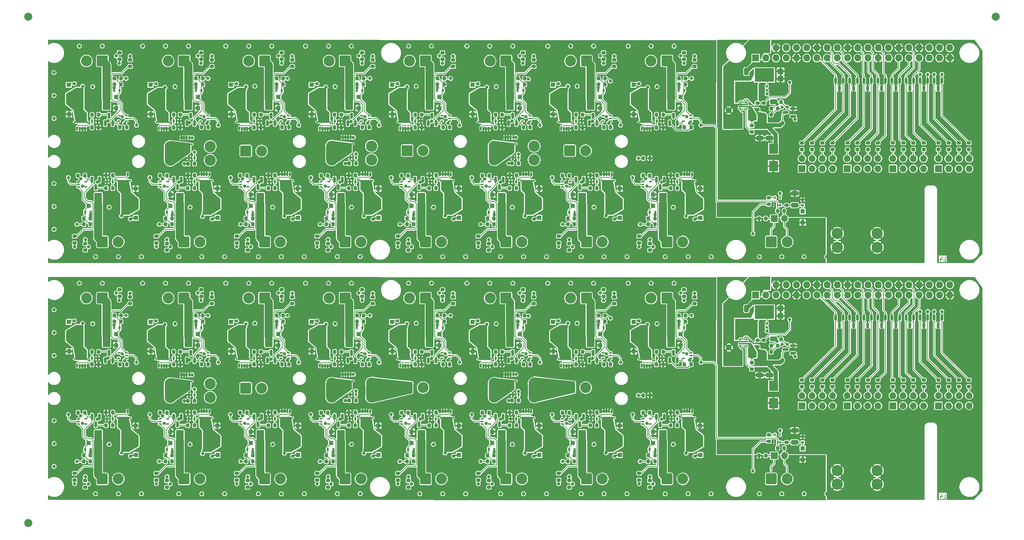
<source format=gbr>
%TF.GenerationSoftware,KiCad,Pcbnew,9.0.0+dfsg-1*%
%TF.CreationDate,2025-04-06T22:27:04+01:00*%
%TF.ProjectId,panel-16,70616e65-6c2d-4313-962e-6b696361645f,rev?*%
%TF.SameCoordinates,Original*%
%TF.FileFunction,Copper,L4,Bot*%
%TF.FilePolarity,Positive*%
%FSLAX46Y46*%
G04 Gerber Fmt 4.6, Leading zero omitted, Abs format (unit mm)*
G04 Created by KiCad (PCBNEW 9.0.0+dfsg-1) date 2025-04-06 22:27:04*
%MOMM*%
%LPD*%
G01*
G04 APERTURE LIST*
G04 Aperture macros list*
%AMRoundRect*
0 Rectangle with rounded corners*
0 $1 Rounding radius*
0 $2 $3 $4 $5 $6 $7 $8 $9 X,Y pos of 4 corners*
0 Add a 4 corners polygon primitive as box body*
4,1,4,$2,$3,$4,$5,$6,$7,$8,$9,$2,$3,0*
0 Add four circle primitives for the rounded corners*
1,1,$1+$1,$2,$3*
1,1,$1+$1,$4,$5*
1,1,$1+$1,$6,$7*
1,1,$1+$1,$8,$9*
0 Add four rect primitives between the rounded corners*
20,1,$1+$1,$2,$3,$4,$5,0*
20,1,$1+$1,$4,$5,$6,$7,0*
20,1,$1+$1,$6,$7,$8,$9,0*
20,1,$1+$1,$8,$9,$2,$3,0*%
%AMFreePoly0*
4,1,5,0.225000,-0.400000,-0.225000,-0.400000,-0.225000,0.400000,0.225000,0.400000,0.225000,-0.400000,0.225000,-0.400000,$1*%
%AMFreePoly1*
4,1,29,0.150000,1.240000,0.200000,1.240000,0.200000,-1.260000,0.150000,-1.260000,0.150000,-1.860000,-0.150000,-1.860000,-0.150000,-1.260000,-1.350000,-1.260000,-1.350000,-1.210000,-2.050000,-1.210000,-2.050000,-0.760000,-1.350000,-0.760000,-1.350000,-0.560000,-2.050000,-0.560000,-2.050000,-0.110000,-1.350000,-0.110000,-1.350000,0.090000,-2.050000,0.090000,-2.050000,0.540000,-1.350000,0.540000,
-1.350000,0.740000,-2.050000,0.740000,-2.050000,1.190000,-1.350000,1.190000,-1.350000,1.240000,-0.150000,1.240000,-0.150000,1.840000,0.150000,1.840000,0.150000,1.240000,0.150000,1.240000,$1*%
%AMFreePoly2*
4,1,27,0.269134,0.146194,0.285355,0.135355,0.296194,0.119134,0.300000,0.100000,0.300000,-0.450000,0.296194,-0.469134,0.285355,-0.485355,0.269134,-0.496194,0.250000,-0.500000,0.100000,-0.500000,0.080866,-0.496194,0.064645,-0.485355,0.053806,-0.469134,0.050000,-0.450000,0.050000,-0.150000,-0.250000,-0.150000,-0.269134,-0.146194,-0.285355,-0.135355,-0.296194,-0.119134,-0.300000,-0.100000,
-0.300000,0.100000,-0.296194,0.119134,-0.285355,0.135355,-0.269134,0.146194,-0.250000,0.150000,0.250000,0.150000,0.269134,0.146194,0.269134,0.146194,$1*%
%AMFreePoly3*
4,1,27,0.269134,0.496194,0.285355,0.485355,0.296194,0.469134,0.300000,0.450000,0.300000,-0.100000,0.296194,-0.119134,0.285355,-0.135355,0.269134,-0.146194,0.250000,-0.150000,-0.250000,-0.150000,-0.269134,-0.146194,-0.285355,-0.135355,-0.296194,-0.119134,-0.300000,-0.100000,-0.300000,0.100000,-0.296194,0.119134,-0.285355,0.135355,-0.269134,0.146194,-0.250000,0.150000,0.050000,0.150000,
0.050000,0.450000,0.053806,0.469134,0.064645,0.485355,0.080866,0.496194,0.100000,0.500000,0.250000,0.500000,0.269134,0.496194,0.269134,0.496194,$1*%
%AMFreePoly4*
4,1,27,-0.080866,0.496194,-0.064645,0.485355,-0.053806,0.469134,-0.050000,0.450000,-0.050000,0.150000,0.250000,0.150000,0.269134,0.146194,0.285355,0.135355,0.296194,0.119134,0.300000,0.100000,0.300000,-0.100000,0.296194,-0.119134,0.285355,-0.135355,0.269134,-0.146194,0.250000,-0.150000,-0.250000,-0.150000,-0.269134,-0.146194,-0.285355,-0.135355,-0.296194,-0.119134,-0.300000,-0.100000,
-0.300000,0.450000,-0.296194,0.469134,-0.285355,0.485355,-0.269134,0.496194,-0.250000,0.500000,-0.100000,0.500000,-0.080866,0.496194,-0.080866,0.496194,$1*%
%AMFreePoly5*
4,1,27,0.269134,0.146194,0.285355,0.135355,0.296194,0.119134,0.300000,0.100000,0.300000,-0.100000,0.296194,-0.119134,0.285355,-0.135355,0.269134,-0.146194,0.250000,-0.150000,-0.050000,-0.150000,-0.050000,-0.450000,-0.053806,-0.469134,-0.064645,-0.485355,-0.080866,-0.496194,-0.100000,-0.500000,-0.250000,-0.500000,-0.269134,-0.496194,-0.285355,-0.485355,-0.296194,-0.469134,-0.300000,-0.450000,
-0.300000,0.100000,-0.296194,0.119134,-0.285355,0.135355,-0.269134,0.146194,-0.250000,0.150000,0.250000,0.150000,0.269134,0.146194,0.269134,0.146194,$1*%
G04 Aperture macros list end*
%ADD10C,0.150000*%
%TA.AperFunction,NonConductor*%
%ADD11C,0.150000*%
%TD*%
%TA.AperFunction,ComponentPad*%
%ADD12RoundRect,0.250001X-1.099999X-1.099999X1.099999X-1.099999X1.099999X1.099999X-1.099999X1.099999X0*%
%TD*%
%TA.AperFunction,ComponentPad*%
%ADD13C,2.700000*%
%TD*%
%TA.AperFunction,ComponentPad*%
%ADD14RoundRect,0.250001X1.099999X1.099999X-1.099999X1.099999X-1.099999X-1.099999X1.099999X-1.099999X0*%
%TD*%
%TA.AperFunction,ComponentPad*%
%ADD15R,1.727200X1.727200*%
%TD*%
%TA.AperFunction,ComponentPad*%
%ADD16O,1.727200X1.727200*%
%TD*%
%TA.AperFunction,ComponentPad*%
%ADD17R,1.700000X1.700000*%
%TD*%
%TA.AperFunction,ComponentPad*%
%ADD18O,1.700000X1.700000*%
%TD*%
%TA.AperFunction,HeatsinkPad*%
%ADD19C,0.600000*%
%TD*%
%TA.AperFunction,HeatsinkPad*%
%ADD20R,3.100000X1.800000*%
%TD*%
%TA.AperFunction,ComponentPad*%
%ADD21C,2.780000*%
%TD*%
%TA.AperFunction,SMDPad,CuDef*%
%ADD22FreePoly0,180.000000*%
%TD*%
%TA.AperFunction,SMDPad,CuDef*%
%ADD23FreePoly1,90.000000*%
%TD*%
%TA.AperFunction,SMDPad,CuDef*%
%ADD24RoundRect,0.200000X-0.200000X-0.275000X0.200000X-0.275000X0.200000X0.275000X-0.200000X0.275000X0*%
%TD*%
%TA.AperFunction,SMDPad,CuDef*%
%ADD25RoundRect,0.250000X-0.712500X-2.475000X0.712500X-2.475000X0.712500X2.475000X-0.712500X2.475000X0*%
%TD*%
%TA.AperFunction,SMDPad,CuDef*%
%ADD26RoundRect,0.200000X-0.275000X0.200000X-0.275000X-0.200000X0.275000X-0.200000X0.275000X0.200000X0*%
%TD*%
%TA.AperFunction,SMDPad,CuDef*%
%ADD27RoundRect,0.200000X0.200000X0.275000X-0.200000X0.275000X-0.200000X-0.275000X0.200000X-0.275000X0*%
%TD*%
%TA.AperFunction,SMDPad,CuDef*%
%ADD28RoundRect,0.150000X-0.150000X0.587500X-0.150000X-0.587500X0.150000X-0.587500X0.150000X0.587500X0*%
%TD*%
%TA.AperFunction,SMDPad,CuDef*%
%ADD29RoundRect,0.150000X0.587500X0.150000X-0.587500X0.150000X-0.587500X-0.150000X0.587500X-0.150000X0*%
%TD*%
%TA.AperFunction,SMDPad,CuDef*%
%ADD30R,1.100000X1.100000*%
%TD*%
%TA.AperFunction,SMDPad,CuDef*%
%ADD31FreePoly0,0.000000*%
%TD*%
%TA.AperFunction,SMDPad,CuDef*%
%ADD32FreePoly1,270.000000*%
%TD*%
%TA.AperFunction,SMDPad,CuDef*%
%ADD33RoundRect,0.150000X0.150000X-0.587500X0.150000X0.587500X-0.150000X0.587500X-0.150000X-0.587500X0*%
%TD*%
%TA.AperFunction,SMDPad,CuDef*%
%ADD34R,0.600000X0.700000*%
%TD*%
%TA.AperFunction,SMDPad,CuDef*%
%ADD35RoundRect,0.200000X0.275000X-0.200000X0.275000X0.200000X-0.275000X0.200000X-0.275000X-0.200000X0*%
%TD*%
%TA.AperFunction,SMDPad,CuDef*%
%ADD36RoundRect,0.100000X0.225000X0.100000X-0.225000X0.100000X-0.225000X-0.100000X0.225000X-0.100000X0*%
%TD*%
%TA.AperFunction,SMDPad,CuDef*%
%ADD37RoundRect,0.250000X0.650000X-0.325000X0.650000X0.325000X-0.650000X0.325000X-0.650000X-0.325000X0*%
%TD*%
%TA.AperFunction,SMDPad,CuDef*%
%ADD38RoundRect,0.250000X0.712500X2.475000X-0.712500X2.475000X-0.712500X-2.475000X0.712500X-2.475000X0*%
%TD*%
%TA.AperFunction,SMDPad,CuDef*%
%ADD39RoundRect,0.100000X-0.225000X-0.100000X0.225000X-0.100000X0.225000X0.100000X-0.225000X0.100000X0*%
%TD*%
%TA.AperFunction,SMDPad,CuDef*%
%ADD40R,0.700000X0.600000*%
%TD*%
%TA.AperFunction,SMDPad,CuDef*%
%ADD41C,2.000000*%
%TD*%
%TA.AperFunction,SMDPad,CuDef*%
%ADD42C,1.500000*%
%TD*%
%TA.AperFunction,SMDPad,CuDef*%
%ADD43R,2.500000X2.300000*%
%TD*%
%TA.AperFunction,SMDPad,CuDef*%
%ADD44R,2.300000X2.500000*%
%TD*%
%TA.AperFunction,SMDPad,CuDef*%
%ADD45RoundRect,0.250000X-0.325000X-0.650000X0.325000X-0.650000X0.325000X0.650000X-0.325000X0.650000X0*%
%TD*%
%TA.AperFunction,SMDPad,CuDef*%
%ADD46RoundRect,0.100000X0.100000X-0.225000X0.100000X0.225000X-0.100000X0.225000X-0.100000X-0.225000X0*%
%TD*%
%TA.AperFunction,SMDPad,CuDef*%
%ADD47FreePoly2,90.000000*%
%TD*%
%TA.AperFunction,SMDPad,CuDef*%
%ADD48RoundRect,0.050000X0.075000X-0.250000X0.075000X0.250000X-0.075000X0.250000X-0.075000X-0.250000X0*%
%TD*%
%TA.AperFunction,SMDPad,CuDef*%
%ADD49FreePoly3,90.000000*%
%TD*%
%TA.AperFunction,SMDPad,CuDef*%
%ADD50RoundRect,0.050000X1.150000X-0.100000X1.150000X0.100000X-1.150000X0.100000X-1.150000X-0.100000X0*%
%TD*%
%TA.AperFunction,SMDPad,CuDef*%
%ADD51FreePoly4,90.000000*%
%TD*%
%TA.AperFunction,SMDPad,CuDef*%
%ADD52FreePoly5,90.000000*%
%TD*%
%TA.AperFunction,SMDPad,CuDef*%
%ADD53RoundRect,0.225000X-0.225000X-0.250000X0.225000X-0.250000X0.225000X0.250000X-0.225000X0.250000X0*%
%TD*%
%TA.AperFunction,SMDPad,CuDef*%
%ADD54RoundRect,0.250000X-0.650000X0.325000X-0.650000X-0.325000X0.650000X-0.325000X0.650000X0.325000X0*%
%TD*%
%TA.AperFunction,SMDPad,CuDef*%
%ADD55R,4.860000X3.360000*%
%TD*%
%TA.AperFunction,SMDPad,CuDef*%
%ADD56R,1.400000X1.390000*%
%TD*%
%TA.AperFunction,SMDPad,CuDef*%
%ADD57RoundRect,0.140000X0.170000X-0.140000X0.170000X0.140000X-0.170000X0.140000X-0.170000X-0.140000X0*%
%TD*%
%TA.AperFunction,ViaPad*%
%ADD58C,0.800000*%
%TD*%
%TA.AperFunction,Conductor*%
%ADD59C,0.200000*%
%TD*%
%TA.AperFunction,Conductor*%
%ADD60C,1.000000*%
%TD*%
%TA.AperFunction,Conductor*%
%ADD61C,2.000000*%
%TD*%
%TA.AperFunction,Conductor*%
%ADD62C,0.500000*%
%TD*%
G04 APERTURE END LIST*
D10*
D11*
X255756016Y-142254819D02*
X256232206Y-142254819D01*
X256232206Y-142254819D02*
X256232206Y-141254819D01*
X254994111Y-141588152D02*
X254994111Y-142254819D01*
X255232206Y-141207200D02*
X255470301Y-141921485D01*
X255470301Y-141921485D02*
X254851254Y-141921485D01*
D10*
D11*
X255756016Y-83254819D02*
X256232206Y-83254819D01*
X256232206Y-83254819D02*
X256232206Y-82254819D01*
X254994111Y-82588152D02*
X254994111Y-83254819D01*
X255232206Y-82207200D02*
X255470301Y-82921485D01*
X255470301Y-82921485D02*
X254851254Y-82921485D01*
D12*
%TO.P,J4,1,Pin_1*%
%TO.N,Board_0-/Output chain 1/OUTPUT+*%
X46689350Y-78500000D03*
D13*
%TO.P,J4,2,Pin_2*%
%TO.N,Board_0-GND*%
X50649350Y-78500000D03*
%TD*%
D14*
%TO.P,J19,1,Pin_1*%
%TO.N,Board_0-/Output chain 12/OUTPUT+*%
X147004344Y-33500000D03*
D13*
%TO.P,J19,2,Pin_2*%
%TO.N,Board_0-GND*%
X143044344Y-33500000D03*
%TD*%
D15*
%TO.P,J2,1,3.3V*%
%TO.N,Board_0-unconnected-(J2-3.3V-Pad1)*%
X209059350Y-32770000D03*
D16*
%TO.P,J2,2,5V*%
%TO.N,Board_0-PI_5V0*%
X209059350Y-30230000D03*
%TO.P,J2,3,SDA*%
%TO.N,Board_0-/PI13_GPIO*%
X211599350Y-32770000D03*
%TO.P,J2,4,5V*%
%TO.N,Board_0-PI_5V0*%
X211599350Y-30230000D03*
%TO.P,J2,5,SCL*%
%TO.N,Board_0-/PI14_GPIO*%
X214139350Y-32770000D03*
%TO.P,J2,6,GND*%
%TO.N,Board_0-GND*%
X214139350Y-30230000D03*
%TO.P,J2,7,GP4*%
%TO.N,Board_0-/PI15_GPIO*%
X216679350Y-32770000D03*
%TO.P,J2,8,TXO*%
%TO.N,Board_0-unconnected-(J2-TXO-Pad8)*%
X216679350Y-30230000D03*
%TO.P,J2,9,GND*%
%TO.N,Board_0-GND*%
X219219350Y-32770000D03*
%TO.P,J2,10,RXI*%
%TO.N,Board_0-unconnected-(J2-RXI-Pad10)*%
X219219350Y-30230000D03*
%TO.P,J2,11,GP17*%
%TO.N,Board_0-/PI16_GPIO*%
X221759350Y-32770000D03*
%TO.P,J2,12,GP18#*%
%TO.N,Board_0-unconnected-(J2-GP18#-Pad12)*%
X221759350Y-30230000D03*
%TO.P,J2,13,GP27*%
%TO.N,Board_0-Net-(J2-GP27)*%
X224299350Y-32770000D03*
%TO.P,J2,14,GND*%
%TO.N,Board_0-GND*%
X224299350Y-30230000D03*
%TO.P,J2,15,GP22*%
%TO.N,Board_0-Net-(J2-GP22)*%
X226839350Y-32770000D03*
%TO.P,J2,16,GP23*%
%TO.N,Board_0-Net-(J2-GP23)*%
X226839350Y-30230000D03*
%TO.P,J2,17,3.3V*%
%TO.N,Board_0-unconnected-(J2-3.3V-Pad17)*%
X229379350Y-32770000D03*
%TO.P,J2,18,GP24*%
%TO.N,Board_0-Net-(J2-GP24)*%
X229379350Y-30230000D03*
%TO.P,J2,19,MOSI*%
%TO.N,Board_0-unconnected-(J2-MOSI-Pad19)*%
X231919350Y-32770000D03*
%TO.P,J2,20,GND*%
%TO.N,Board_0-GND*%
X231919350Y-30230000D03*
%TO.P,J2,21,MISO*%
%TO.N,Board_0-unconnected-(J2-MISO-Pad21)*%
X234459350Y-32770000D03*
%TO.P,J2,22,GP25*%
%TO.N,Board_0-Net-(J2-GP25)*%
X234459350Y-30230000D03*
%TO.P,J2,23,SCLK*%
%TO.N,Board_0-Net-(J2-SCLK)*%
X236999350Y-32770000D03*
%TO.P,J2,24,CE0*%
%TO.N,Board_0-Net-(J2-CE0)*%
X236999350Y-30230000D03*
%TO.P,J2,25,GND*%
%TO.N,Board_0-GND*%
X239539350Y-32770000D03*
%TO.P,J2,26,CE1*%
%TO.N,Board_0-Net-(J2-CE1)*%
X239539350Y-30230000D03*
%TO.P,J2,27,ID_SD*%
%TO.N,Board_0-unconnected-(J2-ID_SD-Pad27)*%
X242079350Y-32770000D03*
%TO.P,J2,28,ID_SC*%
%TO.N,Board_0-unconnected-(J2-ID_SC-Pad28)*%
X242079350Y-30230000D03*
%TO.P,J2,29,GP5*%
%TO.N,Board_0-Net-(J2-GP5)*%
X244619350Y-32770000D03*
%TO.P,J2,30,GND*%
%TO.N,Board_0-GND*%
X244619350Y-30230000D03*
%TO.P,J2,31,GP6*%
%TO.N,Board_0-Net-(J2-GP6)*%
X247159350Y-32770000D03*
%TO.P,J2,32,GP12*%
%TO.N,Board_0-Net-(J2-GP12)*%
X247159350Y-30230000D03*
%TO.P,J2,33,GP13*%
%TO.N,Board_0-Net-(J2-GP13)*%
X249699350Y-32770000D03*
%TO.P,J2,34,GND*%
%TO.N,Board_0-GND*%
X249699350Y-30230000D03*
%TO.P,J2,35,GP19*%
%TO.N,Board_0-unconnected-(J2-GP19-Pad35)*%
X252239350Y-32770000D03*
%TO.P,J2,36,GP16*%
%TO.N,Board_0-unconnected-(J2-GP16-Pad36)*%
X252239350Y-30230000D03*
%TO.P,J2,37,GP26*%
%TO.N,Board_0-unconnected-(J2-GP26-Pad37)*%
X254779350Y-32770000D03*
%TO.P,J2,38,GP20*%
%TO.N,Board_0-unconnected-(J2-GP20-Pad38)*%
X254779350Y-30230000D03*
%TO.P,J2,39,GND*%
%TO.N,Board_0-GND*%
X257319350Y-32770000D03*
%TO.P,J2,40,GP21*%
%TO.N,Board_0-unconnected-(J2-GP21-Pad40)*%
X257319350Y-30230000D03*
%TD*%
D14*
%TO.P,J5,1,Pin_1*%
%TO.N,Board_1-/Output chain 2/OUTPUT+*%
X46689350Y-92500000D03*
D13*
%TO.P,J5,2,Pin_2*%
%TO.N,Board_1-GND*%
X42729350Y-92500000D03*
%TD*%
D12*
%TO.P,J18,1,Pin_1*%
%TO.N,Board_0-/Output chain 11/OUTPUT+*%
X147004344Y-78500000D03*
D13*
%TO.P,J18,2,Pin_2*%
%TO.N,Board_0-GND*%
X150964344Y-78500000D03*
%TD*%
D12*
%TO.P,J3,1,Pin_1*%
%TO.N,Board_1-Net-(J3-Pin_1)*%
X82329350Y-114900000D03*
D13*
%TO.P,J3,2,Pin_2*%
%TO.N,Board_1-GND*%
X86289350Y-114900000D03*
%TD*%
D12*
%TO.P,J14,1,Pin_1*%
%TO.N,Board_1-/Output chain 7/OUTPUT+*%
X107004344Y-137500000D03*
D13*
%TO.P,J14,2,Pin_2*%
%TO.N,Board_1-GND*%
X110964344Y-137500000D03*
%TD*%
D17*
%TO.P,J29,1,Pin_1*%
%TO.N,Board_0-MOSFET13*%
X254489350Y-60300000D03*
D18*
%TO.P,J29,2,Pin_2*%
%TO.N,Board_0-PI13*%
X254489350Y-57760000D03*
%TO.P,J29,3,Pin_3*%
%TO.N,Board_0-MOSFET14*%
X257029350Y-60300000D03*
%TO.P,J29,4,Pin_4*%
%TO.N,Board_0-PI14*%
X257029350Y-57760000D03*
%TO.P,J29,5,Pin_5*%
%TO.N,Board_0-MOSFET15*%
X259569350Y-60300000D03*
%TO.P,J29,6,Pin_6*%
%TO.N,Board_0-PI15*%
X259569350Y-57760000D03*
%TO.P,J29,7,Pin_7*%
%TO.N,Board_0-MOSFET16*%
X262109350Y-60300000D03*
%TO.P,J29,8,Pin_8*%
%TO.N,Board_0-PI16*%
X262109350Y-57760000D03*
%TD*%
D12*
%TO.P,J22,1,Pin_1*%
%TO.N,Board_0-/Output chain 15/OUTPUT+*%
X187004344Y-78500000D03*
D13*
%TO.P,J22,2,Pin_2*%
%TO.N,Board_0-GND*%
X190964344Y-78500000D03*
%TD*%
D12*
%TO.P,J7,1,Pin_1*%
%TO.N,Board_0-/Output chain 3/OUTPUT+*%
X67004344Y-78500000D03*
D13*
%TO.P,J7,2,Pin_2*%
%TO.N,Board_0-GND*%
X70964344Y-78500000D03*
%TD*%
D12*
%TO.P,J10,1,Pin_1*%
%TO.N,Board_0-Net-(J10-Pin_1)*%
X212929350Y-78500000D03*
D13*
%TO.P,J10,2,Pin_2*%
%TO.N,Board_0-Net-(J10-Pin_2)*%
X216889350Y-78500000D03*
%TD*%
D19*
%TO.P,U1,9,GND*%
%TO.N,Board_1-GND*%
X213689350Y-100600000D03*
X214989350Y-100600000D03*
X216289350Y-100600000D03*
D20*
X214989350Y-99950000D03*
D19*
X214989350Y-99300000D03*
X216289350Y-99300000D03*
%TD*%
D14*
%TO.P,J19,1,Pin_1*%
%TO.N,Board_1-/Output chain 12/OUTPUT+*%
X147004344Y-92500000D03*
D13*
%TO.P,J19,2,Pin_2*%
%TO.N,Board_1-GND*%
X143044344Y-92500000D03*
%TD*%
D12*
%TO.P,J4,1,Pin_1*%
%TO.N,Board_1-/Output chain 1/OUTPUT+*%
X46689350Y-137500000D03*
D13*
%TO.P,J4,2,Pin_2*%
%TO.N,Board_1-GND*%
X50649350Y-137500000D03*
%TD*%
D12*
%TO.P,J20,1,Pin_1*%
%TO.N,Board_0-/Output chain 13/OUTPUT+*%
X167004344Y-78500000D03*
D13*
%TO.P,J20,2,Pin_2*%
%TO.N,Board_0-GND*%
X170964344Y-78500000D03*
%TD*%
D14*
%TO.P,J13,1,Pin_1*%
%TO.N,Board_0-/Output chain 6/OUTPUT+*%
X87004344Y-33500000D03*
D13*
%TO.P,J13,2,Pin_2*%
%TO.N,Board_0-GND*%
X83044344Y-33500000D03*
%TD*%
D17*
%TO.P,J11,1,Pin_1*%
%TO.N,Board_1-Net-(J10-Pin_1)*%
X213679350Y-131700000D03*
D18*
%TO.P,J11,2,Pin_2*%
%TO.N,Board_1-Net-(J10-Pin_2)*%
X216219350Y-131700000D03*
%TD*%
D12*
%TO.P,J12,1,Pin_1*%
%TO.N,Board_1-/Output chain 5/OUTPUT+*%
X87004344Y-137500000D03*
D13*
%TO.P,J12,2,Pin_2*%
%TO.N,Board_1-GND*%
X90964344Y-137500000D03*
%TD*%
D17*
%TO.P,J6,1,Pin_1*%
%TO.N,Board_0-MOSFET1*%
X220569350Y-60300000D03*
D18*
%TO.P,J6,2,Pin_2*%
%TO.N,Board_0-PI1*%
X220569350Y-57760000D03*
%TO.P,J6,3,Pin_3*%
%TO.N,Board_0-MOSFET2*%
X223109350Y-60300000D03*
%TO.P,J6,4,Pin_4*%
%TO.N,Board_0-PI2*%
X223109350Y-57760000D03*
%TO.P,J6,5,Pin_5*%
%TO.N,Board_0-MOSFET3*%
X225649350Y-60300000D03*
%TO.P,J6,6,Pin_6*%
%TO.N,Board_0-PI3*%
X225649350Y-57760000D03*
%TO.P,J6,7,Pin_7*%
%TO.N,Board_0-MOSFET4*%
X228189350Y-60300000D03*
%TO.P,J6,8,Pin_8*%
%TO.N,Board_0-PI4*%
X228189350Y-57760000D03*
%TD*%
D21*
%TO.P,F1,1*%
%TO.N,Board_1-Net-(J3-Pin_1)*%
X73489350Y-117200000D03*
X73489350Y-113800000D03*
%TO.P,F1,2*%
%TO.N,Board_1-Net-(D1-K)*%
X63569350Y-117200000D03*
X63569350Y-113800000D03*
%TD*%
%TO.P,F20,1*%
%TO.N,Board_0-GND*%
X229329350Y-76450000D03*
X229329350Y-79850000D03*
%TO.P,F20,2*%
X239249350Y-76450000D03*
X239249350Y-79850000D03*
%TD*%
D17*
%TO.P,J27,1,Pin_1*%
%TO.N,Board_0-MOSFET9*%
X243189350Y-60300000D03*
D18*
%TO.P,J27,2,Pin_2*%
%TO.N,Board_0-PI9*%
X243189350Y-57760000D03*
%TO.P,J27,3,Pin_3*%
%TO.N,Board_0-MOSFET10*%
X245729350Y-60300000D03*
%TO.P,J27,4,Pin_4*%
%TO.N,Board_0-PI10*%
X245729350Y-57760000D03*
%TO.P,J27,5,Pin_5*%
%TO.N,Board_0-MOSFET11*%
X248269350Y-60300000D03*
%TO.P,J27,6,Pin_6*%
%TO.N,Board_0-PI11*%
X248269350Y-57760000D03*
%TO.P,J27,7,Pin_7*%
%TO.N,Board_0-MOSFET12*%
X250809350Y-60300000D03*
%TO.P,J27,8,Pin_8*%
%TO.N,Board_0-PI12*%
X250809350Y-57760000D03*
%TD*%
D14*
%TO.P,J21,1,Pin_1*%
%TO.N,Board_0-/Output chain 14/OUTPUT+*%
X167004344Y-33500000D03*
D13*
%TO.P,J21,2,Pin_2*%
%TO.N,Board_0-GND*%
X163044344Y-33500000D03*
%TD*%
D14*
%TO.P,J13,1,Pin_1*%
%TO.N,Board_1-/Output chain 6/OUTPUT+*%
X87004344Y-92500000D03*
D13*
%TO.P,J13,2,Pin_2*%
%TO.N,Board_1-GND*%
X83044344Y-92500000D03*
%TD*%
D21*
%TO.P,F18,1*%
%TO.N,Board_0-Net-(J24-Pin_1)*%
X113599350Y-58100000D03*
X113599350Y-54700000D03*
%TO.P,F18,2*%
%TO.N,Board_0-Net-(D32-K)*%
X103679350Y-58100000D03*
X103679350Y-54700000D03*
%TD*%
D12*
%TO.P,J24,1,Pin_1*%
%TO.N,Board_0-Net-(J24-Pin_1)*%
X122439350Y-55800000D03*
D13*
%TO.P,J24,2,Pin_2*%
%TO.N,Board_0-GND*%
X126399350Y-55800000D03*
%TD*%
D21*
%TO.P,F18,1*%
%TO.N,Board_1-Net-(J24-Pin_1)*%
X113599350Y-117100000D03*
X113599350Y-113700000D03*
%TO.P,F18,2*%
%TO.N,Board_1-Net-(D32-K)*%
X103679350Y-117100000D03*
X103679350Y-113700000D03*
%TD*%
D17*
%TO.P,J25,1,Pin_1*%
%TO.N,Board_0-MOSFET5*%
X231849350Y-60300000D03*
D18*
%TO.P,J25,2,Pin_2*%
%TO.N,Board_0-PI5*%
X231849350Y-57760000D03*
%TO.P,J25,3,Pin_3*%
%TO.N,Board_0-MOSFET6*%
X234389350Y-60300000D03*
%TO.P,J25,4,Pin_4*%
%TO.N,Board_0-PI6*%
X234389350Y-57760000D03*
%TO.P,J25,5,Pin_5*%
%TO.N,Board_0-MOSFET7*%
X236929350Y-60300000D03*
%TO.P,J25,6,Pin_6*%
%TO.N,Board_0-PI7*%
X236929350Y-57760000D03*
%TO.P,J25,7,Pin_7*%
%TO.N,Board_0-MOSFET8*%
X239469350Y-60300000D03*
%TO.P,J25,8,Pin_8*%
%TO.N,Board_0-PI8*%
X239469350Y-57760000D03*
%TD*%
D14*
%TO.P,J17,1,Pin_1*%
%TO.N,Board_1-/Output chain 10/OUTPUT+*%
X127004344Y-92500000D03*
D13*
%TO.P,J17,2,Pin_2*%
%TO.N,Board_1-GND*%
X123044344Y-92500000D03*
%TD*%
D14*
%TO.P,J23,1,Pin_1*%
%TO.N,Board_0-/Output chain 16/OUTPUT+*%
X187004344Y-33500000D03*
D13*
%TO.P,J23,2,Pin_2*%
%TO.N,Board_0-GND*%
X183044344Y-33500000D03*
%TD*%
D12*
%TO.P,J20,1,Pin_1*%
%TO.N,Board_1-/Output chain 13/OUTPUT+*%
X167004344Y-137500000D03*
D13*
%TO.P,J20,2,Pin_2*%
%TO.N,Board_1-GND*%
X170964344Y-137500000D03*
%TD*%
D17*
%TO.P,J29,1,Pin_1*%
%TO.N,Board_1-MOSFET13*%
X254489350Y-119300000D03*
D18*
%TO.P,J29,2,Pin_2*%
%TO.N,Board_1-PI13*%
X254489350Y-116760000D03*
%TO.P,J29,3,Pin_3*%
%TO.N,Board_1-MOSFET14*%
X257029350Y-119300000D03*
%TO.P,J29,4,Pin_4*%
%TO.N,Board_1-PI14*%
X257029350Y-116760000D03*
%TO.P,J29,5,Pin_5*%
%TO.N,Board_1-MOSFET15*%
X259569350Y-119300000D03*
%TO.P,J29,6,Pin_6*%
%TO.N,Board_1-PI15*%
X259569350Y-116760000D03*
%TO.P,J29,7,Pin_7*%
%TO.N,Board_1-MOSFET16*%
X262109350Y-119300000D03*
%TO.P,J29,8,Pin_8*%
%TO.N,Board_1-PI16*%
X262109350Y-116760000D03*
%TD*%
D12*
%TO.P,J7,1,Pin_1*%
%TO.N,Board_1-/Output chain 3/OUTPUT+*%
X67004344Y-137500000D03*
D13*
%TO.P,J7,2,Pin_2*%
%TO.N,Board_1-GND*%
X70964344Y-137500000D03*
%TD*%
D21*
%TO.P,F20,1*%
%TO.N,Board_1-GND*%
X229329350Y-135450000D03*
X229329350Y-138850000D03*
%TO.P,F20,2*%
X239249350Y-135450000D03*
X239249350Y-138850000D03*
%TD*%
D17*
%TO.P,J25,1,Pin_1*%
%TO.N,Board_1-MOSFET5*%
X231849350Y-119300000D03*
D18*
%TO.P,J25,2,Pin_2*%
%TO.N,Board_1-PI5*%
X231849350Y-116760000D03*
%TO.P,J25,3,Pin_3*%
%TO.N,Board_1-MOSFET6*%
X234389350Y-119300000D03*
%TO.P,J25,4,Pin_4*%
%TO.N,Board_1-PI6*%
X234389350Y-116760000D03*
%TO.P,J25,5,Pin_5*%
%TO.N,Board_1-MOSFET7*%
X236929350Y-119300000D03*
%TO.P,J25,6,Pin_6*%
%TO.N,Board_1-PI7*%
X236929350Y-116760000D03*
%TO.P,J25,7,Pin_7*%
%TO.N,Board_1-MOSFET8*%
X239469350Y-119300000D03*
%TO.P,J25,8,Pin_8*%
%TO.N,Board_1-PI8*%
X239469350Y-116760000D03*
%TD*%
D14*
%TO.P,J15,1,Pin_1*%
%TO.N,Board_0-/Output chain 8/OUTPUT+*%
X107004344Y-33500000D03*
D13*
%TO.P,J15,2,Pin_2*%
%TO.N,Board_0-GND*%
X103044344Y-33500000D03*
%TD*%
D12*
%TO.P,J18,1,Pin_1*%
%TO.N,Board_1-/Output chain 11/OUTPUT+*%
X147004344Y-137500000D03*
D13*
%TO.P,J18,2,Pin_2*%
%TO.N,Board_1-GND*%
X150964344Y-137500000D03*
%TD*%
D12*
%TO.P,J3,1,Pin_1*%
%TO.N,Board_0-Net-(J3-Pin_1)*%
X82329350Y-55900000D03*
D13*
%TO.P,J3,2,Pin_2*%
%TO.N,Board_0-GND*%
X86289350Y-55900000D03*
%TD*%
D14*
%TO.P,J21,1,Pin_1*%
%TO.N,Board_1-/Output chain 14/OUTPUT+*%
X167004344Y-92500000D03*
D13*
%TO.P,J21,2,Pin_2*%
%TO.N,Board_1-GND*%
X163044344Y-92500000D03*
%TD*%
D17*
%TO.P,J6,1,Pin_1*%
%TO.N,Board_1-MOSFET1*%
X220569350Y-119300000D03*
D18*
%TO.P,J6,2,Pin_2*%
%TO.N,Board_1-PI1*%
X220569350Y-116760000D03*
%TO.P,J6,3,Pin_3*%
%TO.N,Board_1-MOSFET2*%
X223109350Y-119300000D03*
%TO.P,J6,4,Pin_4*%
%TO.N,Board_1-PI2*%
X223109350Y-116760000D03*
%TO.P,J6,5,Pin_5*%
%TO.N,Board_1-MOSFET3*%
X225649350Y-119300000D03*
%TO.P,J6,6,Pin_6*%
%TO.N,Board_1-PI3*%
X225649350Y-116760000D03*
%TO.P,J6,7,Pin_7*%
%TO.N,Board_1-MOSFET4*%
X228189350Y-119300000D03*
%TO.P,J6,8,Pin_8*%
%TO.N,Board_1-PI4*%
X228189350Y-116760000D03*
%TD*%
D14*
%TO.P,J5,1,Pin_1*%
%TO.N,Board_0-/Output chain 2/OUTPUT+*%
X46689350Y-33500000D03*
D13*
%TO.P,J5,2,Pin_2*%
%TO.N,Board_0-GND*%
X42729350Y-33500000D03*
%TD*%
D17*
%TO.P,J9,1,Pin_1*%
%TO.N,Board_1-+5V*%
X210689350Y-106700000D03*
D18*
%TO.P,J9,2,Pin_2*%
%TO.N,Board_1-/PI_5V0_P*%
X208149350Y-106700000D03*
%TD*%
D14*
%TO.P,J15,1,Pin_1*%
%TO.N,Board_1-/Output chain 8/OUTPUT+*%
X107004344Y-92500000D03*
D13*
%TO.P,J15,2,Pin_2*%
%TO.N,Board_1-GND*%
X103044344Y-92500000D03*
%TD*%
D12*
%TO.P,J12,1,Pin_1*%
%TO.N,Board_0-/Output chain 5/OUTPUT+*%
X87004344Y-78500000D03*
D13*
%TO.P,J12,2,Pin_2*%
%TO.N,Board_0-GND*%
X90964344Y-78500000D03*
%TD*%
D12*
%TO.P,J26,1,Pin_1*%
%TO.N,Board_0-Net-(J26-Pin_1)*%
X162849350Y-55800000D03*
D13*
%TO.P,J26,2,Pin_2*%
%TO.N,Board_0-GND*%
X166809350Y-55800000D03*
%TD*%
D12*
%TO.P,J14,1,Pin_1*%
%TO.N,Board_0-/Output chain 7/OUTPUT+*%
X107004344Y-78500000D03*
D13*
%TO.P,J14,2,Pin_2*%
%TO.N,Board_0-GND*%
X110964344Y-78500000D03*
%TD*%
D12*
%TO.P,J10,1,Pin_1*%
%TO.N,Board_1-Net-(J10-Pin_1)*%
X212929350Y-137500000D03*
D13*
%TO.P,J10,2,Pin_2*%
%TO.N,Board_1-Net-(J10-Pin_2)*%
X216889350Y-137500000D03*
%TD*%
D12*
%TO.P,J22,1,Pin_1*%
%TO.N,Board_1-/Output chain 15/OUTPUT+*%
X187004344Y-137500000D03*
D13*
%TO.P,J22,2,Pin_2*%
%TO.N,Board_1-GND*%
X190964344Y-137500000D03*
%TD*%
D17*
%TO.P,J11,1,Pin_1*%
%TO.N,Board_0-Net-(J10-Pin_1)*%
X213679350Y-72700000D03*
D18*
%TO.P,J11,2,Pin_2*%
%TO.N,Board_0-Net-(J10-Pin_2)*%
X216219350Y-72700000D03*
%TD*%
D14*
%TO.P,J8,1,Pin_1*%
%TO.N,Board_0-/Output chain 4/OUTPUT+*%
X67004344Y-33500000D03*
D13*
%TO.P,J8,2,Pin_2*%
%TO.N,Board_0-GND*%
X63044344Y-33500000D03*
%TD*%
D12*
%TO.P,J26,1,Pin_1*%
%TO.N,Board_1-Net-(J26-Pin_1)*%
X162849350Y-114800000D03*
D13*
%TO.P,J26,2,Pin_2*%
%TO.N,Board_1-GND*%
X166809350Y-114800000D03*
%TD*%
D21*
%TO.P,F1,1*%
%TO.N,Board_0-Net-(J3-Pin_1)*%
X73489350Y-58200000D03*
X73489350Y-54800000D03*
%TO.P,F1,2*%
%TO.N,Board_0-Net-(D1-K)*%
X63569350Y-58200000D03*
X63569350Y-54800000D03*
%TD*%
D14*
%TO.P,J8,1,Pin_1*%
%TO.N,Board_1-/Output chain 4/OUTPUT+*%
X67004344Y-92500000D03*
D13*
%TO.P,J8,2,Pin_2*%
%TO.N,Board_1-GND*%
X63044344Y-92500000D03*
%TD*%
D19*
%TO.P,U1,9,GND*%
%TO.N,Board_0-GND*%
X213689350Y-41600000D03*
X214989350Y-41600000D03*
X216289350Y-41600000D03*
D20*
X214989350Y-40950000D03*
D19*
X214989350Y-40300000D03*
X216289350Y-40300000D03*
%TD*%
D17*
%TO.P,J9,1,Pin_1*%
%TO.N,Board_0-+5V*%
X210689350Y-47700000D03*
D18*
%TO.P,J9,2,Pin_2*%
%TO.N,Board_0-/PI_5V0_P*%
X208149350Y-47700000D03*
%TD*%
D17*
%TO.P,J27,1,Pin_1*%
%TO.N,Board_1-MOSFET9*%
X243189350Y-119300000D03*
D18*
%TO.P,J27,2,Pin_2*%
%TO.N,Board_1-PI9*%
X243189350Y-116760000D03*
%TO.P,J27,3,Pin_3*%
%TO.N,Board_1-MOSFET10*%
X245729350Y-119300000D03*
%TO.P,J27,4,Pin_4*%
%TO.N,Board_1-PI10*%
X245729350Y-116760000D03*
%TO.P,J27,5,Pin_5*%
%TO.N,Board_1-MOSFET11*%
X248269350Y-119300000D03*
%TO.P,J27,6,Pin_6*%
%TO.N,Board_1-PI11*%
X248269350Y-116760000D03*
%TO.P,J27,7,Pin_7*%
%TO.N,Board_1-MOSFET12*%
X250809350Y-119300000D03*
%TO.P,J27,8,Pin_8*%
%TO.N,Board_1-PI12*%
X250809350Y-116760000D03*
%TD*%
D12*
%TO.P,J16,1,Pin_1*%
%TO.N,Board_1-/Output chain 9/OUTPUT+*%
X127004344Y-137500000D03*
D13*
%TO.P,J16,2,Pin_2*%
%TO.N,Board_1-GND*%
X130964344Y-137500000D03*
%TD*%
D14*
%TO.P,J23,1,Pin_1*%
%TO.N,Board_1-/Output chain 16/OUTPUT+*%
X187004344Y-92500000D03*
D13*
%TO.P,J23,2,Pin_2*%
%TO.N,Board_1-GND*%
X183044344Y-92500000D03*
%TD*%
D12*
%TO.P,J24,1,Pin_1*%
%TO.N,Board_1-Net-(J24-Pin_1)*%
X122439350Y-114800000D03*
D13*
%TO.P,J24,2,Pin_2*%
%TO.N,Board_1-GND*%
X126399350Y-114800000D03*
%TD*%
D14*
%TO.P,J17,1,Pin_1*%
%TO.N,Board_0-/Output chain 10/OUTPUT+*%
X127004344Y-33500000D03*
D13*
%TO.P,J17,2,Pin_2*%
%TO.N,Board_0-GND*%
X123044344Y-33500000D03*
%TD*%
D15*
%TO.P,J2,1,3.3V*%
%TO.N,Board_1-unconnected-(J2-3.3V-Pad1)*%
X209059350Y-91770000D03*
D16*
%TO.P,J2,2,5V*%
%TO.N,Board_1-PI_5V0*%
X209059350Y-89230000D03*
%TO.P,J2,3,SDA*%
%TO.N,Board_1-/PI13_GPIO*%
X211599350Y-91770000D03*
%TO.P,J2,4,5V*%
%TO.N,Board_1-PI_5V0*%
X211599350Y-89230000D03*
%TO.P,J2,5,SCL*%
%TO.N,Board_1-/PI14_GPIO*%
X214139350Y-91770000D03*
%TO.P,J2,6,GND*%
%TO.N,Board_1-GND*%
X214139350Y-89230000D03*
%TO.P,J2,7,GP4*%
%TO.N,Board_1-/PI15_GPIO*%
X216679350Y-91770000D03*
%TO.P,J2,8,TXO*%
%TO.N,Board_1-unconnected-(J2-TXO-Pad8)*%
X216679350Y-89230000D03*
%TO.P,J2,9,GND*%
%TO.N,Board_1-GND*%
X219219350Y-91770000D03*
%TO.P,J2,10,RXI*%
%TO.N,Board_1-unconnected-(J2-RXI-Pad10)*%
X219219350Y-89230000D03*
%TO.P,J2,11,GP17*%
%TO.N,Board_1-/PI16_GPIO*%
X221759350Y-91770000D03*
%TO.P,J2,12,GP18#*%
%TO.N,Board_1-unconnected-(J2-GP18#-Pad12)*%
X221759350Y-89230000D03*
%TO.P,J2,13,GP27*%
%TO.N,Board_1-Net-(J2-GP27)*%
X224299350Y-91770000D03*
%TO.P,J2,14,GND*%
%TO.N,Board_1-GND*%
X224299350Y-89230000D03*
%TO.P,J2,15,GP22*%
%TO.N,Board_1-Net-(J2-GP22)*%
X226839350Y-91770000D03*
%TO.P,J2,16,GP23*%
%TO.N,Board_1-Net-(J2-GP23)*%
X226839350Y-89230000D03*
%TO.P,J2,17,3.3V*%
%TO.N,Board_1-unconnected-(J2-3.3V-Pad17)*%
X229379350Y-91770000D03*
%TO.P,J2,18,GP24*%
%TO.N,Board_1-Net-(J2-GP24)*%
X229379350Y-89230000D03*
%TO.P,J2,19,MOSI*%
%TO.N,Board_1-unconnected-(J2-MOSI-Pad19)*%
X231919350Y-91770000D03*
%TO.P,J2,20,GND*%
%TO.N,Board_1-GND*%
X231919350Y-89230000D03*
%TO.P,J2,21,MISO*%
%TO.N,Board_1-unconnected-(J2-MISO-Pad21)*%
X234459350Y-91770000D03*
%TO.P,J2,22,GP25*%
%TO.N,Board_1-Net-(J2-GP25)*%
X234459350Y-89230000D03*
%TO.P,J2,23,SCLK*%
%TO.N,Board_1-Net-(J2-SCLK)*%
X236999350Y-91770000D03*
%TO.P,J2,24,CE0*%
%TO.N,Board_1-Net-(J2-CE0)*%
X236999350Y-89230000D03*
%TO.P,J2,25,GND*%
%TO.N,Board_1-GND*%
X239539350Y-91770000D03*
%TO.P,J2,26,CE1*%
%TO.N,Board_1-Net-(J2-CE1)*%
X239539350Y-89230000D03*
%TO.P,J2,27,ID_SD*%
%TO.N,Board_1-unconnected-(J2-ID_SD-Pad27)*%
X242079350Y-91770000D03*
%TO.P,J2,28,ID_SC*%
%TO.N,Board_1-unconnected-(J2-ID_SC-Pad28)*%
X242079350Y-89230000D03*
%TO.P,J2,29,GP5*%
%TO.N,Board_1-Net-(J2-GP5)*%
X244619350Y-91770000D03*
%TO.P,J2,30,GND*%
%TO.N,Board_1-GND*%
X244619350Y-89230000D03*
%TO.P,J2,31,GP6*%
%TO.N,Board_1-Net-(J2-GP6)*%
X247159350Y-91770000D03*
%TO.P,J2,32,GP12*%
%TO.N,Board_1-Net-(J2-GP12)*%
X247159350Y-89230000D03*
%TO.P,J2,33,GP13*%
%TO.N,Board_1-Net-(J2-GP13)*%
X249699350Y-91770000D03*
%TO.P,J2,34,GND*%
%TO.N,Board_1-GND*%
X249699350Y-89230000D03*
%TO.P,J2,35,GP19*%
%TO.N,Board_1-unconnected-(J2-GP19-Pad35)*%
X252239350Y-91770000D03*
%TO.P,J2,36,GP16*%
%TO.N,Board_1-unconnected-(J2-GP16-Pad36)*%
X252239350Y-89230000D03*
%TO.P,J2,37,GP26*%
%TO.N,Board_1-unconnected-(J2-GP26-Pad37)*%
X254779350Y-91770000D03*
%TO.P,J2,38,GP20*%
%TO.N,Board_1-unconnected-(J2-GP20-Pad38)*%
X254779350Y-89230000D03*
%TO.P,J2,39,GND*%
%TO.N,Board_1-GND*%
X257319350Y-91770000D03*
%TO.P,J2,40,GP21*%
%TO.N,Board_1-unconnected-(J2-GP21-Pad40)*%
X257319350Y-89230000D03*
%TD*%
D12*
%TO.P,J16,1,Pin_1*%
%TO.N,Board_0-/Output chain 9/OUTPUT+*%
X127004344Y-78500000D03*
D13*
%TO.P,J16,2,Pin_2*%
%TO.N,Board_0-GND*%
X130964344Y-78500000D03*
%TD*%
D21*
%TO.P,F19,1*%
%TO.N,Board_0-Net-(J26-Pin_1)*%
X154009350Y-58100000D03*
X154009350Y-54700000D03*
%TO.P,F19,2*%
%TO.N,Board_0-Net-(D132-K)*%
X144089350Y-58100000D03*
X144089350Y-54700000D03*
%TD*%
%TO.P,F19,1*%
%TO.N,Board_1-Net-(J26-Pin_1)*%
X154009350Y-117100000D03*
X154009350Y-113700000D03*
%TO.P,F19,2*%
%TO.N,Board_1-Net-(D132-K)*%
X144089350Y-117100000D03*
X144089350Y-113700000D03*
%TD*%
D22*
%TO.P,Q34,1,G*%
%TO.N,Board_1-Net-(D33-A)*%
X108399350Y-111487500D03*
D23*
%TO.P,Q34,2,D*%
%TO.N,Board_1-Net-(D32-K)*%
X107414350Y-113137500D03*
D22*
%TO.P,Q34,3,S*%
%TO.N,Board_1-VCC*%
X107749350Y-111487500D03*
X107099350Y-111487500D03*
X106449350Y-111487500D03*
%TD*%
D24*
%TO.P,R140,1*%
%TO.N,Board_1-/Output chain 16/GATE*%
X184421844Y-109050000D03*
%TO.P,R140,2*%
%TO.N,Board_1-VCC*%
X186071844Y-109050000D03*
%TD*%
D25*
%TO.P,F11,1*%
%TO.N,Board_0-/Output chain 10/DRAIN*%
X121259344Y-42950000D03*
%TO.P,F11,2*%
%TO.N,Board_0-/Output chain 10/OUTPUT+*%
X128034344Y-42950000D03*
%TD*%
D26*
%TO.P,R72,1*%
%TO.N,Board_0-Net-(D55-A)*%
X91246844Y-31425000D03*
%TO.P,R72,2*%
%TO.N,Board_0-/Output chain 6/DRAIN*%
X91246844Y-33075000D03*
%TD*%
%TO.P,R142,1*%
%TO.N,Board_0-Net-(D125-A)*%
X191246844Y-31425000D03*
%TO.P,R142,2*%
%TO.N,Board_0-/Output chain 16/DRAIN*%
X191246844Y-33075000D03*
%TD*%
D27*
%TO.P,R13,1*%
%TO.N,Board_0-Net-(D14-A)*%
X64036844Y-74150000D03*
%TO.P,R13,2*%
%TO.N,Board_0-MOSFET3*%
X62386844Y-74150000D03*
%TD*%
D28*
%TO.P,D128,1,K*%
%TO.N,Board_1-/PI13_GPIO*%
X249939350Y-97362500D03*
%TO.P,D128,2,K*%
%TO.N,Board_1-/PI14_GPIO*%
X251839350Y-97362500D03*
%TO.P,D128,3,A*%
%TO.N,Board_1-GND*%
X250889350Y-99237500D03*
%TD*%
D26*
%TO.P,R42,1*%
%TO.N,Board_0-/VSENSE*%
X209539350Y-43975000D03*
%TO.P,R42,2*%
%TO.N,Board_0-+5V*%
X209539350Y-45625000D03*
%TD*%
D29*
%TO.P,U9,1,GND*%
%TO.N,Board_1-GND*%
X218364350Y-104350000D03*
%TO.P,U9,2,VO*%
%TO.N,Board_1-+3V3*%
X218364350Y-106250000D03*
%TO.P,U9,3,VI*%
%TO.N,Board_1-+5V*%
X216489350Y-105300000D03*
%TD*%
D24*
%TO.P,R81,1*%
%TO.N,Board_1-GND*%
X109971844Y-98350000D03*
%TO.P,R81,2*%
%TO.N,Board_1-Net-(D63-A)*%
X111621844Y-98350000D03*
%TD*%
D30*
%TO.P,D61,1,K*%
%TO.N,Board_0-/Output chain 7/DRAIN*%
X115311844Y-69750000D03*
%TO.P,D61,2,A*%
%TO.N,Board_0-GND*%
X115311844Y-72550000D03*
%TD*%
D25*
%TO.P,F7,1*%
%TO.N,Board_1-/Output chain 6/DRAIN*%
X81259344Y-101950000D03*
%TO.P,F7,2*%
%TO.N,Board_1-/Output chain 6/OUTPUT+*%
X88034344Y-101950000D03*
%TD*%
D27*
%TO.P,R52,1*%
%TO.N,Board_1-/Output chain 5/GATE*%
X89586844Y-120950000D03*
%TO.P,R52,2*%
%TO.N,Board_1-VCC*%
X87936844Y-120950000D03*
%TD*%
%TO.P,R97,1*%
%TO.N,Board_1-GND*%
X133014350Y-109000000D03*
%TO.P,R97,2*%
%TO.N,Board_1-Net-(Q20-G)*%
X131364350Y-109000000D03*
%TD*%
D31*
%TO.P,Q17,1,G*%
%TO.N,Board_1-/Output chain 8/GATE*%
X100721844Y-109350000D03*
D32*
%TO.P,Q17,2,D*%
%TO.N,Board_1-/Output chain 8/DRAIN*%
X101706844Y-107700000D03*
D31*
%TO.P,Q17,3,S*%
%TO.N,Board_1-VCC*%
X101371844Y-109350000D03*
X102021844Y-109350000D03*
X102671844Y-109350000D03*
%TD*%
D30*
%TO.P,D75,1,K*%
%TO.N,Board_0-/Output chain 9/DRAIN*%
X135311844Y-69750000D03*
%TO.P,D75,2,A*%
%TO.N,Board_0-GND*%
X135311844Y-72550000D03*
%TD*%
%TO.P,D74,1,K*%
%TO.N,Board_1-VCC*%
X135261844Y-124250000D03*
%TO.P,D74,2,A*%
%TO.N,Board_1-/Output chain 9/DRAIN*%
X135261844Y-127050000D03*
%TD*%
D33*
%TO.P,Q8,1,G*%
%TO.N,Board_0-Net-(Q8-G)*%
X69596844Y-48987500D03*
%TO.P,Q8,2,S*%
%TO.N,Board_0-GND*%
X67696844Y-48987500D03*
%TO.P,Q8,3,D*%
%TO.N,Board_0-Net-(Q8-D)*%
X68646844Y-47112500D03*
%TD*%
D26*
%TO.P,R145,1*%
%TO.N,Board_1-Net-(J2-GP6)*%
X245769350Y-112875000D03*
%TO.P,R145,2*%
%TO.N,Board_1-PI10*%
X245769350Y-114525000D03*
%TD*%
D24*
%TO.P,R104,1*%
%TO.N,Board_0-GND*%
X141164350Y-62000000D03*
%TO.P,R104,2*%
%TO.N,Board_0-Net-(Q22-G)*%
X142814350Y-62000000D03*
%TD*%
D31*
%TO.P,Q21,1,G*%
%TO.N,Board_0-/Output chain 10/GATE*%
X120721844Y-50350000D03*
D32*
%TO.P,Q21,2,D*%
%TO.N,Board_0-/Output chain 10/DRAIN*%
X121706844Y-48700000D03*
D31*
%TO.P,Q21,3,S*%
%TO.N,Board_0-VCC*%
X121371844Y-50350000D03*
X122021844Y-50350000D03*
X122671844Y-50350000D03*
%TD*%
D30*
%TO.P,D70,1,K*%
%TO.N,Board_0-VCC*%
X123561844Y-66750000D03*
%TO.P,D70,2,A*%
%TO.N,Board_0-Net-(D70-A)*%
X123561844Y-69550000D03*
%TD*%
D27*
%TO.P,R85,1*%
%TO.N,Board_1-Net-(Q16-D)*%
X106071844Y-105850000D03*
%TO.P,R85,2*%
%TO.N,Board_1-/Output chain 8/GATE*%
X104421844Y-105850000D03*
%TD*%
D28*
%TO.P,D131,1,K*%
%TO.N,Board_1-Net-(J2-GP5)*%
X242939350Y-97362500D03*
%TO.P,D131,2,K*%
%TO.N,Board_1-Net-(J2-GP6)*%
X244839350Y-97362500D03*
%TO.P,D131,3,A*%
%TO.N,Board_1-GND*%
X243889350Y-99237500D03*
%TD*%
D34*
%TO.P,D47,1,K*%
%TO.N,Board_0-Net-(D14-A)*%
X62711844Y-71150000D03*
%TO.P,D47,2,A*%
%TO.N,Board_0-GND*%
X64111844Y-71150000D03*
%TD*%
D35*
%TO.P,R131,1*%
%TO.N,Board_0-Net-(D114-A)*%
X180111844Y-78775000D03*
%TO.P,R131,2*%
%TO.N,Board_0-Net-(Q30-G)*%
X180111844Y-77125000D03*
%TD*%
D25*
%TO.P,F9,1*%
%TO.N,Board_1-/Output chain 8/DRAIN*%
X101259344Y-101950000D03*
%TO.P,F9,2*%
%TO.N,Board_1-/Output chain 8/OUTPUT+*%
X108034344Y-101950000D03*
%TD*%
D27*
%TO.P,R52,1*%
%TO.N,Board_0-/Output chain 5/GATE*%
X89586844Y-61950000D03*
%TO.P,R52,2*%
%TO.N,Board_0-VCC*%
X87936844Y-61950000D03*
%TD*%
%TO.P,R119,1*%
%TO.N,Board_0-/Output chain 13/GATE*%
X169586844Y-61950000D03*
%TO.P,R119,2*%
%TO.N,Board_0-VCC*%
X167936844Y-61950000D03*
%TD*%
D25*
%TO.P,F3,1*%
%TO.N,Board_0-/Output chain 2/DRAIN*%
X40944350Y-42950000D03*
%TO.P,F3,2*%
%TO.N,Board_0-/Output chain 2/OUTPUT+*%
X47719350Y-42950000D03*
%TD*%
D30*
%TO.P,D25,1,K*%
%TO.N,Board_0-VCC*%
X83561844Y-66750000D03*
%TO.P,D25,2,A*%
%TO.N,Board_0-Net-(D25-A)*%
X83561844Y-69550000D03*
%TD*%
D27*
%TO.P,R53,1*%
%TO.N,Board_1-GND*%
X43721850Y-131650000D03*
%TO.P,R53,2*%
%TO.N,Board_1-Net-(D12-A)*%
X42071850Y-131650000D03*
%TD*%
D24*
%TO.P,R80,1*%
%TO.N,Board_1-Net-(D63-A)*%
X109971844Y-96850000D03*
%TO.P,R80,2*%
%TO.N,Board_1-MOSFET8*%
X111621844Y-96850000D03*
%TD*%
D27*
%TO.P,R41,1*%
%TO.N,Board_0-/EN*%
X214564350Y-45350000D03*
%TO.P,R41,2*%
%TO.N,Board_0-VCC*%
X212914350Y-45350000D03*
%TD*%
D30*
%TO.P,D77,1,K*%
%TO.N,Board_1-VCC*%
X130446844Y-104250000D03*
%TO.P,D77,2,A*%
%TO.N,Board_1-Net-(D77-A)*%
X130446844Y-101450000D03*
%TD*%
D26*
%TO.P,R31,1*%
%TO.N,Board_0-Net-(J2-GP24)*%
X228169350Y-53875000D03*
%TO.P,R31,2*%
%TO.N,Board_0-PI4*%
X228169350Y-55525000D03*
%TD*%
D24*
%TO.P,R51,1*%
%TO.N,Board_0-GND*%
X80964350Y-62000000D03*
%TO.P,R51,2*%
%TO.N,Board_0-Net-(Q10-G)*%
X82614350Y-62000000D03*
%TD*%
D26*
%TO.P,R5,1*%
%TO.N,Board_1-Net-(D5-A)*%
X50931850Y-90425000D03*
%TO.P,R5,2*%
%TO.N,Board_1-/Output chain 2/DRAIN*%
X50931850Y-92075000D03*
%TD*%
D30*
%TO.P,D28,1,K*%
%TO.N,Board_1-/Output chain 5/DRAIN*%
X95311844Y-128750000D03*
%TO.P,D28,2,A*%
%TO.N,Board_1-GND*%
X95311844Y-131550000D03*
%TD*%
D27*
%TO.P,R116,1*%
%TO.N,Board_1-GND*%
X164036844Y-131650000D03*
%TO.P,R116,2*%
%TO.N,Board_1-Net-(D98-A)*%
X162386844Y-131650000D03*
%TD*%
D28*
%TO.P,D126,1,K*%
%TO.N,Board_1-Net-(J2-GP25)*%
X235939350Y-97362500D03*
%TO.P,D126,2,K*%
%TO.N,Board_1-Net-(J2-SCLK)*%
X237839350Y-97362500D03*
%TO.P,D126,3,A*%
%TO.N,Board_1-GND*%
X236889350Y-99237500D03*
%TD*%
D30*
%TO.P,D117,1,K*%
%TO.N,Board_1-/Output chain 15/DRAIN*%
X195311844Y-128750000D03*
%TO.P,D117,2,A*%
%TO.N,Board_1-GND*%
X195311844Y-131550000D03*
%TD*%
D35*
%TO.P,R55,1*%
%TO.N,Board_1-Net-(D41-A)*%
X212329350Y-128175000D03*
%TO.P,R55,2*%
%TO.N,Board_1-Net-(R55-Pad2)*%
X212329350Y-126525000D03*
%TD*%
D30*
%TO.P,D81,1,K*%
%TO.N,Board_0-VCC*%
X118746844Y-46750000D03*
%TO.P,D81,2,A*%
%TO.N,Board_0-/Output chain 10/DRAIN*%
X118746844Y-43950000D03*
%TD*%
D36*
%TO.P,U10,1*%
%TO.N,Board_0-Net-(D20-A)*%
X72996844Y-47150000D03*
%TO.P,U10,2*%
%TO.N,Board_0-ENABLE*%
X72996844Y-47800000D03*
%TO.P,U10,3,GND*%
%TO.N,Board_0-GND*%
X72996844Y-48450000D03*
%TO.P,U10,4*%
%TO.N,Board_0-Net-(Q8-G)*%
X71096844Y-48450000D03*
%TO.P,U10,5,VCC*%
%TO.N,Board_0-+3V3*%
X71096844Y-47150000D03*
%TD*%
D33*
%TO.P,Q16,1,G*%
%TO.N,Board_0-Net-(Q16-G)*%
X109596844Y-48987500D03*
%TO.P,Q16,2,S*%
%TO.N,Board_0-GND*%
X107696844Y-48987500D03*
%TO.P,Q16,3,D*%
%TO.N,Board_0-Net-(Q16-D)*%
X108646844Y-47112500D03*
%TD*%
D27*
%TO.P,R111,1*%
%TO.N,Board_0-GND*%
X153014350Y-50000000D03*
%TO.P,R111,2*%
%TO.N,Board_0-Net-(Q24-G)*%
X151364350Y-50000000D03*
%TD*%
D24*
%TO.P,R98,1*%
%TO.N,Board_1-/Output chain 10/GATE*%
X124421844Y-109050000D03*
%TO.P,R98,2*%
%TO.N,Board_1-VCC*%
X126071844Y-109050000D03*
%TD*%
%TO.P,R51,1*%
%TO.N,Board_1-GND*%
X80964350Y-121000000D03*
%TO.P,R51,2*%
%TO.N,Board_1-Net-(Q10-G)*%
X82614350Y-121000000D03*
%TD*%
%TO.P,R14,1*%
%TO.N,Board_0-GND*%
X61064350Y-62000000D03*
%TO.P,R14,2*%
%TO.N,Board_0-Net-(Q6-G)*%
X62714350Y-62000000D03*
%TD*%
D37*
%TO.P,C19,1*%
%TO.N,Board_1-VCC*%
X213489350Y-102675000D03*
%TO.P,C19,2*%
%TO.N,Board_1-GND*%
X213489350Y-99725000D03*
%TD*%
D22*
%TO.P,Q19,1,G*%
%TO.N,Board_0-/Output chain 9/GATE*%
X133286844Y-61650000D03*
D23*
%TO.P,Q19,2,D*%
%TO.N,Board_0-/Output chain 9/DRAIN*%
X132301844Y-63300000D03*
D22*
%TO.P,Q19,3,S*%
%TO.N,Board_0-VCC*%
X132636844Y-61650000D03*
X131986844Y-61650000D03*
X131336844Y-61650000D03*
%TD*%
%TO.P,Q31,1,G*%
%TO.N,Board_0-/Output chain 15/GATE*%
X193286844Y-61650000D03*
D23*
%TO.P,Q31,2,D*%
%TO.N,Board_0-/Output chain 15/DRAIN*%
X192301844Y-63300000D03*
D22*
%TO.P,Q31,3,S*%
%TO.N,Board_0-VCC*%
X192636844Y-61650000D03*
X191986844Y-61650000D03*
X191336844Y-61650000D03*
%TD*%
%TO.P,Q31,1,G*%
%TO.N,Board_1-/Output chain 15/GATE*%
X193286844Y-120650000D03*
D23*
%TO.P,Q31,2,D*%
%TO.N,Board_1-/Output chain 15/DRAIN*%
X192301844Y-122300000D03*
D22*
%TO.P,Q31,3,S*%
%TO.N,Board_1-VCC*%
X192636844Y-120650000D03*
X191986844Y-120650000D03*
X191336844Y-120650000D03*
%TD*%
D30*
%TO.P,D102,1,K*%
%TO.N,Board_0-VCC*%
X175261844Y-65250000D03*
%TO.P,D102,2,A*%
%TO.N,Board_0-/Output chain 13/DRAIN*%
X175261844Y-68050000D03*
%TD*%
D26*
%TO.P,R37,1*%
%TO.N,Board_0-/PI14_GPIO*%
X257069350Y-53875000D03*
%TO.P,R37,2*%
%TO.N,Board_0-PI14*%
X257069350Y-55525000D03*
%TD*%
D30*
%TO.P,D82,1,K*%
%TO.N,Board_0-/Output chain 10/DRAIN*%
X118696844Y-42250000D03*
%TO.P,D82,2,A*%
%TO.N,Board_0-GND*%
X118696844Y-39450000D03*
%TD*%
D27*
%TO.P,R115,1*%
%TO.N,Board_0-Net-(D98-A)*%
X164036844Y-74150000D03*
%TO.P,R115,2*%
%TO.N,Board_0-MOSFET13*%
X162386844Y-74150000D03*
%TD*%
D38*
%TO.P,F6,1*%
%TO.N,Board_0-/Output chain 5/DRAIN*%
X92749344Y-69050000D03*
%TO.P,F6,2*%
%TO.N,Board_0-/Output chain 5/OUTPUT+*%
X85974344Y-69050000D03*
%TD*%
D24*
%TO.P,R6,1*%
%TO.N,Board_1-Net-(Q4-D)*%
X47621850Y-124150000D03*
%TO.P,R6,2*%
%TO.N,Board_1-/Output chain 1/GATE*%
X49271850Y-124150000D03*
%TD*%
D30*
%TO.P,D116,1,K*%
%TO.N,Board_1-VCC*%
X195261844Y-124250000D03*
%TO.P,D116,2,A*%
%TO.N,Board_1-/Output chain 15/DRAIN*%
X195261844Y-127050000D03*
%TD*%
D24*
%TO.P,R8,1*%
%TO.N,Board_1-GND*%
X67964350Y-118100000D03*
%TO.P,R8,2*%
%TO.N,Board_1-Net-(D6-A)*%
X69614350Y-118100000D03*
%TD*%
D35*
%TO.P,R107,1*%
%TO.N,Board_1-Net-(D90-A)*%
X142761844Y-139575000D03*
%TO.P,R107,2*%
%TO.N,Board_1-/Output chain 11/DRAIN*%
X142761844Y-137925000D03*
%TD*%
D25*
%TO.P,F9,1*%
%TO.N,Board_0-/Output chain 8/DRAIN*%
X101259344Y-42950000D03*
%TO.P,F9,2*%
%TO.N,Board_0-/Output chain 8/OUTPUT+*%
X108034344Y-42950000D03*
%TD*%
D27*
%TO.P,R50,1*%
%TO.N,Board_1-Net-(D25-A)*%
X84036844Y-133150000D03*
%TO.P,R50,2*%
%TO.N,Board_1-MOSFET5*%
X82386844Y-133150000D03*
%TD*%
D39*
%TO.P,U13,1*%
%TO.N,Board_0-Net-(D56-A)*%
X101011844Y-64850000D03*
%TO.P,U13,2*%
%TO.N,Board_0-ENABLE*%
X101011844Y-64200000D03*
%TO.P,U13,3,GND*%
%TO.N,Board_0-GND*%
X101011844Y-63550000D03*
%TO.P,U13,4*%
%TO.N,Board_0-Net-(Q14-G)*%
X102911844Y-63550000D03*
%TO.P,U13,5,VCC*%
%TO.N,Board_0-+3V3*%
X102911844Y-64850000D03*
%TD*%
D27*
%TO.P,R116,1*%
%TO.N,Board_0-GND*%
X164036844Y-72650000D03*
%TO.P,R116,2*%
%TO.N,Board_0-Net-(D98-A)*%
X162386844Y-72650000D03*
%TD*%
D34*
%TO.P,D6,1,K*%
%TO.N,Board_1-VCC*%
X68189350Y-116600000D03*
%TO.P,D6,2,A*%
%TO.N,Board_1-Net-(D6-A)*%
X69589350Y-116600000D03*
%TD*%
D27*
%TO.P,R19,1*%
%TO.N,Board_0-GND*%
X73014350Y-50000000D03*
%TO.P,R19,2*%
%TO.N,Board_0-Net-(Q8-G)*%
X71364350Y-50000000D03*
%TD*%
%TO.P,R19,1*%
%TO.N,Board_1-GND*%
X73014350Y-109000000D03*
%TO.P,R19,2*%
%TO.N,Board_1-Net-(Q8-G)*%
X71364350Y-109000000D03*
%TD*%
%TO.P,R74,1*%
%TO.N,Board_0-GND*%
X104036844Y-72650000D03*
%TO.P,R74,2*%
%TO.N,Board_0-Net-(D56-A)*%
X102386844Y-72650000D03*
%TD*%
D30*
%TO.P,D102,1,K*%
%TO.N,Board_1-VCC*%
X175261844Y-124250000D03*
%TO.P,D102,2,A*%
%TO.N,Board_1-/Output chain 13/DRAIN*%
X175261844Y-127050000D03*
%TD*%
D24*
%TO.P,R112,1*%
%TO.N,Board_0-/Output chain 12/GATE*%
X144421844Y-50050000D03*
%TO.P,R112,2*%
%TO.N,Board_0-VCC*%
X146071844Y-50050000D03*
%TD*%
D31*
%TO.P,Q25,1,G*%
%TO.N,Board_0-/Output chain 12/GATE*%
X140721844Y-50350000D03*
D32*
%TO.P,Q25,2,D*%
%TO.N,Board_0-/Output chain 12/DRAIN*%
X141706844Y-48700000D03*
D31*
%TO.P,Q25,3,S*%
%TO.N,Board_0-VCC*%
X141371844Y-50350000D03*
X142021844Y-50350000D03*
X142671844Y-50350000D03*
%TD*%
D24*
%TO.P,R23,1*%
%TO.N,Board_0-Net-(D38-A)*%
X181114350Y-57700000D03*
%TO.P,R23,2*%
%TO.N,Board_0-VCC*%
X182764350Y-57700000D03*
%TD*%
D35*
%TO.P,R79,1*%
%TO.N,Board_0-Net-(D62-A)*%
X102761844Y-80575000D03*
%TO.P,R79,2*%
%TO.N,Board_0-/Output chain 7/DRAIN*%
X102761844Y-78925000D03*
%TD*%
D24*
%TO.P,R57,1*%
%TO.N,Board_0-GND*%
X69971844Y-39350000D03*
%TO.P,R57,2*%
%TO.N,Board_0-Net-(D20-A)*%
X71621844Y-39350000D03*
%TD*%
D27*
%TO.P,R62,1*%
%TO.N,Board_0-GND*%
X84036844Y-72650000D03*
%TO.P,R62,2*%
%TO.N,Board_0-Net-(D25-A)*%
X82386844Y-72650000D03*
%TD*%
D22*
%TO.P,Q11,1,G*%
%TO.N,Board_0-/Output chain 5/GATE*%
X93286844Y-61650000D03*
D23*
%TO.P,Q11,2,D*%
%TO.N,Board_0-/Output chain 5/DRAIN*%
X92301844Y-63300000D03*
D22*
%TO.P,Q11,3,S*%
%TO.N,Board_0-VCC*%
X92636844Y-61650000D03*
X91986844Y-61650000D03*
X91336844Y-61650000D03*
%TD*%
D24*
%TO.P,R137,1*%
%TO.N,Board_1-GND*%
X189971844Y-98350000D03*
%TO.P,R137,2*%
%TO.N,Board_1-Net-(D119-A)*%
X191621844Y-98350000D03*
%TD*%
D35*
%TO.P,R47,1*%
%TO.N,Board_1-ENABLE*%
X216754350Y-128400000D03*
%TO.P,R47,2*%
%TO.N,Board_1-GND*%
X216754350Y-126750000D03*
%TD*%
D39*
%TO.P,U13,1*%
%TO.N,Board_1-Net-(D56-A)*%
X101011844Y-123850000D03*
%TO.P,U13,2*%
%TO.N,Board_1-ENABLE*%
X101011844Y-123200000D03*
%TO.P,U13,3,GND*%
%TO.N,Board_1-GND*%
X101011844Y-122550000D03*
%TO.P,U13,4*%
%TO.N,Board_1-Net-(Q14-G)*%
X102911844Y-122550000D03*
%TO.P,U13,5,VCC*%
%TO.N,Board_1-+3V3*%
X102911844Y-123850000D03*
%TD*%
D40*
%TO.P,D39,1,K*%
%TO.N,Board_0-ENABLE*%
X220739350Y-69400000D03*
%TO.P,D39,2,A*%
%TO.N,Board_0-GND*%
X220739350Y-68000000D03*
%TD*%
D22*
%TO.P,Q7,1,G*%
%TO.N,Board_1-/Output chain 3/GATE*%
X73286844Y-120650000D03*
D23*
%TO.P,Q7,2,D*%
%TO.N,Board_1-/Output chain 3/DRAIN*%
X72301844Y-122300000D03*
D22*
%TO.P,Q7,3,S*%
%TO.N,Board_1-VCC*%
X72636844Y-120650000D03*
X71986844Y-120650000D03*
X71336844Y-120650000D03*
%TD*%
D34*
%TO.P,D133,1,K*%
%TO.N,Board_0-VCC*%
X148709350Y-57500000D03*
%TO.P,D133,2,A*%
%TO.N,Board_0-Net-(D133-A)*%
X150109350Y-57500000D03*
%TD*%
D26*
%TO.P,R32,1*%
%TO.N,Board_1-Net-(J2-CE1)*%
X239469350Y-112875000D03*
%TO.P,R32,2*%
%TO.N,Board_1-PI8*%
X239469350Y-114525000D03*
%TD*%
D24*
%TO.P,R106,1*%
%TO.N,Board_0-Net-(Q22-D)*%
X147936844Y-65150000D03*
%TO.P,R106,2*%
%TO.N,Board_0-/Output chain 11/GATE*%
X149586844Y-65150000D03*
%TD*%
D30*
%TO.P,D91,1,K*%
%TO.N,Board_1-VCC*%
X150446844Y-104250000D03*
%TO.P,D91,2,A*%
%TO.N,Board_1-Net-(D91-A)*%
X150446844Y-101450000D03*
%TD*%
D34*
%TO.P,D49,1,K*%
%TO.N,Board_0-Net-(D25-A)*%
X82711844Y-71150000D03*
%TO.P,D49,2,A*%
%TO.N,Board_0-GND*%
X84111844Y-71150000D03*
%TD*%
D38*
%TO.P,F6,1*%
%TO.N,Board_1-/Output chain 5/DRAIN*%
X92749344Y-128050000D03*
%TO.P,F6,2*%
%TO.N,Board_1-/Output chain 5/OUTPUT+*%
X85974344Y-128050000D03*
%TD*%
D30*
%TO.P,D82,1,K*%
%TO.N,Board_1-/Output chain 10/DRAIN*%
X118696844Y-101250000D03*
%TO.P,D82,2,A*%
%TO.N,Board_1-GND*%
X118696844Y-98450000D03*
%TD*%
D39*
%TO.P,U5,1*%
%TO.N,Board_0-Net-(D12-A)*%
X40696850Y-64850000D03*
%TO.P,U5,2*%
%TO.N,Board_0-ENABLE*%
X40696850Y-64200000D03*
%TO.P,U5,3,GND*%
%TO.N,Board_0-GND*%
X40696850Y-63550000D03*
%TO.P,U5,4*%
%TO.N,Board_0-Net-(Q4-G)*%
X42596850Y-63550000D03*
%TO.P,U5,5,VCC*%
%TO.N,Board_0-+3V3*%
X42596850Y-64850000D03*
%TD*%
D27*
%TO.P,R9,1*%
%TO.N,Board_0-Net-(D12-A)*%
X43721850Y-74150000D03*
%TO.P,R9,2*%
%TO.N,Board_0-MOSFET1*%
X42071850Y-74150000D03*
%TD*%
D30*
%TO.P,D63,1,K*%
%TO.N,Board_0-VCC*%
X110446844Y-45250000D03*
%TO.P,D63,2,A*%
%TO.N,Board_0-Net-(D63-A)*%
X110446844Y-42450000D03*
%TD*%
D34*
%TO.P,D101,1,K*%
%TO.N,Board_0-VCC*%
X168161844Y-63550000D03*
%TO.P,D101,2,A*%
%TO.N,Board_0-/Output chain 13/GATE*%
X169561844Y-63550000D03*
%TD*%
%TO.P,D52,1,K*%
%TO.N,Board_0-VCC*%
X85846844Y-48450000D03*
%TO.P,D52,2,A*%
%TO.N,Board_0-/Output chain 6/GATE*%
X84446844Y-48450000D03*
%TD*%
D22*
%TO.P,Q34,1,G*%
%TO.N,Board_0-Net-(D33-A)*%
X108399350Y-52487500D03*
D23*
%TO.P,Q34,2,D*%
%TO.N,Board_0-Net-(D32-K)*%
X107414350Y-54137500D03*
D22*
%TO.P,Q34,3,S*%
%TO.N,Board_0-VCC*%
X107749350Y-52487500D03*
X107099350Y-52487500D03*
X106449350Y-52487500D03*
%TD*%
D26*
%TO.P,R96,1*%
%TO.N,Board_0-Net-(D79-A)*%
X133896844Y-33225000D03*
%TO.P,R96,2*%
%TO.N,Board_0-Net-(Q20-G)*%
X133896844Y-34875000D03*
%TD*%
%TO.P,R146,1*%
%TO.N,Board_1-Net-(J2-GP5)*%
X243169350Y-112875000D03*
%TO.P,R146,2*%
%TO.N,Board_1-PI9*%
X243169350Y-114525000D03*
%TD*%
D25*
%TO.P,F3,1*%
%TO.N,Board_1-/Output chain 2/DRAIN*%
X40944350Y-101950000D03*
%TO.P,F3,2*%
%TO.N,Board_1-/Output chain 2/OUTPUT+*%
X47719350Y-101950000D03*
%TD*%
D28*
%TO.P,Q30,1,G*%
%TO.N,Board_0-Net-(Q30-G)*%
X184411844Y-63012500D03*
%TO.P,Q30,2,S*%
%TO.N,Board_0-GND*%
X186311844Y-63012500D03*
%TO.P,Q30,3,D*%
%TO.N,Board_0-Net-(Q30-D)*%
X185361844Y-64887500D03*
%TD*%
D27*
%TO.P,R127,1*%
%TO.N,Board_1-Net-(Q28-D)*%
X166071844Y-105850000D03*
%TO.P,R127,2*%
%TO.N,Board_1-/Output chain 14/GATE*%
X164421844Y-105850000D03*
%TD*%
D34*
%TO.P,D101,1,K*%
%TO.N,Board_1-VCC*%
X168161844Y-122550000D03*
%TO.P,D101,2,A*%
%TO.N,Board_1-/Output chain 13/GATE*%
X169561844Y-122550000D03*
%TD*%
D24*
%TO.P,R94,1*%
%TO.N,Board_0-Net-(D77-A)*%
X129971844Y-37850000D03*
%TO.P,R94,2*%
%TO.N,Board_0-MOSFET10*%
X131621844Y-37850000D03*
%TD*%
D34*
%TO.P,D120,1,K*%
%TO.N,Board_0-Net-(D119-A)*%
X191296844Y-40850000D03*
%TO.P,D120,2,A*%
%TO.N,Board_0-GND*%
X189896844Y-40850000D03*
%TD*%
D28*
%TO.P,Q4,1,G*%
%TO.N,Board_0-Net-(Q4-G)*%
X44096850Y-63012500D03*
%TO.P,Q4,2,S*%
%TO.N,Board_0-GND*%
X45996850Y-63012500D03*
%TO.P,Q4,3,D*%
%TO.N,Board_0-Net-(Q4-D)*%
X45046850Y-64887500D03*
%TD*%
D27*
%TO.P,R91,1*%
%TO.N,Board_0-/Output chain 9/GATE*%
X129586844Y-61950000D03*
%TO.P,R91,2*%
%TO.N,Board_0-VCC*%
X127936844Y-61950000D03*
%TD*%
D30*
%TO.P,D96,1,K*%
%TO.N,Board_0-/Output chain 12/DRAIN*%
X138696844Y-42250000D03*
%TO.P,D96,2,A*%
%TO.N,Board_0-GND*%
X138696844Y-39450000D03*
%TD*%
D22*
%TO.P,Q2,1,G*%
%TO.N,Board_1-/Output chain 1/GATE*%
X52971850Y-120650000D03*
D23*
%TO.P,Q2,2,D*%
%TO.N,Board_1-/Output chain 1/DRAIN*%
X51986850Y-122300000D03*
D22*
%TO.P,Q2,3,S*%
%TO.N,Board_1-VCC*%
X52321850Y-120650000D03*
X51671850Y-120650000D03*
X51021850Y-120650000D03*
%TD*%
D41*
%TO.P,KiKit_FID_B_1,*%
%TO.N,*%
X28310650Y-22500000D03*
%TD*%
D28*
%TO.P,Q6,1,G*%
%TO.N,Board_0-Net-(Q6-G)*%
X64411844Y-63012500D03*
%TO.P,Q6,2,S*%
%TO.N,Board_0-GND*%
X66311844Y-63012500D03*
%TO.P,Q6,3,D*%
%TO.N,Board_0-Net-(Q6-D)*%
X65361844Y-64887500D03*
%TD*%
%TO.P,D130,1,K*%
%TO.N,Board_1-Net-(J2-GP12)*%
X246439350Y-97362500D03*
%TO.P,D130,2,K*%
%TO.N,Board_1-Net-(J2-GP13)*%
X248339350Y-97362500D03*
%TO.P,D130,3,A*%
%TO.N,Board_1-GND*%
X247389350Y-99237500D03*
%TD*%
D42*
%TO.P,TP1,1,1*%
%TO.N,Board_1-PI_5V0*%
X202389350Y-104800000D03*
%TD*%
D27*
%TO.P,R129,1*%
%TO.N,Board_1-Net-(D112-A)*%
X184036844Y-133150000D03*
%TO.P,R129,2*%
%TO.N,Board_1-MOSFET15*%
X182386844Y-133150000D03*
%TD*%
D31*
%TO.P,Q13,1,G*%
%TO.N,Board_0-/Output chain 6/GATE*%
X80721844Y-50350000D03*
D32*
%TO.P,Q13,2,D*%
%TO.N,Board_0-/Output chain 6/DRAIN*%
X81706844Y-48700000D03*
D31*
%TO.P,Q13,3,S*%
%TO.N,Board_0-VCC*%
X81371844Y-50350000D03*
X82021844Y-50350000D03*
X82671844Y-50350000D03*
%TD*%
D24*
%TO.P,R123,1*%
%TO.N,Board_0-GND*%
X169971844Y-39350000D03*
%TO.P,R123,2*%
%TO.N,Board_0-Net-(D105-A)*%
X171621844Y-39350000D03*
%TD*%
D30*
%TO.P,D74,1,K*%
%TO.N,Board_0-VCC*%
X135261844Y-65250000D03*
%TO.P,D74,2,A*%
%TO.N,Board_0-/Output chain 9/DRAIN*%
X135261844Y-68050000D03*
%TD*%
D27*
%TO.P,R62,1*%
%TO.N,Board_1-GND*%
X84036844Y-131650000D03*
%TO.P,R62,2*%
%TO.N,Board_1-Net-(D25-A)*%
X82386844Y-131650000D03*
%TD*%
D30*
%TO.P,D8,1,K*%
%TO.N,Board_0-VCC*%
X54946850Y-65250000D03*
%TO.P,D8,2,A*%
%TO.N,Board_0-/Output chain 1/DRAIN*%
X54946850Y-68050000D03*
%TD*%
D34*
%TO.P,D94,1,K*%
%TO.N,Board_1-VCC*%
X145846844Y-107450000D03*
%TO.P,D94,2,A*%
%TO.N,Board_1-/Output chain 12/GATE*%
X144446844Y-107450000D03*
%TD*%
D26*
%TO.P,R144,1*%
%TO.N,Board_0-Net-(J2-GP12)*%
X248269350Y-53875000D03*
%TO.P,R144,2*%
%TO.N,Board_0-PI11*%
X248269350Y-55525000D03*
%TD*%
D30*
%TO.P,D44,1,K*%
%TO.N,Board_1-VCC*%
X90446844Y-104250000D03*
%TO.P,D44,2,A*%
%TO.N,Board_1-Net-(D44-A)*%
X90446844Y-101450000D03*
%TD*%
D27*
%TO.P,R105,1*%
%TO.N,Board_1-/Output chain 11/GATE*%
X149586844Y-120950000D03*
%TO.P,R105,2*%
%TO.N,Board_1-VCC*%
X147936844Y-120950000D03*
%TD*%
D30*
%TO.P,D110,1,K*%
%TO.N,Board_0-/Output chain 14/DRAIN*%
X158696844Y-42250000D03*
%TO.P,D110,2,A*%
%TO.N,Board_0-GND*%
X158696844Y-39450000D03*
%TD*%
D24*
%TO.P,R23,1*%
%TO.N,Board_1-Net-(D38-A)*%
X181114350Y-116700000D03*
%TO.P,R23,2*%
%TO.N,Board_1-VCC*%
X182764350Y-116700000D03*
%TD*%
D30*
%TO.P,D117,1,K*%
%TO.N,Board_0-/Output chain 15/DRAIN*%
X195311844Y-69750000D03*
%TO.P,D117,2,A*%
%TO.N,Board_0-GND*%
X195311844Y-72550000D03*
%TD*%
D22*
%TO.P,Q11,1,G*%
%TO.N,Board_1-/Output chain 5/GATE*%
X93286844Y-120650000D03*
D23*
%TO.P,Q11,2,D*%
%TO.N,Board_1-/Output chain 5/DRAIN*%
X92301844Y-122300000D03*
D22*
%TO.P,Q11,3,S*%
%TO.N,Board_1-VCC*%
X92636844Y-120650000D03*
X91986844Y-120650000D03*
X91336844Y-120650000D03*
%TD*%
D34*
%TO.P,D49,1,K*%
%TO.N,Board_1-Net-(D25-A)*%
X82711844Y-130150000D03*
%TO.P,D49,2,A*%
%TO.N,Board_1-GND*%
X84111844Y-130150000D03*
%TD*%
D26*
%TO.P,R59,1*%
%TO.N,Board_1-Net-(D30-A)*%
X53581850Y-92225000D03*
%TO.P,R59,2*%
%TO.N,Board_1-Net-(Q5-G)*%
X53581850Y-93875000D03*
%TD*%
D22*
%TO.P,Q1,1,G*%
%TO.N,Board_0-Net-(D6-A)*%
X68289350Y-52587500D03*
D23*
%TO.P,Q1,2,D*%
%TO.N,Board_0-Net-(D1-K)*%
X67304350Y-54237500D03*
D22*
%TO.P,Q1,3,S*%
%TO.N,Board_0-VCC*%
X67639350Y-52587500D03*
X66989350Y-52587500D03*
X66339350Y-52587500D03*
%TD*%
D30*
%TO.P,D110,1,K*%
%TO.N,Board_1-/Output chain 14/DRAIN*%
X158696844Y-101250000D03*
%TO.P,D110,2,A*%
%TO.N,Board_1-GND*%
X158696844Y-98450000D03*
%TD*%
D27*
%TO.P,R101,1*%
%TO.N,Board_1-Net-(D84-A)*%
X144036844Y-133150000D03*
%TO.P,R101,2*%
%TO.N,Board_1-MOSFET11*%
X142386844Y-133150000D03*
%TD*%
D36*
%TO.P,U12,1*%
%TO.N,Board_0-Net-(D44-A)*%
X92996844Y-47150000D03*
%TO.P,U12,2*%
%TO.N,Board_0-ENABLE*%
X92996844Y-47800000D03*
%TO.P,U12,3,GND*%
%TO.N,Board_0-GND*%
X92996844Y-48450000D03*
%TO.P,U12,4*%
%TO.N,Board_0-Net-(Q12-G)*%
X91096844Y-48450000D03*
%TO.P,U12,5,VCC*%
%TO.N,Board_0-+3V3*%
X91096844Y-47150000D03*
%TD*%
D34*
%TO.P,D26,1,K*%
%TO.N,Board_1-VCC*%
X88161844Y-122550000D03*
%TO.P,D26,2,A*%
%TO.N,Board_1-/Output chain 5/GATE*%
X89561844Y-122550000D03*
%TD*%
D30*
%TO.P,D12,1,K*%
%TO.N,Board_0-VCC*%
X43246850Y-66750000D03*
%TO.P,D12,2,A*%
%TO.N,Board_0-Net-(D12-A)*%
X43246850Y-69550000D03*
%TD*%
D26*
%TO.P,R32,1*%
%TO.N,Board_0-Net-(J2-CE1)*%
X239469350Y-53875000D03*
%TO.P,R32,2*%
%TO.N,Board_0-PI8*%
X239469350Y-55525000D03*
%TD*%
D30*
%TO.P,D68,1,K*%
%TO.N,Board_1-/Output chain 8/DRAIN*%
X98696844Y-101250000D03*
%TO.P,D68,2,A*%
%TO.N,Board_1-GND*%
X98696844Y-98450000D03*
%TD*%
D24*
%TO.P,R140,1*%
%TO.N,Board_0-/Output chain 16/GATE*%
X184421844Y-50050000D03*
%TO.P,R140,2*%
%TO.N,Board_0-VCC*%
X186071844Y-50050000D03*
%TD*%
%TO.P,R67,1*%
%TO.N,Board_0-GND*%
X89971844Y-39350000D03*
%TO.P,R67,2*%
%TO.N,Board_0-Net-(D44-A)*%
X91621844Y-39350000D03*
%TD*%
D30*
%TO.P,D10,1,K*%
%TO.N,Board_1-/Output chain 1/DRAIN*%
X54996850Y-128750000D03*
%TO.P,D10,2,A*%
%TO.N,Board_1-GND*%
X54996850Y-131550000D03*
%TD*%
D27*
%TO.P,R74,1*%
%TO.N,Board_1-GND*%
X104036844Y-131650000D03*
%TO.P,R74,2*%
%TO.N,Board_1-Net-(D56-A)*%
X102386844Y-131650000D03*
%TD*%
%TO.P,R12,1*%
%TO.N,Board_0-GND*%
X52714350Y-50000000D03*
%TO.P,R12,2*%
%TO.N,Board_0-Net-(Q5-G)*%
X51064350Y-50000000D03*
%TD*%
D22*
%TO.P,Q15,1,G*%
%TO.N,Board_0-/Output chain 7/GATE*%
X113286844Y-61650000D03*
D23*
%TO.P,Q15,2,D*%
%TO.N,Board_0-/Output chain 7/DRAIN*%
X112301844Y-63300000D03*
D22*
%TO.P,Q15,3,S*%
%TO.N,Board_0-VCC*%
X112636844Y-61650000D03*
X111986844Y-61650000D03*
X111336844Y-61650000D03*
%TD*%
D27*
%TO.P,R2,1*%
%TO.N,Board_1-/Output chain 1/GATE*%
X49271850Y-120950000D03*
%TO.P,R2,2*%
%TO.N,Board_1-VCC*%
X47621850Y-120950000D03*
%TD*%
D34*
%TO.P,D106,1,K*%
%TO.N,Board_0-Net-(D105-A)*%
X171296844Y-40850000D03*
%TO.P,D106,2,A*%
%TO.N,Board_0-GND*%
X169896844Y-40850000D03*
%TD*%
D38*
%TO.P,F8,1*%
%TO.N,Board_1-/Output chain 7/DRAIN*%
X112749344Y-128050000D03*
%TO.P,F8,2*%
%TO.N,Board_1-/Output chain 7/OUTPUT+*%
X105974344Y-128050000D03*
%TD*%
D34*
%TO.P,D92,1,K*%
%TO.N,Board_0-Net-(D91-A)*%
X151296844Y-40850000D03*
%TO.P,D92,2,A*%
%TO.N,Board_0-GND*%
X149896844Y-40850000D03*
%TD*%
D30*
%TO.P,D20,1,K*%
%TO.N,Board_1-VCC*%
X70446844Y-104250000D03*
%TO.P,D20,2,A*%
%TO.N,Board_1-Net-(D20-A)*%
X70446844Y-101450000D03*
%TD*%
D24*
%TO.P,R132,1*%
%TO.N,Board_0-GND*%
X181064350Y-62000000D03*
%TO.P,R132,2*%
%TO.N,Board_0-Net-(Q30-G)*%
X182714350Y-62000000D03*
%TD*%
D34*
%TO.P,D71,1,K*%
%TO.N,Board_0-Net-(D70-A)*%
X122711844Y-71150000D03*
%TO.P,D71,2,A*%
%TO.N,Board_0-GND*%
X124111844Y-71150000D03*
%TD*%
D26*
%TO.P,R42,1*%
%TO.N,Board_1-/VSENSE*%
X209539350Y-102975000D03*
%TO.P,R42,2*%
%TO.N,Board_1-+5V*%
X209539350Y-104625000D03*
%TD*%
D39*
%TO.P,U19,1*%
%TO.N,Board_0-Net-(D98-A)*%
X161011844Y-64850000D03*
%TO.P,U19,2*%
%TO.N,Board_0-ENABLE*%
X161011844Y-64200000D03*
%TO.P,U19,3,GND*%
%TO.N,Board_0-GND*%
X161011844Y-63550000D03*
%TO.P,U19,4*%
%TO.N,Board_0-Net-(Q26-G)*%
X162911844Y-63550000D03*
%TO.P,U19,5,VCC*%
%TO.N,Board_0-+3V3*%
X162911844Y-64850000D03*
%TD*%
D34*
%TO.P,D120,1,K*%
%TO.N,Board_1-Net-(D119-A)*%
X191296844Y-99850000D03*
%TO.P,D120,2,A*%
%TO.N,Board_1-GND*%
X189896844Y-99850000D03*
%TD*%
D35*
%TO.P,R46,1*%
%TO.N,Board_0-Net-(U3-EN)*%
X208089350Y-51225000D03*
%TO.P,R46,2*%
%TO.N,Board_0-/PI_5V0_P*%
X208089350Y-49575000D03*
%TD*%
D24*
%TO.P,R134,1*%
%TO.N,Board_0-Net-(Q30-D)*%
X187936844Y-65150000D03*
%TO.P,R134,2*%
%TO.N,Board_0-/Output chain 15/GATE*%
X189586844Y-65150000D03*
%TD*%
D34*
%TO.P,D87,1,K*%
%TO.N,Board_0-VCC*%
X148161844Y-63550000D03*
%TO.P,D87,2,A*%
%TO.N,Board_0-/Output chain 11/GATE*%
X149561844Y-63550000D03*
%TD*%
D43*
%TO.P,D7,1,A1*%
%TO.N,Board_0-VCC*%
X197189350Y-61350000D03*
%TO.P,D7,2,A2*%
%TO.N,Board_0-GND*%
X201489350Y-61350000D03*
%TD*%
D26*
%TO.P,R110,1*%
%TO.N,Board_1-Net-(D93-A)*%
X153896844Y-92225000D03*
%TO.P,R110,2*%
%TO.N,Board_1-Net-(Q24-G)*%
X153896844Y-93875000D03*
%TD*%
D27*
%TO.P,R77,1*%
%TO.N,Board_0-/Output chain 7/GATE*%
X109586844Y-61950000D03*
%TO.P,R77,2*%
%TO.N,Board_0-VCC*%
X107936844Y-61950000D03*
%TD*%
D25*
%TO.P,F17,1*%
%TO.N,Board_1-/Output chain 16/DRAIN*%
X181259344Y-101950000D03*
%TO.P,F17,2*%
%TO.N,Board_1-/Output chain 16/OUTPUT+*%
X188034344Y-101950000D03*
%TD*%
D35*
%TO.P,R117,1*%
%TO.N,Board_0-Net-(D100-A)*%
X160111844Y-78775000D03*
%TO.P,R117,2*%
%TO.N,Board_0-Net-(Q26-G)*%
X160111844Y-77125000D03*
%TD*%
D26*
%TO.P,R39,1*%
%TO.N,Board_0-Net-(J2-GP25)*%
X231869350Y-53875000D03*
%TO.P,R39,2*%
%TO.N,Board_0-PI5*%
X231869350Y-55525000D03*
%TD*%
D24*
%TO.P,R14,1*%
%TO.N,Board_1-GND*%
X61064350Y-121000000D03*
%TO.P,R14,2*%
%TO.N,Board_1-Net-(Q6-G)*%
X62714350Y-121000000D03*
%TD*%
D22*
%TO.P,Q2,1,G*%
%TO.N,Board_0-/Output chain 1/GATE*%
X52971850Y-61650000D03*
D23*
%TO.P,Q2,2,D*%
%TO.N,Board_0-/Output chain 1/DRAIN*%
X51986850Y-63300000D03*
D22*
%TO.P,Q2,3,S*%
%TO.N,Board_0-VCC*%
X52321850Y-61650000D03*
X51671850Y-61650000D03*
X51021850Y-61650000D03*
%TD*%
D36*
%TO.P,U14,1*%
%TO.N,Board_0-Net-(D63-A)*%
X112996844Y-47150000D03*
%TO.P,U14,2*%
%TO.N,Board_0-ENABLE*%
X112996844Y-47800000D03*
%TO.P,U14,3,GND*%
%TO.N,Board_0-GND*%
X112996844Y-48450000D03*
%TO.P,U14,4*%
%TO.N,Board_0-Net-(Q16-G)*%
X111096844Y-48450000D03*
%TO.P,U14,5,VCC*%
%TO.N,Board_0-+3V3*%
X111096844Y-47150000D03*
%TD*%
D24*
%TO.P,R109,1*%
%TO.N,Board_0-GND*%
X149971844Y-39350000D03*
%TO.P,R109,2*%
%TO.N,Board_0-Net-(D91-A)*%
X151621844Y-39350000D03*
%TD*%
D28*
%TO.P,D128,1,K*%
%TO.N,Board_0-/PI13_GPIO*%
X249939350Y-38362500D03*
%TO.P,D128,2,K*%
%TO.N,Board_0-/PI14_GPIO*%
X251839350Y-38362500D03*
%TO.P,D128,3,A*%
%TO.N,Board_0-GND*%
X250889350Y-40237500D03*
%TD*%
D27*
%TO.P,R73,1*%
%TO.N,Board_0-Net-(D56-A)*%
X104036844Y-74150000D03*
%TO.P,R73,2*%
%TO.N,Board_0-MOSFET7*%
X102386844Y-74150000D03*
%TD*%
D35*
%TO.P,R65,1*%
%TO.N,Board_1-Net-(D43-A)*%
X82761844Y-139575000D03*
%TO.P,R65,2*%
%TO.N,Board_1-/Output chain 5/DRAIN*%
X82761844Y-137925000D03*
%TD*%
D26*
%TO.P,R100,1*%
%TO.N,Board_0-Net-(D83-A)*%
X131246844Y-31425000D03*
%TO.P,R100,2*%
%TO.N,Board_0-/Output chain 10/DRAIN*%
X131246844Y-33075000D03*
%TD*%
D33*
%TO.P,Q20,1,G*%
%TO.N,Board_1-Net-(Q20-G)*%
X129596844Y-107987500D03*
%TO.P,Q20,2,S*%
%TO.N,Board_1-GND*%
X127696844Y-107987500D03*
%TO.P,Q20,3,D*%
%TO.N,Board_1-Net-(Q20-D)*%
X128646844Y-106112500D03*
%TD*%
D30*
%TO.P,D9,1,K*%
%TO.N,Board_1-VCC*%
X38431850Y-105750000D03*
%TO.P,D9,2,A*%
%TO.N,Board_1-/Output chain 2/DRAIN*%
X38431850Y-102950000D03*
%TD*%
D27*
%TO.P,R71,1*%
%TO.N,Board_1-Net-(Q12-D)*%
X86071844Y-105850000D03*
%TO.P,R71,2*%
%TO.N,Board_1-/Output chain 6/GATE*%
X84421844Y-105850000D03*
%TD*%
D34*
%TO.P,D59,1,K*%
%TO.N,Board_0-VCC*%
X108161844Y-63550000D03*
%TO.P,D59,2,A*%
%TO.N,Board_0-/Output chain 7/GATE*%
X109561844Y-63550000D03*
%TD*%
D27*
%TO.P,R15,1*%
%TO.N,Board_0-/Output chain 3/GATE*%
X69586844Y-61950000D03*
%TO.P,R15,2*%
%TO.N,Board_0-VCC*%
X67936844Y-61950000D03*
%TD*%
D28*
%TO.P,Q6,1,G*%
%TO.N,Board_1-Net-(Q6-G)*%
X64411844Y-122012500D03*
%TO.P,Q6,2,S*%
%TO.N,Board_1-GND*%
X66311844Y-122012500D03*
%TO.P,Q6,3,D*%
%TO.N,Board_1-Net-(Q6-D)*%
X65361844Y-123887500D03*
%TD*%
D26*
%TO.P,R86,1*%
%TO.N,Board_1-Net-(D69-A)*%
X111246844Y-90425000D03*
%TO.P,R86,2*%
%TO.N,Board_1-/Output chain 8/DRAIN*%
X111246844Y-92075000D03*
%TD*%
D44*
%TO.P,D16,1,K*%
%TO.N,Board_1-+5V*%
X213489350Y-114350000D03*
%TO.P,D16,2,A*%
%TO.N,Board_1-GND*%
X213489350Y-118650000D03*
%TD*%
D27*
%TO.P,R53,1*%
%TO.N,Board_0-GND*%
X43721850Y-72650000D03*
%TO.P,R53,2*%
%TO.N,Board_0-Net-(D12-A)*%
X42071850Y-72650000D03*
%TD*%
D30*
%TO.P,D40,1,K*%
%TO.N,Board_0-VCC*%
X220739350Y-73700000D03*
%TO.P,D40,2,A*%
%TO.N,Board_0-ENABLE*%
X220739350Y-70900000D03*
%TD*%
%TO.P,D17,1,K*%
%TO.N,Board_1-VCC*%
X75261844Y-124250000D03*
%TO.P,D17,2,A*%
%TO.N,Board_1-/Output chain 3/DRAIN*%
X75261844Y-127050000D03*
%TD*%
D25*
%TO.P,F17,1*%
%TO.N,Board_0-/Output chain 16/DRAIN*%
X181259344Y-42950000D03*
%TO.P,F17,2*%
%TO.N,Board_0-/Output chain 16/OUTPUT+*%
X188034344Y-42950000D03*
%TD*%
D36*
%TO.P,U22,1*%
%TO.N,Board_1-Net-(D119-A)*%
X192996844Y-106150000D03*
%TO.P,U22,2*%
%TO.N,Board_1-ENABLE*%
X192996844Y-106800000D03*
%TO.P,U22,3,GND*%
%TO.N,Board_1-GND*%
X192996844Y-107450000D03*
%TO.P,U22,4*%
%TO.N,Board_1-Net-(Q32-G)*%
X191096844Y-107450000D03*
%TO.P,U22,5,VCC*%
%TO.N,Board_1-+3V3*%
X191096844Y-106150000D03*
%TD*%
D33*
%TO.P,Q5,1,G*%
%TO.N,Board_1-Net-(Q5-G)*%
X49281850Y-107987500D03*
%TO.P,Q5,2,S*%
%TO.N,Board_1-GND*%
X47381850Y-107987500D03*
%TO.P,Q5,3,D*%
%TO.N,Board_1-Net-(Q5-D)*%
X48331850Y-106112500D03*
%TD*%
D24*
%TO.P,R118,1*%
%TO.N,Board_0-GND*%
X161064350Y-62000000D03*
%TO.P,R118,2*%
%TO.N,Board_0-Net-(Q26-G)*%
X162714350Y-62000000D03*
%TD*%
D31*
%TO.P,Q9,1,G*%
%TO.N,Board_0-/Output chain 4/GATE*%
X60721844Y-50350000D03*
D32*
%TO.P,Q9,2,D*%
%TO.N,Board_0-/Output chain 4/DRAIN*%
X61706844Y-48700000D03*
D31*
%TO.P,Q9,3,S*%
%TO.N,Board_0-VCC*%
X61371844Y-50350000D03*
X62021844Y-50350000D03*
X62671844Y-50350000D03*
%TD*%
D30*
%TO.P,D84,1,K*%
%TO.N,Board_0-VCC*%
X143561844Y-66750000D03*
%TO.P,D84,2,A*%
%TO.N,Board_0-Net-(D84-A)*%
X143561844Y-69550000D03*
%TD*%
D27*
%TO.P,R71,1*%
%TO.N,Board_0-Net-(Q12-D)*%
X86071844Y-46850000D03*
%TO.P,R71,2*%
%TO.N,Board_0-/Output chain 6/GATE*%
X84421844Y-46850000D03*
%TD*%
D34*
%TO.P,D122,1,K*%
%TO.N,Board_0-VCC*%
X185846844Y-48450000D03*
%TO.P,D122,2,A*%
%TO.N,Board_0-/Output chain 16/GATE*%
X184446844Y-48450000D03*
%TD*%
D43*
%TO.P,D7,1,A1*%
%TO.N,Board_1-VCC*%
X197189350Y-120350000D03*
%TO.P,D7,2,A2*%
%TO.N,Board_1-GND*%
X201489350Y-120350000D03*
%TD*%
D30*
%TO.P,D91,1,K*%
%TO.N,Board_0-VCC*%
X150446844Y-45250000D03*
%TO.P,D91,2,A*%
%TO.N,Board_0-Net-(D91-A)*%
X150446844Y-42450000D03*
%TD*%
D39*
%TO.P,U21,1*%
%TO.N,Board_0-Net-(D112-A)*%
X181011844Y-64850000D03*
%TO.P,U21,2*%
%TO.N,Board_0-ENABLE*%
X181011844Y-64200000D03*
%TO.P,U21,3,GND*%
%TO.N,Board_0-GND*%
X181011844Y-63550000D03*
%TO.P,U21,4*%
%TO.N,Board_0-Net-(Q30-G)*%
X182911844Y-63550000D03*
%TO.P,U21,5,VCC*%
%TO.N,Board_0-+3V3*%
X182911844Y-64850000D03*
%TD*%
D36*
%TO.P,U10,1*%
%TO.N,Board_1-Net-(D20-A)*%
X72996844Y-106150000D03*
%TO.P,U10,2*%
%TO.N,Board_1-ENABLE*%
X72996844Y-106800000D03*
%TO.P,U10,3,GND*%
%TO.N,Board_1-GND*%
X72996844Y-107450000D03*
%TO.P,U10,4*%
%TO.N,Board_1-Net-(Q8-G)*%
X71096844Y-107450000D03*
%TO.P,U10,5,VCC*%
%TO.N,Board_1-+3V3*%
X71096844Y-106150000D03*
%TD*%
D26*
%TO.P,R128,1*%
%TO.N,Board_0-Net-(D111-A)*%
X171246844Y-31425000D03*
%TO.P,R128,2*%
%TO.N,Board_0-/Output chain 14/DRAIN*%
X171246844Y-33075000D03*
%TD*%
D30*
%TO.P,D124,1,K*%
%TO.N,Board_0-/Output chain 16/DRAIN*%
X178696844Y-42250000D03*
%TO.P,D124,2,A*%
%TO.N,Board_0-GND*%
X178696844Y-39450000D03*
%TD*%
D26*
%TO.P,R36,1*%
%TO.N,Board_0-/PI15_GPIO*%
X259569350Y-53875000D03*
%TO.P,R36,2*%
%TO.N,Board_0-PI15*%
X259569350Y-55525000D03*
%TD*%
D27*
%TO.P,R99,1*%
%TO.N,Board_1-Net-(Q20-D)*%
X126071844Y-105850000D03*
%TO.P,R99,2*%
%TO.N,Board_1-/Output chain 10/GATE*%
X124421844Y-105850000D03*
%TD*%
%TO.P,R88,1*%
%TO.N,Board_1-GND*%
X124036844Y-131650000D03*
%TO.P,R88,2*%
%TO.N,Board_1-Net-(D70-A)*%
X122386844Y-131650000D03*
%TD*%
D34*
%TO.P,D66,1,K*%
%TO.N,Board_0-VCC*%
X105846844Y-48450000D03*
%TO.P,D66,2,A*%
%TO.N,Board_0-/Output chain 8/GATE*%
X104446844Y-48450000D03*
%TD*%
D35*
%TO.P,R17,1*%
%TO.N,Board_1-Net-(D19-A)*%
X62761844Y-139575000D03*
%TO.P,R17,2*%
%TO.N,Board_1-/Output chain 3/DRAIN*%
X62761844Y-137925000D03*
%TD*%
D24*
%TO.P,R126,1*%
%TO.N,Board_0-/Output chain 14/GATE*%
X164421844Y-50050000D03*
%TO.P,R126,2*%
%TO.N,Board_0-VCC*%
X166071844Y-50050000D03*
%TD*%
%TO.P,R108,1*%
%TO.N,Board_0-Net-(D91-A)*%
X149971844Y-37850000D03*
%TO.P,R108,2*%
%TO.N,Board_0-MOSFET12*%
X151621844Y-37850000D03*
%TD*%
D30*
%TO.P,D123,1,K*%
%TO.N,Board_1-VCC*%
X178746844Y-105750000D03*
%TO.P,D123,2,A*%
%TO.N,Board_1-/Output chain 16/DRAIN*%
X178746844Y-102950000D03*
%TD*%
D45*
%TO.P,C10,1*%
%TO.N,Board_0-PI_5V0*%
X203814350Y-36125000D03*
%TO.P,C10,2*%
%TO.N,Board_0-GND*%
X206764350Y-36125000D03*
%TD*%
D24*
%TO.P,R92,1*%
%TO.N,Board_1-Net-(Q18-D)*%
X127936844Y-124150000D03*
%TO.P,R92,2*%
%TO.N,Board_1-/Output chain 9/GATE*%
X129586844Y-124150000D03*
%TD*%
D38*
%TO.P,F2,1*%
%TO.N,Board_0-/Output chain 1/DRAIN*%
X52434350Y-69050000D03*
%TO.P,F2,2*%
%TO.N,Board_0-/Output chain 1/OUTPUT+*%
X45659350Y-69050000D03*
%TD*%
D30*
%TO.P,D112,1,K*%
%TO.N,Board_0-VCC*%
X183561844Y-66750000D03*
%TO.P,D112,2,A*%
%TO.N,Board_0-Net-(D112-A)*%
X183561844Y-69550000D03*
%TD*%
D22*
%TO.P,Q1,1,G*%
%TO.N,Board_1-Net-(D6-A)*%
X68289350Y-111587500D03*
D23*
%TO.P,Q1,2,D*%
%TO.N,Board_1-Net-(D1-K)*%
X67304350Y-113237500D03*
D22*
%TO.P,Q1,3,S*%
%TO.N,Board_1-VCC*%
X67639350Y-111587500D03*
X66989350Y-111587500D03*
X66339350Y-111587500D03*
%TD*%
D28*
%TO.P,D127,1,K*%
%TO.N,Board_1-Net-(J2-CE0)*%
X239439350Y-97362500D03*
%TO.P,D127,2,K*%
%TO.N,Board_1-Net-(J2-CE1)*%
X241339350Y-97362500D03*
%TO.P,D127,3,A*%
%TO.N,Board_1-GND*%
X240389350Y-99237500D03*
%TD*%
D34*
%TO.P,D78,1,K*%
%TO.N,Board_0-Net-(D77-A)*%
X131296844Y-40850000D03*
%TO.P,D78,2,A*%
%TO.N,Board_0-GND*%
X129896844Y-40850000D03*
%TD*%
D33*
%TO.P,Q8,1,G*%
%TO.N,Board_1-Net-(Q8-G)*%
X69596844Y-107987500D03*
%TO.P,Q8,2,S*%
%TO.N,Board_1-GND*%
X67696844Y-107987500D03*
%TO.P,Q8,3,D*%
%TO.N,Board_1-Net-(Q8-D)*%
X68646844Y-106112500D03*
%TD*%
D30*
%TO.P,D88,1,K*%
%TO.N,Board_0-VCC*%
X155261844Y-65250000D03*
%TO.P,D88,2,A*%
%TO.N,Board_0-/Output chain 11/DRAIN*%
X155261844Y-68050000D03*
%TD*%
D37*
%TO.P,C19,1*%
%TO.N,Board_0-VCC*%
X213489350Y-43675000D03*
%TO.P,C19,2*%
%TO.N,Board_0-GND*%
X213489350Y-40725000D03*
%TD*%
D24*
%TO.P,R120,1*%
%TO.N,Board_1-Net-(Q26-D)*%
X167936844Y-124150000D03*
%TO.P,R120,2*%
%TO.N,Board_1-/Output chain 13/GATE*%
X169586844Y-124150000D03*
%TD*%
D35*
%TO.P,R46,1*%
%TO.N,Board_1-Net-(U3-EN)*%
X208089350Y-110225000D03*
%TO.P,R46,2*%
%TO.N,Board_1-/PI_5V0_P*%
X208089350Y-108575000D03*
%TD*%
D24*
%TO.P,R70,1*%
%TO.N,Board_1-/Output chain 6/GATE*%
X84421844Y-109050000D03*
%TO.P,R70,2*%
%TO.N,Board_1-VCC*%
X86071844Y-109050000D03*
%TD*%
D35*
%TO.P,R47,1*%
%TO.N,Board_0-ENABLE*%
X216754350Y-69400000D03*
%TO.P,R47,2*%
%TO.N,Board_0-GND*%
X216754350Y-67750000D03*
%TD*%
D30*
%TO.P,D61,1,K*%
%TO.N,Board_1-/Output chain 7/DRAIN*%
X115311844Y-128750000D03*
%TO.P,D61,2,A*%
%TO.N,Board_1-GND*%
X115311844Y-131550000D03*
%TD*%
%TO.P,D98,1,K*%
%TO.N,Board_0-VCC*%
X163561844Y-66750000D03*
%TO.P,D98,2,A*%
%TO.N,Board_0-Net-(D98-A)*%
X163561844Y-69550000D03*
%TD*%
%TO.P,D68,1,K*%
%TO.N,Board_0-/Output chain 8/DRAIN*%
X98696844Y-42250000D03*
%TO.P,D68,2,A*%
%TO.N,Board_0-GND*%
X98696844Y-39450000D03*
%TD*%
%TO.P,D54,1,K*%
%TO.N,Board_1-/Output chain 6/DRAIN*%
X78696844Y-101250000D03*
%TO.P,D54,2,A*%
%TO.N,Board_1-GND*%
X78696844Y-98450000D03*
%TD*%
D24*
%TO.P,R76,1*%
%TO.N,Board_0-GND*%
X101064350Y-62000000D03*
%TO.P,R76,2*%
%TO.N,Board_0-Net-(Q14-G)*%
X102714350Y-62000000D03*
%TD*%
D38*
%TO.P,F16,1*%
%TO.N,Board_0-/Output chain 15/DRAIN*%
X192749344Y-69050000D03*
%TO.P,F16,2*%
%TO.N,Board_0-/Output chain 15/OUTPUT+*%
X185974344Y-69050000D03*
%TD*%
D35*
%TO.P,R63,1*%
%TO.N,Board_0-Net-(D42-A)*%
X80111844Y-78775000D03*
%TO.P,R63,2*%
%TO.N,Board_0-Net-(Q10-G)*%
X80111844Y-77125000D03*
%TD*%
D31*
%TO.P,Q3,1,G*%
%TO.N,Board_1-/Output chain 2/GATE*%
X40406850Y-109350000D03*
D32*
%TO.P,Q3,2,D*%
%TO.N,Board_1-/Output chain 2/DRAIN*%
X41391850Y-107700000D03*
D31*
%TO.P,Q3,3,S*%
%TO.N,Board_1-VCC*%
X41056850Y-109350000D03*
X41706850Y-109350000D03*
X42356850Y-109350000D03*
%TD*%
%TO.P,Q3,1,G*%
%TO.N,Board_0-/Output chain 2/GATE*%
X40406850Y-50350000D03*
D32*
%TO.P,Q3,2,D*%
%TO.N,Board_0-/Output chain 2/DRAIN*%
X41391850Y-48700000D03*
D31*
%TO.P,Q3,3,S*%
%TO.N,Board_0-VCC*%
X41056850Y-50350000D03*
X41706850Y-50350000D03*
X42356850Y-50350000D03*
%TD*%
D24*
%TO.P,R76,1*%
%TO.N,Board_1-GND*%
X101064350Y-121000000D03*
%TO.P,R76,2*%
%TO.N,Board_1-Net-(Q14-G)*%
X102714350Y-121000000D03*
%TD*%
D31*
%TO.P,Q13,1,G*%
%TO.N,Board_1-/Output chain 6/GATE*%
X80721844Y-109350000D03*
D32*
%TO.P,Q13,2,D*%
%TO.N,Board_1-/Output chain 6/DRAIN*%
X81706844Y-107700000D03*
D31*
%TO.P,Q13,3,S*%
%TO.N,Board_1-VCC*%
X81371844Y-109350000D03*
X82021844Y-109350000D03*
X82671844Y-109350000D03*
%TD*%
D37*
%TO.P,C25,1*%
%TO.N,Board_0-ENABLE*%
X218764350Y-69400000D03*
%TO.P,C25,2*%
%TO.N,Board_0-GND*%
X218764350Y-66450000D03*
%TD*%
D33*
%TO.P,Q20,1,G*%
%TO.N,Board_0-Net-(Q20-G)*%
X129596844Y-48987500D03*
%TO.P,Q20,2,S*%
%TO.N,Board_0-GND*%
X127696844Y-48987500D03*
%TO.P,Q20,3,D*%
%TO.N,Board_0-Net-(Q20-D)*%
X128646844Y-47112500D03*
%TD*%
D24*
%TO.P,R25,1*%
%TO.N,Board_1-GND*%
X108074350Y-118000000D03*
%TO.P,R25,2*%
%TO.N,Board_1-Net-(D33-A)*%
X109724350Y-118000000D03*
%TD*%
D22*
%TO.P,Q35,1,G*%
%TO.N,Board_0-Net-(D133-A)*%
X148809350Y-52487500D03*
D23*
%TO.P,Q35,2,D*%
%TO.N,Board_0-Net-(D132-K)*%
X147824350Y-54137500D03*
D22*
%TO.P,Q35,3,S*%
%TO.N,Board_0-VCC*%
X148159350Y-52487500D03*
X147509350Y-52487500D03*
X146859350Y-52487500D03*
%TD*%
D33*
%TO.P,Q24,1,G*%
%TO.N,Board_1-Net-(Q24-G)*%
X149596844Y-107987500D03*
%TO.P,Q24,2,S*%
%TO.N,Board_1-GND*%
X147696844Y-107987500D03*
%TO.P,Q24,3,D*%
%TO.N,Board_1-Net-(Q24-D)*%
X148646844Y-106112500D03*
%TD*%
D24*
%TO.P,R112,1*%
%TO.N,Board_1-/Output chain 12/GATE*%
X144421844Y-109050000D03*
%TO.P,R112,2*%
%TO.N,Board_1-VCC*%
X146071844Y-109050000D03*
%TD*%
D27*
%TO.P,R102,1*%
%TO.N,Board_1-GND*%
X144036844Y-131650000D03*
%TO.P,R102,2*%
%TO.N,Board_1-Net-(D84-A)*%
X142386844Y-131650000D03*
%TD*%
%TO.P,R73,1*%
%TO.N,Board_1-Net-(D56-A)*%
X104036844Y-133150000D03*
%TO.P,R73,2*%
%TO.N,Board_1-MOSFET7*%
X102386844Y-133150000D03*
%TD*%
D24*
%TO.P,R66,1*%
%TO.N,Board_1-Net-(D44-A)*%
X89971844Y-96850000D03*
%TO.P,R66,2*%
%TO.N,Board_1-MOSFET6*%
X91621844Y-96850000D03*
%TD*%
D33*
%TO.P,Q16,1,G*%
%TO.N,Board_1-Net-(Q16-G)*%
X109596844Y-107987500D03*
%TO.P,Q16,2,S*%
%TO.N,Board_1-GND*%
X107696844Y-107987500D03*
%TO.P,Q16,3,D*%
%TO.N,Board_1-Net-(Q16-D)*%
X108646844Y-106112500D03*
%TD*%
D30*
%TO.P,D105,1,K*%
%TO.N,Board_0-VCC*%
X170446844Y-45250000D03*
%TO.P,D105,2,A*%
%TO.N,Board_0-Net-(D105-A)*%
X170446844Y-42450000D03*
%TD*%
D27*
%TO.P,R85,1*%
%TO.N,Board_0-Net-(Q16-D)*%
X106071844Y-46850000D03*
%TO.P,R85,2*%
%TO.N,Board_0-/Output chain 8/GATE*%
X104421844Y-46850000D03*
%TD*%
D25*
%TO.P,F15,1*%
%TO.N,Board_1-/Output chain 14/DRAIN*%
X161259344Y-101950000D03*
%TO.P,F15,2*%
%TO.N,Board_1-/Output chain 14/OUTPUT+*%
X168034344Y-101950000D03*
%TD*%
D30*
%TO.P,D95,1,K*%
%TO.N,Board_0-VCC*%
X138746844Y-46750000D03*
%TO.P,D95,2,A*%
%TO.N,Board_0-/Output chain 12/DRAIN*%
X138746844Y-43950000D03*
%TD*%
D24*
%TO.P,R66,1*%
%TO.N,Board_0-Net-(D44-A)*%
X89971844Y-37850000D03*
%TO.P,R66,2*%
%TO.N,Board_0-MOSFET6*%
X91621844Y-37850000D03*
%TD*%
D34*
%TO.P,D21,1,K*%
%TO.N,Board_0-VCC*%
X65846844Y-48450000D03*
%TO.P,D21,2,A*%
%TO.N,Board_0-/Output chain 4/GATE*%
X64446844Y-48450000D03*
%TD*%
D35*
%TO.P,R45,1*%
%TO.N,Board_0-GND*%
X211089350Y-45625000D03*
%TO.P,R45,2*%
%TO.N,Board_0-/VSENSE*%
X211089350Y-43975000D03*
%TD*%
D34*
%TO.P,D2,1,K*%
%TO.N,Board_0-VCC*%
X47846850Y-63550000D03*
%TO.P,D2,2,A*%
%TO.N,Board_0-/Output chain 1/GATE*%
X49246850Y-63550000D03*
%TD*%
D25*
%TO.P,F13,1*%
%TO.N,Board_1-/Output chain 12/DRAIN*%
X141259344Y-101950000D03*
%TO.P,F13,2*%
%TO.N,Board_1-/Output chain 12/OUTPUT+*%
X148034344Y-101950000D03*
%TD*%
D33*
%TO.P,Q12,1,G*%
%TO.N,Board_1-Net-(Q12-G)*%
X89596844Y-107987500D03*
%TO.P,Q12,2,S*%
%TO.N,Board_1-GND*%
X87696844Y-107987500D03*
%TO.P,Q12,3,D*%
%TO.N,Board_1-Net-(Q12-D)*%
X88646844Y-106112500D03*
%TD*%
D46*
%TO.P,U8,1*%
%TO.N,Board_1-ENABLE*%
X215179350Y-128400000D03*
%TO.P,U8,2*%
X214529350Y-128400000D03*
%TO.P,U8,3,GND*%
%TO.N,Board_1-GND*%
X213879350Y-128400000D03*
%TO.P,U8,4*%
%TO.N,Board_1-Net-(R55-Pad2)*%
X213879350Y-126500000D03*
%TO.P,U8,5,VCC*%
%TO.N,Board_1-+3V3*%
X215179350Y-126500000D03*
%TD*%
D38*
%TO.P,F2,1*%
%TO.N,Board_1-/Output chain 1/DRAIN*%
X52434350Y-128050000D03*
%TO.P,F2,2*%
%TO.N,Board_1-/Output chain 1/OUTPUT+*%
X45659350Y-128050000D03*
%TD*%
D34*
%TO.P,D122,1,K*%
%TO.N,Board_1-VCC*%
X185846844Y-107450000D03*
%TO.P,D122,2,A*%
%TO.N,Board_1-/Output chain 16/GATE*%
X184446844Y-107450000D03*
%TD*%
D27*
%TO.P,R7,1*%
%TO.N,Board_0-Net-(Q5-D)*%
X45756850Y-46850000D03*
%TO.P,R7,2*%
%TO.N,Board_0-/Output chain 2/GATE*%
X44106850Y-46850000D03*
%TD*%
D24*
%TO.P,R54,1*%
%TO.N,Board_1-GND*%
X49656850Y-98350000D03*
%TO.P,R54,2*%
%TO.N,Board_1-Net-(D13-A)*%
X51306850Y-98350000D03*
%TD*%
D27*
%TO.P,R125,1*%
%TO.N,Board_0-GND*%
X173014350Y-50000000D03*
%TO.P,R125,2*%
%TO.N,Board_0-Net-(Q28-G)*%
X171364350Y-50000000D03*
%TD*%
D35*
%TO.P,R60,1*%
%TO.N,Board_0-Net-(D31-A)*%
X60111844Y-78775000D03*
%TO.P,R60,2*%
%TO.N,Board_0-Net-(Q6-G)*%
X60111844Y-77125000D03*
%TD*%
D24*
%TO.P,R48,1*%
%TO.N,Board_0-VCC*%
X209904350Y-72700000D03*
%TO.P,R48,2*%
%TO.N,Board_0-Net-(J10-Pin_1)*%
X211554350Y-72700000D03*
%TD*%
D47*
%TO.P,U3,1,EN*%
%TO.N,Board_0-Net-(U3-EN)*%
X206689350Y-45500000D03*
D48*
%TO.P,U3,2,OVLO*%
%TO.N,Board_0-GND*%
X206214350Y-45500000D03*
%TO.P,U3,3,PG*%
%TO.N,Board_0-unconnected-(U3-PG-Pad3)*%
X205764350Y-45500000D03*
D49*
%TO.P,U3,4,PGTH*%
%TO.N,Board_0-GND*%
X205289350Y-45500000D03*
D50*
%TO.P,U3,5,IN*%
%TO.N,Board_0-/PI_5V0_P*%
X205989350Y-44850000D03*
%TO.P,U3,6,OUT*%
%TO.N,Board_0-PI_5V0*%
X205989350Y-44350000D03*
D51*
%TO.P,U3,7,DVDT*%
%TO.N,Board_0-unconnected-(U3-DVDT-Pad7)*%
X205289350Y-43700000D03*
D48*
%TO.P,U3,8,GND*%
%TO.N,Board_0-GND*%
X205764350Y-43700000D03*
%TO.P,U3,9,IMON*%
X206214350Y-43700000D03*
D52*
%TO.P,U3,10,DNC*%
%TO.N,Board_0-unconnected-(U3-DNC-Pad10)*%
X206689350Y-43700000D03*
%TD*%
D26*
%TO.P,R29,1*%
%TO.N,Board_0-Net-(J2-GP22)*%
X223069350Y-53875000D03*
%TO.P,R29,2*%
%TO.N,Board_0-PI2*%
X223069350Y-55525000D03*
%TD*%
D25*
%TO.P,F7,1*%
%TO.N,Board_0-/Output chain 6/DRAIN*%
X81259344Y-42950000D03*
%TO.P,F7,2*%
%TO.N,Board_0-/Output chain 6/OUTPUT+*%
X88034344Y-42950000D03*
%TD*%
D26*
%TO.P,R33,1*%
%TO.N,Board_0-Net-(J2-CE0)*%
X236969350Y-53875000D03*
%TO.P,R33,2*%
%TO.N,Board_0-PI7*%
X236969350Y-55525000D03*
%TD*%
D24*
%TO.P,R64,1*%
%TO.N,Board_0-Net-(Q10-D)*%
X87936844Y-65150000D03*
%TO.P,R64,2*%
%TO.N,Board_0-/Output chain 5/GATE*%
X89586844Y-65150000D03*
%TD*%
%TO.P,R18,1*%
%TO.N,Board_0-Net-(D20-A)*%
X69971844Y-37850000D03*
%TO.P,R18,2*%
%TO.N,Board_0-MOSFET4*%
X71621844Y-37850000D03*
%TD*%
D26*
%TO.P,R96,1*%
%TO.N,Board_1-Net-(D79-A)*%
X133896844Y-92225000D03*
%TO.P,R96,2*%
%TO.N,Board_1-Net-(Q20-G)*%
X133896844Y-93875000D03*
%TD*%
D34*
%TO.P,D6,1,K*%
%TO.N,Board_0-VCC*%
X68189350Y-57600000D03*
%TO.P,D6,2,A*%
%TO.N,Board_0-Net-(D6-A)*%
X69589350Y-57600000D03*
%TD*%
D30*
%TO.P,D112,1,K*%
%TO.N,Board_1-VCC*%
X183561844Y-125750000D03*
%TO.P,D112,2,A*%
%TO.N,Board_1-Net-(D112-A)*%
X183561844Y-128550000D03*
%TD*%
D47*
%TO.P,U3,1,EN*%
%TO.N,Board_1-Net-(U3-EN)*%
X206689350Y-104500000D03*
D48*
%TO.P,U3,2,OVLO*%
%TO.N,Board_1-GND*%
X206214350Y-104500000D03*
%TO.P,U3,3,PG*%
%TO.N,Board_1-unconnected-(U3-PG-Pad3)*%
X205764350Y-104500000D03*
D49*
%TO.P,U3,4,PGTH*%
%TO.N,Board_1-GND*%
X205289350Y-104500000D03*
D50*
%TO.P,U3,5,IN*%
%TO.N,Board_1-/PI_5V0_P*%
X205989350Y-103850000D03*
%TO.P,U3,6,OUT*%
%TO.N,Board_1-PI_5V0*%
X205989350Y-103350000D03*
D51*
%TO.P,U3,7,DVDT*%
%TO.N,Board_1-unconnected-(U3-DVDT-Pad7)*%
X205289350Y-102700000D03*
D48*
%TO.P,U3,8,GND*%
%TO.N,Board_1-GND*%
X205764350Y-102700000D03*
%TO.P,U3,9,IMON*%
X206214350Y-102700000D03*
D52*
%TO.P,U3,10,DNC*%
%TO.N,Board_1-unconnected-(U3-DNC-Pad10)*%
X206689350Y-102700000D03*
%TD*%
D26*
%TO.P,R145,1*%
%TO.N,Board_0-Net-(J2-GP6)*%
X245769350Y-53875000D03*
%TO.P,R145,2*%
%TO.N,Board_0-PI10*%
X245769350Y-55525000D03*
%TD*%
D35*
%TO.P,R121,1*%
%TO.N,Board_0-Net-(D104-A)*%
X162761844Y-80575000D03*
%TO.P,R121,2*%
%TO.N,Board_0-/Output chain 13/DRAIN*%
X162761844Y-78925000D03*
%TD*%
D26*
%TO.P,R82,1*%
%TO.N,Board_1-Net-(D65-A)*%
X113896844Y-92225000D03*
%TO.P,R82,2*%
%TO.N,Board_1-Net-(Q16-G)*%
X113896844Y-93875000D03*
%TD*%
D30*
%TO.P,D81,1,K*%
%TO.N,Board_1-VCC*%
X118746844Y-105750000D03*
%TO.P,D81,2,A*%
%TO.N,Board_1-/Output chain 10/DRAIN*%
X118746844Y-102950000D03*
%TD*%
D35*
%TO.P,R55,1*%
%TO.N,Board_0-Net-(D41-A)*%
X212329350Y-69175000D03*
%TO.P,R55,2*%
%TO.N,Board_0-Net-(R55-Pad2)*%
X212329350Y-67525000D03*
%TD*%
D28*
%TO.P,Q30,1,G*%
%TO.N,Board_1-Net-(Q30-G)*%
X184411844Y-122012500D03*
%TO.P,Q30,2,S*%
%TO.N,Board_1-GND*%
X186311844Y-122012500D03*
%TO.P,Q30,3,D*%
%TO.N,Board_1-Net-(Q30-D)*%
X185361844Y-123887500D03*
%TD*%
D31*
%TO.P,Q17,1,G*%
%TO.N,Board_0-/Output chain 8/GATE*%
X100721844Y-50350000D03*
D32*
%TO.P,Q17,2,D*%
%TO.N,Board_0-/Output chain 8/DRAIN*%
X101706844Y-48700000D03*
D31*
%TO.P,Q17,3,S*%
%TO.N,Board_0-VCC*%
X101371844Y-50350000D03*
X102021844Y-50350000D03*
X102671844Y-50350000D03*
%TD*%
D34*
%TO.P,D87,1,K*%
%TO.N,Board_1-VCC*%
X148161844Y-122550000D03*
%TO.P,D87,2,A*%
%TO.N,Board_1-/Output chain 11/GATE*%
X149561844Y-122550000D03*
%TD*%
D27*
%TO.P,R105,1*%
%TO.N,Board_0-/Output chain 11/GATE*%
X149586844Y-61950000D03*
%TO.P,R105,2*%
%TO.N,Board_0-VCC*%
X147936844Y-61950000D03*
%TD*%
D34*
%TO.P,D45,1,K*%
%TO.N,Board_1-Net-(D12-A)*%
X42396850Y-130150000D03*
%TO.P,D45,2,A*%
%TO.N,Board_1-GND*%
X43796850Y-130150000D03*
%TD*%
%TO.P,D50,1,K*%
%TO.N,Board_1-Net-(D44-A)*%
X91296844Y-99850000D03*
%TO.P,D50,2,A*%
%TO.N,Board_1-GND*%
X89896844Y-99850000D03*
%TD*%
D41*
%TO.P,KiKit_FID_B_2,*%
%TO.N,*%
X268689350Y-22500000D03*
%TD*%
D35*
%TO.P,R93,1*%
%TO.N,Board_0-Net-(D76-A)*%
X122761844Y-80575000D03*
%TO.P,R93,2*%
%TO.N,Board_0-/Output chain 9/DRAIN*%
X122761844Y-78925000D03*
%TD*%
D28*
%TO.P,D34,1,K*%
%TO.N,Board_1-Net-(J2-GP27)*%
X228939350Y-97362500D03*
%TO.P,D34,2,K*%
%TO.N,Board_1-Net-(J2-GP22)*%
X230839350Y-97362500D03*
%TO.P,D34,3,A*%
%TO.N,Board_1-GND*%
X229889350Y-99237500D03*
%TD*%
D24*
%TO.P,R80,1*%
%TO.N,Board_0-Net-(D63-A)*%
X109971844Y-37850000D03*
%TO.P,R80,2*%
%TO.N,Board_0-MOSFET8*%
X111621844Y-37850000D03*
%TD*%
D26*
%TO.P,R38,1*%
%TO.N,Board_1-Net-(J2-GP27)*%
X220569350Y-112875000D03*
%TO.P,R38,2*%
%TO.N,Board_1-PI1*%
X220569350Y-114525000D03*
%TD*%
D34*
%TO.P,D113,1,K*%
%TO.N,Board_0-Net-(D112-A)*%
X182711844Y-71150000D03*
%TO.P,D113,2,A*%
%TO.N,Board_0-GND*%
X184111844Y-71150000D03*
%TD*%
D33*
%TO.P,Q24,1,G*%
%TO.N,Board_0-Net-(Q24-G)*%
X149596844Y-48987500D03*
%TO.P,Q24,2,S*%
%TO.N,Board_0-GND*%
X147696844Y-48987500D03*
%TO.P,Q24,3,D*%
%TO.N,Board_0-Net-(Q24-D)*%
X148646844Y-47112500D03*
%TD*%
D35*
%TO.P,R93,1*%
%TO.N,Board_1-Net-(D76-A)*%
X122761844Y-139575000D03*
%TO.P,R93,2*%
%TO.N,Board_1-/Output chain 9/DRAIN*%
X122761844Y-137925000D03*
%TD*%
D30*
%TO.P,D124,1,K*%
%TO.N,Board_1-/Output chain 16/DRAIN*%
X178696844Y-101250000D03*
%TO.P,D124,2,A*%
%TO.N,Board_1-GND*%
X178696844Y-98450000D03*
%TD*%
D34*
%TO.P,D3,1,K*%
%TO.N,Board_0-VCC*%
X45531850Y-48450000D03*
%TO.P,D3,2,A*%
%TO.N,Board_0-/Output chain 2/GATE*%
X44131850Y-48450000D03*
%TD*%
%TO.P,D73,1,K*%
%TO.N,Board_1-VCC*%
X128161844Y-122550000D03*
%TO.P,D73,2,A*%
%TO.N,Board_1-/Output chain 9/GATE*%
X129561844Y-122550000D03*
%TD*%
D39*
%TO.P,U19,1*%
%TO.N,Board_1-Net-(D98-A)*%
X161011844Y-123850000D03*
%TO.P,U19,2*%
%TO.N,Board_1-ENABLE*%
X161011844Y-123200000D03*
%TO.P,U19,3,GND*%
%TO.N,Board_1-GND*%
X161011844Y-122550000D03*
%TO.P,U19,4*%
%TO.N,Board_1-Net-(Q26-G)*%
X162911844Y-122550000D03*
%TO.P,U19,5,VCC*%
%TO.N,Board_1-+3V3*%
X162911844Y-123850000D03*
%TD*%
D24*
%TO.P,R11,1*%
%TO.N,Board_1-GND*%
X40664350Y-121000000D03*
%TO.P,R11,2*%
%TO.N,Board_1-Net-(Q4-G)*%
X42314350Y-121000000D03*
%TD*%
D30*
%TO.P,D89,1,K*%
%TO.N,Board_1-/Output chain 11/DRAIN*%
X155311844Y-128750000D03*
%TO.P,D89,2,A*%
%TO.N,Board_1-GND*%
X155311844Y-131550000D03*
%TD*%
D28*
%TO.P,D127,1,K*%
%TO.N,Board_0-Net-(J2-CE0)*%
X239439350Y-38362500D03*
%TO.P,D127,2,K*%
%TO.N,Board_0-Net-(J2-CE1)*%
X241339350Y-38362500D03*
%TO.P,D127,3,A*%
%TO.N,Board_0-GND*%
X240389350Y-40237500D03*
%TD*%
D30*
%TO.P,D119,1,K*%
%TO.N,Board_1-VCC*%
X190446844Y-104250000D03*
%TO.P,D119,2,A*%
%TO.N,Board_1-Net-(D119-A)*%
X190446844Y-101450000D03*
%TD*%
D39*
%TO.P,U5,1*%
%TO.N,Board_1-Net-(D12-A)*%
X40696850Y-123850000D03*
%TO.P,U5,2*%
%TO.N,Board_1-ENABLE*%
X40696850Y-123200000D03*
%TO.P,U5,3,GND*%
%TO.N,Board_1-GND*%
X40696850Y-122550000D03*
%TO.P,U5,4*%
%TO.N,Board_1-Net-(Q4-G)*%
X42596850Y-122550000D03*
%TO.P,U5,5,VCC*%
%TO.N,Board_1-+3V3*%
X42596850Y-123850000D03*
%TD*%
D27*
%TO.P,R115,1*%
%TO.N,Board_1-Net-(D98-A)*%
X164036844Y-133150000D03*
%TO.P,R115,2*%
%TO.N,Board_1-MOSFET13*%
X162386844Y-133150000D03*
%TD*%
D39*
%TO.P,U17,1*%
%TO.N,Board_0-Net-(D84-A)*%
X141011844Y-64850000D03*
%TO.P,U17,2*%
%TO.N,Board_0-ENABLE*%
X141011844Y-64200000D03*
%TO.P,U17,3,GND*%
%TO.N,Board_0-GND*%
X141011844Y-63550000D03*
%TO.P,U17,4*%
%TO.N,Board_0-Net-(Q22-G)*%
X142911844Y-63550000D03*
%TO.P,U17,5,VCC*%
%TO.N,Board_0-+3V3*%
X142911844Y-64850000D03*
%TD*%
D30*
%TO.P,D25,1,K*%
%TO.N,Board_1-VCC*%
X83561844Y-125750000D03*
%TO.P,D25,2,A*%
%TO.N,Board_1-Net-(D25-A)*%
X83561844Y-128550000D03*
%TD*%
%TO.P,D13,1,K*%
%TO.N,Board_0-VCC*%
X50131850Y-45250000D03*
%TO.P,D13,2,A*%
%TO.N,Board_0-Net-(D13-A)*%
X50131850Y-42450000D03*
%TD*%
%TO.P,D60,1,K*%
%TO.N,Board_0-VCC*%
X115261844Y-65250000D03*
%TO.P,D60,2,A*%
%TO.N,Board_0-/Output chain 7/DRAIN*%
X115261844Y-68050000D03*
%TD*%
%TO.P,D95,1,K*%
%TO.N,Board_1-VCC*%
X138746844Y-105750000D03*
%TO.P,D95,2,A*%
%TO.N,Board_1-/Output chain 12/DRAIN*%
X138746844Y-102950000D03*
%TD*%
D22*
%TO.P,Q7,1,G*%
%TO.N,Board_0-/Output chain 3/GATE*%
X73286844Y-61650000D03*
D23*
%TO.P,Q7,2,D*%
%TO.N,Board_0-/Output chain 3/DRAIN*%
X72301844Y-63300000D03*
D22*
%TO.P,Q7,3,S*%
%TO.N,Board_0-VCC*%
X72636844Y-61650000D03*
X71986844Y-61650000D03*
X71336844Y-61650000D03*
%TD*%
D30*
%TO.P,D23,1,K*%
%TO.N,Board_1-/Output chain 4/DRAIN*%
X58696844Y-101250000D03*
%TO.P,D23,2,A*%
%TO.N,Board_1-GND*%
X58696844Y-98450000D03*
%TD*%
%TO.P,D9,1,K*%
%TO.N,Board_0-VCC*%
X38431850Y-46750000D03*
%TO.P,D9,2,A*%
%TO.N,Board_0-/Output chain 2/DRAIN*%
X38431850Y-43950000D03*
%TD*%
D27*
%TO.P,R69,1*%
%TO.N,Board_1-GND*%
X93014350Y-109000000D03*
%TO.P,R69,2*%
%TO.N,Board_1-Net-(Q12-G)*%
X91364350Y-109000000D03*
%TD*%
D26*
%TO.P,R5,1*%
%TO.N,Board_0-Net-(D5-A)*%
X50931850Y-31425000D03*
%TO.P,R5,2*%
%TO.N,Board_0-/Output chain 2/DRAIN*%
X50931850Y-33075000D03*
%TD*%
D53*
%TO.P,C24,1*%
%TO.N,Board_1-/SS*%
X215414350Y-102750000D03*
%TO.P,C24,2*%
%TO.N,Board_1-GND*%
X216964350Y-102750000D03*
%TD*%
D38*
%TO.P,F14,1*%
%TO.N,Board_0-/Output chain 13/DRAIN*%
X172749344Y-69050000D03*
%TO.P,F14,2*%
%TO.N,Board_0-/Output chain 13/OUTPUT+*%
X165974344Y-69050000D03*
%TD*%
D25*
%TO.P,F5,1*%
%TO.N,Board_1-/Output chain 4/DRAIN*%
X61259344Y-101950000D03*
%TO.P,F5,2*%
%TO.N,Board_1-/Output chain 4/OUTPUT+*%
X68034344Y-101950000D03*
%TD*%
D22*
%TO.P,Q23,1,G*%
%TO.N,Board_0-/Output chain 11/GATE*%
X153286844Y-61650000D03*
D23*
%TO.P,Q23,2,D*%
%TO.N,Board_0-/Output chain 11/DRAIN*%
X152301844Y-63300000D03*
D22*
%TO.P,Q23,3,S*%
%TO.N,Board_0-VCC*%
X152636844Y-61650000D03*
X151986844Y-61650000D03*
X151336844Y-61650000D03*
%TD*%
D34*
%TO.P,D47,1,K*%
%TO.N,Board_1-Net-(D14-A)*%
X62711844Y-130150000D03*
%TO.P,D47,2,A*%
%TO.N,Board_1-GND*%
X64111844Y-130150000D03*
%TD*%
D30*
%TO.P,D18,1,K*%
%TO.N,Board_0-/Output chain 3/DRAIN*%
X75311844Y-69750000D03*
%TO.P,D18,2,A*%
%TO.N,Board_0-GND*%
X75311844Y-72550000D03*
%TD*%
D34*
%TO.P,D94,1,K*%
%TO.N,Board_0-VCC*%
X145846844Y-48450000D03*
%TO.P,D94,2,A*%
%TO.N,Board_0-/Output chain 12/GATE*%
X144446844Y-48450000D03*
%TD*%
D24*
%TO.P,R90,1*%
%TO.N,Board_0-GND*%
X121064350Y-62000000D03*
%TO.P,R90,2*%
%TO.N,Board_0-Net-(Q18-G)*%
X122714350Y-62000000D03*
%TD*%
D29*
%TO.P,U9,1,GND*%
%TO.N,Board_0-GND*%
X218364350Y-45350000D03*
%TO.P,U9,2,VO*%
%TO.N,Board_0-+3V3*%
X218364350Y-47250000D03*
%TO.P,U9,3,VI*%
%TO.N,Board_0-+5V*%
X216489350Y-46300000D03*
%TD*%
D27*
%TO.P,R130,1*%
%TO.N,Board_1-GND*%
X184036844Y-131650000D03*
%TO.P,R130,2*%
%TO.N,Board_1-Net-(D112-A)*%
X182386844Y-131650000D03*
%TD*%
D22*
%TO.P,Q35,1,G*%
%TO.N,Board_1-Net-(D133-A)*%
X148809350Y-111487500D03*
D23*
%TO.P,Q35,2,D*%
%TO.N,Board_1-Net-(D132-K)*%
X147824350Y-113137500D03*
D22*
%TO.P,Q35,3,S*%
%TO.N,Board_1-VCC*%
X148159350Y-111487500D03*
X147509350Y-111487500D03*
X146859350Y-111487500D03*
%TD*%
D31*
%TO.P,Q33,1,G*%
%TO.N,Board_1-/Output chain 16/GATE*%
X180721844Y-109350000D03*
D32*
%TO.P,Q33,2,D*%
%TO.N,Board_1-/Output chain 16/DRAIN*%
X181706844Y-107700000D03*
D31*
%TO.P,Q33,3,S*%
%TO.N,Board_1-VCC*%
X181371844Y-109350000D03*
X182021844Y-109350000D03*
X182671844Y-109350000D03*
%TD*%
D30*
%TO.P,D13,1,K*%
%TO.N,Board_1-VCC*%
X50131850Y-104250000D03*
%TO.P,D13,2,A*%
%TO.N,Board_1-Net-(D13-A)*%
X50131850Y-101450000D03*
%TD*%
D27*
%TO.P,R88,1*%
%TO.N,Board_0-GND*%
X124036844Y-72650000D03*
%TO.P,R88,2*%
%TO.N,Board_0-Net-(D70-A)*%
X122386844Y-72650000D03*
%TD*%
D34*
%TO.P,D92,1,K*%
%TO.N,Board_1-Net-(D91-A)*%
X151296844Y-99850000D03*
%TO.P,D92,2,A*%
%TO.N,Board_1-GND*%
X149896844Y-99850000D03*
%TD*%
D38*
%TO.P,F8,1*%
%TO.N,Board_0-/Output chain 7/DRAIN*%
X112749344Y-69050000D03*
%TO.P,F8,2*%
%TO.N,Board_0-/Output chain 7/OUTPUT+*%
X105974344Y-69050000D03*
%TD*%
D35*
%TO.P,R45,1*%
%TO.N,Board_1-GND*%
X211089350Y-104625000D03*
%TO.P,R45,2*%
%TO.N,Board_1-/VSENSE*%
X211089350Y-102975000D03*
%TD*%
D34*
%TO.P,D45,1,K*%
%TO.N,Board_0-Net-(D12-A)*%
X42396850Y-71150000D03*
%TO.P,D45,2,A*%
%TO.N,Board_0-GND*%
X43796850Y-71150000D03*
%TD*%
D54*
%TO.P,C20,1*%
%TO.N,Board_0-+5V*%
X210089350Y-49725000D03*
%TO.P,C20,2*%
%TO.N,Board_0-GND*%
X210089350Y-52675000D03*
%TD*%
D35*
%TO.P,R63,1*%
%TO.N,Board_1-Net-(D42-A)*%
X80111844Y-137775000D03*
%TO.P,R63,2*%
%TO.N,Board_1-Net-(Q10-G)*%
X80111844Y-136125000D03*
%TD*%
D40*
%TO.P,D39,1,K*%
%TO.N,Board_1-ENABLE*%
X220739350Y-128400000D03*
%TO.P,D39,2,A*%
%TO.N,Board_1-GND*%
X220739350Y-127000000D03*
%TD*%
D24*
%TO.P,R120,1*%
%TO.N,Board_0-Net-(Q26-D)*%
X167936844Y-65150000D03*
%TO.P,R120,2*%
%TO.N,Board_0-/Output chain 13/GATE*%
X169586844Y-65150000D03*
%TD*%
D36*
%TO.P,U12,1*%
%TO.N,Board_1-Net-(D44-A)*%
X92996844Y-106150000D03*
%TO.P,U12,2*%
%TO.N,Board_1-ENABLE*%
X92996844Y-106800000D03*
%TO.P,U12,3,GND*%
%TO.N,Board_1-GND*%
X92996844Y-107450000D03*
%TO.P,U12,4*%
%TO.N,Board_1-Net-(Q12-G)*%
X91096844Y-107450000D03*
%TO.P,U12,5,VCC*%
%TO.N,Board_1-+3V3*%
X91096844Y-106150000D03*
%TD*%
D45*
%TO.P,C10,1*%
%TO.N,Board_1-PI_5V0*%
X203814350Y-95125000D03*
%TO.P,C10,2*%
%TO.N,Board_1-GND*%
X206764350Y-95125000D03*
%TD*%
D35*
%TO.P,R75,1*%
%TO.N,Board_0-Net-(D58-A)*%
X100111844Y-78775000D03*
%TO.P,R75,2*%
%TO.N,Board_0-Net-(Q14-G)*%
X100111844Y-77125000D03*
%TD*%
D27*
%TO.P,R49,1*%
%TO.N,Board_1-Net-(J10-Pin_2)*%
X216154350Y-129800000D03*
%TO.P,R49,2*%
%TO.N,Board_1-ENABLE*%
X214504350Y-129800000D03*
%TD*%
D24*
%TO.P,R67,1*%
%TO.N,Board_1-GND*%
X89971844Y-98350000D03*
%TO.P,R67,2*%
%TO.N,Board_1-Net-(D44-A)*%
X91621844Y-98350000D03*
%TD*%
%TO.P,R25,1*%
%TO.N,Board_0-GND*%
X108074350Y-59000000D03*
%TO.P,R25,2*%
%TO.N,Board_0-Net-(D33-A)*%
X109724350Y-59000000D03*
%TD*%
D27*
%TO.P,R21,1*%
%TO.N,Board_0-Net-(Q8-D)*%
X66071844Y-46850000D03*
%TO.P,R21,2*%
%TO.N,Board_0-/Output chain 4/GATE*%
X64421844Y-46850000D03*
%TD*%
D30*
%TO.P,D22,1,K*%
%TO.N,Board_0-VCC*%
X58746844Y-46750000D03*
%TO.P,D22,2,A*%
%TO.N,Board_0-/Output chain 4/DRAIN*%
X58746844Y-43950000D03*
%TD*%
%TO.P,D67,1,K*%
%TO.N,Board_1-VCC*%
X98746844Y-105750000D03*
%TO.P,D67,2,A*%
%TO.N,Board_1-/Output chain 8/DRAIN*%
X98746844Y-102950000D03*
%TD*%
D26*
%TO.P,R59,1*%
%TO.N,Board_0-Net-(D30-A)*%
X53581850Y-33225000D03*
%TO.P,R59,2*%
%TO.N,Board_0-Net-(Q5-G)*%
X53581850Y-34875000D03*
%TD*%
D34*
%TO.P,D57,1,K*%
%TO.N,Board_1-Net-(D56-A)*%
X102711844Y-130150000D03*
%TO.P,D57,2,A*%
%TO.N,Board_1-GND*%
X104111844Y-130150000D03*
%TD*%
D27*
%TO.P,R141,1*%
%TO.N,Board_1-Net-(Q32-D)*%
X186071844Y-105850000D03*
%TO.P,R141,2*%
%TO.N,Board_1-/Output chain 16/GATE*%
X184421844Y-105850000D03*
%TD*%
D30*
%TO.P,D40,1,K*%
%TO.N,Board_1-VCC*%
X220739350Y-132700000D03*
%TO.P,D40,2,A*%
%TO.N,Board_1-ENABLE*%
X220739350Y-129900000D03*
%TD*%
D27*
%TO.P,R77,1*%
%TO.N,Board_1-/Output chain 7/GATE*%
X109586844Y-120950000D03*
%TO.P,R77,2*%
%TO.N,Board_1-VCC*%
X107936844Y-120950000D03*
%TD*%
D24*
%TO.P,R70,1*%
%TO.N,Board_0-/Output chain 6/GATE*%
X84421844Y-50050000D03*
%TO.P,R70,2*%
%TO.N,Board_0-VCC*%
X86071844Y-50050000D03*
%TD*%
D34*
%TO.P,D85,1,K*%
%TO.N,Board_0-Net-(D84-A)*%
X142711844Y-71150000D03*
%TO.P,D85,2,A*%
%TO.N,Board_0-GND*%
X144111844Y-71150000D03*
%TD*%
D30*
%TO.P,D75,1,K*%
%TO.N,Board_1-/Output chain 9/DRAIN*%
X135311844Y-128750000D03*
%TO.P,D75,2,A*%
%TO.N,Board_1-GND*%
X135311844Y-131550000D03*
%TD*%
D24*
%TO.P,R81,1*%
%TO.N,Board_0-GND*%
X109971844Y-39350000D03*
%TO.P,R81,2*%
%TO.N,Board_0-Net-(D63-A)*%
X111621844Y-39350000D03*
%TD*%
D26*
%TO.P,R61,1*%
%TO.N,Board_0-Net-(D37-A)*%
X73896844Y-33225000D03*
%TO.P,R61,2*%
%TO.N,Board_0-Net-(Q8-G)*%
X73896844Y-34875000D03*
%TD*%
D25*
%TO.P,F11,1*%
%TO.N,Board_1-/Output chain 10/DRAIN*%
X121259344Y-101950000D03*
%TO.P,F11,2*%
%TO.N,Board_1-/Output chain 10/OUTPUT+*%
X128034344Y-101950000D03*
%TD*%
D27*
%TO.P,R97,1*%
%TO.N,Board_0-GND*%
X133014350Y-50000000D03*
%TO.P,R97,2*%
%TO.N,Board_0-Net-(Q20-G)*%
X131364350Y-50000000D03*
%TD*%
%TO.P,R49,1*%
%TO.N,Board_0-Net-(J10-Pin_2)*%
X216154350Y-70800000D03*
%TO.P,R49,2*%
%TO.N,Board_0-ENABLE*%
X214504350Y-70800000D03*
%TD*%
%TO.P,R99,1*%
%TO.N,Board_0-Net-(Q20-D)*%
X126071844Y-46850000D03*
%TO.P,R99,2*%
%TO.N,Board_0-/Output chain 10/GATE*%
X124421844Y-46850000D03*
%TD*%
D30*
%TO.P,D96,1,K*%
%TO.N,Board_1-/Output chain 12/DRAIN*%
X138696844Y-101250000D03*
%TO.P,D96,2,A*%
%TO.N,Board_1-GND*%
X138696844Y-98450000D03*
%TD*%
D24*
%TO.P,R90,1*%
%TO.N,Board_1-GND*%
X121064350Y-121000000D03*
%TO.P,R90,2*%
%TO.N,Board_1-Net-(Q18-G)*%
X122714350Y-121000000D03*
%TD*%
D34*
%TO.P,D2,1,K*%
%TO.N,Board_1-VCC*%
X47846850Y-122550000D03*
%TO.P,D2,2,A*%
%TO.N,Board_1-/Output chain 1/GATE*%
X49246850Y-122550000D03*
%TD*%
D31*
%TO.P,Q29,1,G*%
%TO.N,Board_0-/Output chain 14/GATE*%
X160721844Y-50350000D03*
D32*
%TO.P,Q29,2,D*%
%TO.N,Board_0-/Output chain 14/DRAIN*%
X161706844Y-48700000D03*
D31*
%TO.P,Q29,3,S*%
%TO.N,Board_0-VCC*%
X161371844Y-50350000D03*
X162021844Y-50350000D03*
X162671844Y-50350000D03*
%TD*%
D35*
%TO.P,R17,1*%
%TO.N,Board_0-Net-(D19-A)*%
X62761844Y-80575000D03*
%TO.P,R17,2*%
%TO.N,Board_0-/Output chain 3/DRAIN*%
X62761844Y-78925000D03*
%TD*%
D27*
%TO.P,R127,1*%
%TO.N,Board_0-Net-(Q28-D)*%
X166071844Y-46850000D03*
%TO.P,R127,2*%
%TO.N,Board_0-/Output chain 14/GATE*%
X164421844Y-46850000D03*
%TD*%
D31*
%TO.P,Q9,1,G*%
%TO.N,Board_1-/Output chain 4/GATE*%
X60721844Y-109350000D03*
D32*
%TO.P,Q9,2,D*%
%TO.N,Board_1-/Output chain 4/DRAIN*%
X61706844Y-107700000D03*
D31*
%TO.P,Q9,3,S*%
%TO.N,Board_1-VCC*%
X61371844Y-109350000D03*
X62021844Y-109350000D03*
X62671844Y-109350000D03*
%TD*%
D26*
%TO.P,R30,1*%
%TO.N,Board_0-Net-(J2-GP23)*%
X225669350Y-53875000D03*
%TO.P,R30,2*%
%TO.N,Board_0-PI3*%
X225669350Y-55525000D03*
%TD*%
D35*
%TO.P,R103,1*%
%TO.N,Board_1-Net-(D86-A)*%
X140111844Y-137775000D03*
%TO.P,R103,2*%
%TO.N,Board_1-Net-(Q22-G)*%
X140111844Y-136125000D03*
%TD*%
D27*
%TO.P,R130,1*%
%TO.N,Board_0-GND*%
X184036844Y-72650000D03*
%TO.P,R130,2*%
%TO.N,Board_0-Net-(D112-A)*%
X182386844Y-72650000D03*
%TD*%
%TO.P,R111,1*%
%TO.N,Board_1-GND*%
X153014350Y-109000000D03*
%TO.P,R111,2*%
%TO.N,Board_1-Net-(Q24-G)*%
X151364350Y-109000000D03*
%TD*%
D26*
%TO.P,R33,1*%
%TO.N,Board_1-Net-(J2-CE0)*%
X236969350Y-112875000D03*
%TO.P,R33,2*%
%TO.N,Board_1-PI7*%
X236969350Y-114525000D03*
%TD*%
%TO.P,R40,1*%
%TO.N,Board_1-/PI13_GPIO*%
X254469350Y-112875000D03*
%TO.P,R40,2*%
%TO.N,Board_1-PI13*%
X254469350Y-114525000D03*
%TD*%
D24*
%TO.P,R48,1*%
%TO.N,Board_1-VCC*%
X209904350Y-131700000D03*
%TO.P,R48,2*%
%TO.N,Board_1-Net-(J10-Pin_1)*%
X211554350Y-131700000D03*
%TD*%
D37*
%TO.P,C25,1*%
%TO.N,Board_1-ENABLE*%
X218764350Y-128400000D03*
%TO.P,C25,2*%
%TO.N,Board_1-GND*%
X218764350Y-125450000D03*
%TD*%
D30*
%TO.P,D44,1,K*%
%TO.N,Board_0-VCC*%
X90446844Y-45250000D03*
%TO.P,D44,2,A*%
%TO.N,Board_0-Net-(D44-A)*%
X90446844Y-42450000D03*
%TD*%
D26*
%TO.P,R35,1*%
%TO.N,Board_1-/PI16_GPIO*%
X262069350Y-112875000D03*
%TO.P,R35,2*%
%TO.N,Board_1-PI16*%
X262069350Y-114525000D03*
%TD*%
%TO.P,R34,1*%
%TO.N,Board_0-Net-(J2-SCLK)*%
X234369350Y-53875000D03*
%TO.P,R34,2*%
%TO.N,Board_0-PI6*%
X234369350Y-55525000D03*
%TD*%
%TO.P,R110,1*%
%TO.N,Board_0-Net-(D93-A)*%
X153896844Y-33225000D03*
%TO.P,R110,2*%
%TO.N,Board_0-Net-(Q24-G)*%
X153896844Y-34875000D03*
%TD*%
D34*
%TO.P,D106,1,K*%
%TO.N,Board_1-Net-(D105-A)*%
X171296844Y-99850000D03*
%TO.P,D106,2,A*%
%TO.N,Board_1-GND*%
X169896844Y-99850000D03*
%TD*%
D24*
%TO.P,R106,1*%
%TO.N,Board_1-Net-(Q22-D)*%
X147936844Y-124150000D03*
%TO.P,R106,2*%
%TO.N,Board_1-/Output chain 11/GATE*%
X149586844Y-124150000D03*
%TD*%
D30*
%TO.P,D28,1,K*%
%TO.N,Board_0-/Output chain 5/DRAIN*%
X95311844Y-69750000D03*
%TO.P,D28,2,A*%
%TO.N,Board_0-GND*%
X95311844Y-72550000D03*
%TD*%
%TO.P,D60,1,K*%
%TO.N,Board_1-VCC*%
X115261844Y-124250000D03*
%TO.P,D60,2,A*%
%TO.N,Board_1-/Output chain 7/DRAIN*%
X115261844Y-127050000D03*
%TD*%
D34*
%TO.P,D33,1,K*%
%TO.N,Board_1-VCC*%
X108299350Y-116500000D03*
%TO.P,D33,2,A*%
%TO.N,Board_1-Net-(D33-A)*%
X109699350Y-116500000D03*
%TD*%
%TO.P,D50,1,K*%
%TO.N,Board_0-Net-(D44-A)*%
X91296844Y-40850000D03*
%TO.P,D50,2,A*%
%TO.N,Board_0-GND*%
X89896844Y-40850000D03*
%TD*%
D30*
%TO.P,D12,1,K*%
%TO.N,Board_1-VCC*%
X43246850Y-125750000D03*
%TO.P,D12,2,A*%
%TO.N,Board_1-Net-(D12-A)*%
X43246850Y-128550000D03*
%TD*%
D26*
%TO.P,R37,1*%
%TO.N,Board_1-/PI14_GPIO*%
X257069350Y-112875000D03*
%TO.P,R37,2*%
%TO.N,Board_1-PI14*%
X257069350Y-114525000D03*
%TD*%
%TO.P,R68,1*%
%TO.N,Board_0-Net-(D51-A)*%
X93896844Y-33225000D03*
%TO.P,R68,2*%
%TO.N,Board_0-Net-(Q12-G)*%
X93896844Y-34875000D03*
%TD*%
D34*
%TO.P,D52,1,K*%
%TO.N,Board_1-VCC*%
X85846844Y-107450000D03*
%TO.P,D52,2,A*%
%TO.N,Board_1-/Output chain 6/GATE*%
X84446844Y-107450000D03*
%TD*%
D24*
%TO.P,R57,1*%
%TO.N,Board_1-GND*%
X69971844Y-98350000D03*
%TO.P,R57,2*%
%TO.N,Board_1-Net-(D20-A)*%
X71621844Y-98350000D03*
%TD*%
D26*
%TO.P,R143,1*%
%TO.N,Board_0-Net-(J2-GP13)*%
X250869350Y-53875000D03*
%TO.P,R143,2*%
%TO.N,Board_0-PI12*%
X250869350Y-55525000D03*
%TD*%
D39*
%TO.P,U15,1*%
%TO.N,Board_1-Net-(D70-A)*%
X121011844Y-123850000D03*
%TO.P,U15,2*%
%TO.N,Board_1-ENABLE*%
X121011844Y-123200000D03*
%TO.P,U15,3,GND*%
%TO.N,Board_1-GND*%
X121011844Y-122550000D03*
%TO.P,U15,4*%
%TO.N,Board_1-Net-(Q18-G)*%
X122911844Y-122550000D03*
%TO.P,U15,5,VCC*%
%TO.N,Board_1-+3V3*%
X122911844Y-123850000D03*
%TD*%
D24*
%TO.P,R16,1*%
%TO.N,Board_1-Net-(Q6-D)*%
X67936844Y-124150000D03*
%TO.P,R16,2*%
%TO.N,Board_1-/Output chain 3/GATE*%
X69586844Y-124150000D03*
%TD*%
D26*
%TO.P,R100,1*%
%TO.N,Board_1-Net-(D83-A)*%
X131246844Y-90425000D03*
%TO.P,R100,2*%
%TO.N,Board_1-/Output chain 10/DRAIN*%
X131246844Y-92075000D03*
%TD*%
D30*
%TO.P,D11,1,K*%
%TO.N,Board_0-/Output chain 2/DRAIN*%
X38381850Y-42250000D03*
%TO.P,D11,2,A*%
%TO.N,Board_0-GND*%
X38381850Y-39450000D03*
%TD*%
D24*
%TO.P,R18,1*%
%TO.N,Board_1-Net-(D20-A)*%
X69971844Y-96850000D03*
%TO.P,R18,2*%
%TO.N,Board_1-MOSFET4*%
X71621844Y-96850000D03*
%TD*%
D27*
%TO.P,R129,1*%
%TO.N,Board_0-Net-(D112-A)*%
X184036844Y-74150000D03*
%TO.P,R129,2*%
%TO.N,Board_0-MOSFET15*%
X182386844Y-74150000D03*
%TD*%
D26*
%TO.P,R138,1*%
%TO.N,Board_1-Net-(D121-A)*%
X193896844Y-92225000D03*
%TO.P,R138,2*%
%TO.N,Board_1-Net-(Q32-G)*%
X193896844Y-93875000D03*
%TD*%
D27*
%TO.P,R91,1*%
%TO.N,Board_1-/Output chain 9/GATE*%
X129586844Y-120950000D03*
%TO.P,R91,2*%
%TO.N,Board_1-VCC*%
X127936844Y-120950000D03*
%TD*%
D24*
%TO.P,R95,1*%
%TO.N,Board_1-GND*%
X129971844Y-98350000D03*
%TO.P,R95,2*%
%TO.N,Board_1-Net-(D77-A)*%
X131621844Y-98350000D03*
%TD*%
D22*
%TO.P,Q27,1,G*%
%TO.N,Board_1-/Output chain 13/GATE*%
X173286844Y-120650000D03*
D23*
%TO.P,Q27,2,D*%
%TO.N,Board_1-/Output chain 13/DRAIN*%
X172301844Y-122300000D03*
D22*
%TO.P,Q27,3,S*%
%TO.N,Board_1-VCC*%
X172636844Y-120650000D03*
X171986844Y-120650000D03*
X171336844Y-120650000D03*
%TD*%
D35*
%TO.P,R58,1*%
%TO.N,Board_1-Net-(D29-A)*%
X39796850Y-137775000D03*
%TO.P,R58,2*%
%TO.N,Board_1-Net-(Q4-G)*%
X39796850Y-136125000D03*
%TD*%
D24*
%TO.P,R3,1*%
%TO.N,Board_0-/Output chain 2/GATE*%
X44106850Y-50050000D03*
%TO.P,R3,2*%
%TO.N,Board_0-VCC*%
X45756850Y-50050000D03*
%TD*%
D30*
%TO.P,D103,1,K*%
%TO.N,Board_0-/Output chain 13/DRAIN*%
X175311844Y-69750000D03*
%TO.P,D103,2,A*%
%TO.N,Board_0-GND*%
X175311844Y-72550000D03*
%TD*%
D34*
%TO.P,D108,1,K*%
%TO.N,Board_0-VCC*%
X165846844Y-48450000D03*
%TO.P,D108,2,A*%
%TO.N,Board_0-/Output chain 14/GATE*%
X164446844Y-48450000D03*
%TD*%
D33*
%TO.P,Q32,1,G*%
%TO.N,Board_0-Net-(Q32-G)*%
X189596844Y-48987500D03*
%TO.P,Q32,2,S*%
%TO.N,Board_0-GND*%
X187696844Y-48987500D03*
%TO.P,Q32,3,D*%
%TO.N,Board_0-Net-(Q32-D)*%
X188646844Y-47112500D03*
%TD*%
D26*
%TO.P,R30,1*%
%TO.N,Board_1-Net-(J2-GP23)*%
X225669350Y-112875000D03*
%TO.P,R30,2*%
%TO.N,Board_1-PI3*%
X225669350Y-114525000D03*
%TD*%
D30*
%TO.P,D98,1,K*%
%TO.N,Board_1-VCC*%
X163561844Y-125750000D03*
%TO.P,D98,2,A*%
%TO.N,Board_1-Net-(D98-A)*%
X163561844Y-128550000D03*
%TD*%
D34*
%TO.P,D71,1,K*%
%TO.N,Board_1-Net-(D70-A)*%
X122711844Y-130150000D03*
%TO.P,D71,2,A*%
%TO.N,Board_1-GND*%
X124111844Y-130150000D03*
%TD*%
D54*
%TO.P,C20,1*%
%TO.N,Board_1-+5V*%
X210089350Y-108725000D03*
%TO.P,C20,2*%
%TO.N,Board_1-GND*%
X210089350Y-111675000D03*
%TD*%
D30*
%TO.P,D84,1,K*%
%TO.N,Board_1-VCC*%
X143561844Y-125750000D03*
%TO.P,D84,2,A*%
%TO.N,Board_1-Net-(D84-A)*%
X143561844Y-128550000D03*
%TD*%
D31*
%TO.P,Q29,1,G*%
%TO.N,Board_1-/Output chain 14/GATE*%
X160721844Y-109350000D03*
D32*
%TO.P,Q29,2,D*%
%TO.N,Board_1-/Output chain 14/DRAIN*%
X161706844Y-107700000D03*
D31*
%TO.P,Q29,3,S*%
%TO.N,Board_1-VCC*%
X161371844Y-109350000D03*
X162021844Y-109350000D03*
X162671844Y-109350000D03*
%TD*%
D35*
%TO.P,R58,1*%
%TO.N,Board_0-Net-(D29-A)*%
X39796850Y-78775000D03*
%TO.P,R58,2*%
%TO.N,Board_0-Net-(Q4-G)*%
X39796850Y-77125000D03*
%TD*%
D28*
%TO.P,D126,1,K*%
%TO.N,Board_0-Net-(J2-GP25)*%
X235939350Y-38362500D03*
%TO.P,D126,2,K*%
%TO.N,Board_0-Net-(J2-SCLK)*%
X237839350Y-38362500D03*
%TO.P,D126,3,A*%
%TO.N,Board_0-GND*%
X236889350Y-40237500D03*
%TD*%
D24*
%TO.P,R8,1*%
%TO.N,Board_0-GND*%
X67964350Y-59100000D03*
%TO.P,R8,2*%
%TO.N,Board_0-Net-(D6-A)*%
X69614350Y-59100000D03*
%TD*%
D30*
%TO.P,D11,1,K*%
%TO.N,Board_1-/Output chain 2/DRAIN*%
X38381850Y-101250000D03*
%TO.P,D11,2,A*%
%TO.N,Board_1-GND*%
X38381850Y-98450000D03*
%TD*%
D27*
%TO.P,R133,1*%
%TO.N,Board_0-/Output chain 15/GATE*%
X189586844Y-61950000D03*
%TO.P,R133,2*%
%TO.N,Board_0-VCC*%
X187936844Y-61950000D03*
%TD*%
D26*
%TO.P,R82,1*%
%TO.N,Board_0-Net-(D65-A)*%
X113896844Y-33225000D03*
%TO.P,R82,2*%
%TO.N,Board_0-Net-(Q16-G)*%
X113896844Y-34875000D03*
%TD*%
D28*
%TO.P,D129,1,K*%
%TO.N,Board_0-/PI15_GPIO*%
X253439350Y-38362500D03*
%TO.P,D129,2,K*%
%TO.N,Board_0-/PI16_GPIO*%
X255339350Y-38362500D03*
%TO.P,D129,3,A*%
%TO.N,Board_0-GND*%
X254389350Y-40237500D03*
%TD*%
D30*
%TO.P,D103,1,K*%
%TO.N,Board_1-/Output chain 13/DRAIN*%
X175311844Y-128750000D03*
%TO.P,D103,2,A*%
%TO.N,Board_1-GND*%
X175311844Y-131550000D03*
%TD*%
D24*
%TO.P,R84,1*%
%TO.N,Board_1-/Output chain 8/GATE*%
X104421844Y-109050000D03*
%TO.P,R84,2*%
%TO.N,Board_1-VCC*%
X106071844Y-109050000D03*
%TD*%
%TO.P,R11,1*%
%TO.N,Board_0-GND*%
X40664350Y-62000000D03*
%TO.P,R11,2*%
%TO.N,Board_0-Net-(Q4-G)*%
X42314350Y-62000000D03*
%TD*%
D38*
%TO.P,F12,1*%
%TO.N,Board_0-/Output chain 11/DRAIN*%
X152749344Y-69050000D03*
%TO.P,F12,2*%
%TO.N,Board_0-/Output chain 11/OUTPUT+*%
X145974344Y-69050000D03*
%TD*%
D30*
%TO.P,D56,1,K*%
%TO.N,Board_0-VCC*%
X103561844Y-66750000D03*
%TO.P,D56,2,A*%
%TO.N,Board_0-Net-(D56-A)*%
X103561844Y-69550000D03*
%TD*%
D28*
%TO.P,D35,1,K*%
%TO.N,Board_1-Net-(J2-GP23)*%
X232439350Y-97362500D03*
%TO.P,D35,2,K*%
%TO.N,Board_1-Net-(J2-GP24)*%
X234339350Y-97362500D03*
%TO.P,D35,3,A*%
%TO.N,Board_1-GND*%
X233389350Y-99237500D03*
%TD*%
D34*
%TO.P,D48,1,K*%
%TO.N,Board_0-Net-(D20-A)*%
X71296844Y-40850000D03*
%TO.P,D48,2,A*%
%TO.N,Board_0-GND*%
X69896844Y-40850000D03*
%TD*%
D38*
%TO.P,F4,1*%
%TO.N,Board_1-/Output chain 3/DRAIN*%
X72749344Y-128050000D03*
%TO.P,F4,2*%
%TO.N,Board_1-/Output chain 3/OUTPUT+*%
X65974344Y-128050000D03*
%TD*%
D24*
%TO.P,R84,1*%
%TO.N,Board_0-/Output chain 8/GATE*%
X104421844Y-50050000D03*
%TO.P,R84,2*%
%TO.N,Board_0-VCC*%
X106071844Y-50050000D03*
%TD*%
%TO.P,R122,1*%
%TO.N,Board_1-Net-(D105-A)*%
X169971844Y-96850000D03*
%TO.P,R122,2*%
%TO.N,Board_1-MOSFET14*%
X171621844Y-96850000D03*
%TD*%
D27*
%TO.P,R141,1*%
%TO.N,Board_0-Net-(Q32-D)*%
X186071844Y-46850000D03*
%TO.P,R141,2*%
%TO.N,Board_0-/Output chain 16/GATE*%
X184421844Y-46850000D03*
%TD*%
D30*
%TO.P,D105,1,K*%
%TO.N,Board_1-VCC*%
X170446844Y-104250000D03*
%TO.P,D105,2,A*%
%TO.N,Board_1-Net-(D105-A)*%
X170446844Y-101450000D03*
%TD*%
D36*
%TO.P,U6,1*%
%TO.N,Board_0-Net-(D13-A)*%
X52681850Y-47150000D03*
%TO.P,U6,2*%
%TO.N,Board_0-ENABLE*%
X52681850Y-47800000D03*
%TO.P,U6,3,GND*%
%TO.N,Board_0-GND*%
X52681850Y-48450000D03*
%TO.P,U6,4*%
%TO.N,Board_0-Net-(Q5-G)*%
X50781850Y-48450000D03*
%TO.P,U6,5,VCC*%
%TO.N,Board_0-+3V3*%
X50781850Y-47150000D03*
%TD*%
D25*
%TO.P,F13,1*%
%TO.N,Board_0-/Output chain 12/DRAIN*%
X141259344Y-42950000D03*
%TO.P,F13,2*%
%TO.N,Board_0-/Output chain 12/OUTPUT+*%
X148034344Y-42950000D03*
%TD*%
D24*
%TO.P,R27,1*%
%TO.N,Board_0-GND*%
X148484350Y-59000000D03*
%TO.P,R27,2*%
%TO.N,Board_0-Net-(D133-A)*%
X150134350Y-59000000D03*
%TD*%
D34*
%TO.P,D3,1,K*%
%TO.N,Board_1-VCC*%
X45531850Y-107450000D03*
%TO.P,D3,2,A*%
%TO.N,Board_1-/Output chain 2/GATE*%
X44131850Y-107450000D03*
%TD*%
D22*
%TO.P,Q27,1,G*%
%TO.N,Board_0-/Output chain 13/GATE*%
X173286844Y-61650000D03*
D23*
%TO.P,Q27,2,D*%
%TO.N,Board_0-/Output chain 13/DRAIN*%
X172301844Y-63300000D03*
D22*
%TO.P,Q27,3,S*%
%TO.N,Board_0-VCC*%
X172636844Y-61650000D03*
X171986844Y-61650000D03*
X171336844Y-61650000D03*
%TD*%
D38*
%TO.P,F12,1*%
%TO.N,Board_1-/Output chain 11/DRAIN*%
X152749344Y-128050000D03*
%TO.P,F12,2*%
%TO.N,Board_1-/Output chain 11/OUTPUT+*%
X145974344Y-128050000D03*
%TD*%
D24*
%TO.P,R6,1*%
%TO.N,Board_0-Net-(Q4-D)*%
X47621850Y-65150000D03*
%TO.P,R6,2*%
%TO.N,Board_0-/Output chain 1/GATE*%
X49271850Y-65150000D03*
%TD*%
D36*
%TO.P,U16,1*%
%TO.N,Board_1-Net-(D77-A)*%
X132996844Y-106150000D03*
%TO.P,U16,2*%
%TO.N,Board_1-ENABLE*%
X132996844Y-106800000D03*
%TO.P,U16,3,GND*%
%TO.N,Board_1-GND*%
X132996844Y-107450000D03*
%TO.P,U16,4*%
%TO.N,Board_1-Net-(Q20-G)*%
X131096844Y-107450000D03*
%TO.P,U16,5,VCC*%
%TO.N,Board_1-+3V3*%
X131096844Y-106150000D03*
%TD*%
D35*
%TO.P,R4,1*%
%TO.N,Board_0-Net-(D4-A)*%
X42446850Y-80575000D03*
%TO.P,R4,2*%
%TO.N,Board_0-/Output chain 1/DRAIN*%
X42446850Y-78925000D03*
%TD*%
D26*
%TO.P,R31,1*%
%TO.N,Board_1-Net-(J2-GP24)*%
X228169350Y-112875000D03*
%TO.P,R31,2*%
%TO.N,Board_1-PI4*%
X228169350Y-114525000D03*
%TD*%
%TO.P,R68,1*%
%TO.N,Board_1-Net-(D51-A)*%
X93896844Y-92225000D03*
%TO.P,R68,2*%
%TO.N,Board_1-Net-(Q12-G)*%
X93896844Y-93875000D03*
%TD*%
D28*
%TO.P,D35,1,K*%
%TO.N,Board_0-Net-(J2-GP23)*%
X232439350Y-38362500D03*
%TO.P,D35,2,K*%
%TO.N,Board_0-Net-(J2-GP24)*%
X234339350Y-38362500D03*
%TO.P,D35,3,A*%
%TO.N,Board_0-GND*%
X233389350Y-40237500D03*
%TD*%
%TO.P,Q10,1,G*%
%TO.N,Board_0-Net-(Q10-G)*%
X84411844Y-63012500D03*
%TO.P,Q10,2,S*%
%TO.N,Board_0-GND*%
X86311844Y-63012500D03*
%TO.P,Q10,3,D*%
%TO.N,Board_0-Net-(Q10-D)*%
X85361844Y-64887500D03*
%TD*%
D39*
%TO.P,U17,1*%
%TO.N,Board_1-Net-(D84-A)*%
X141011844Y-123850000D03*
%TO.P,U17,2*%
%TO.N,Board_1-ENABLE*%
X141011844Y-123200000D03*
%TO.P,U17,3,GND*%
%TO.N,Board_1-GND*%
X141011844Y-122550000D03*
%TO.P,U17,4*%
%TO.N,Board_1-Net-(Q22-G)*%
X142911844Y-122550000D03*
%TO.P,U17,5,VCC*%
%TO.N,Board_1-+3V3*%
X142911844Y-123850000D03*
%TD*%
D27*
%TO.P,R9,1*%
%TO.N,Board_1-Net-(D12-A)*%
X43721850Y-133150000D03*
%TO.P,R9,2*%
%TO.N,Board_1-MOSFET1*%
X42071850Y-133150000D03*
%TD*%
D24*
%TO.P,R64,1*%
%TO.N,Board_1-Net-(Q10-D)*%
X87936844Y-124150000D03*
%TO.P,R64,2*%
%TO.N,Board_1-/Output chain 5/GATE*%
X89586844Y-124150000D03*
%TD*%
D35*
%TO.P,R79,1*%
%TO.N,Board_1-Net-(D62-A)*%
X102761844Y-139575000D03*
%TO.P,R79,2*%
%TO.N,Board_1-/Output chain 7/DRAIN*%
X102761844Y-137925000D03*
%TD*%
D26*
%TO.P,R39,1*%
%TO.N,Board_1-Net-(J2-GP25)*%
X231869350Y-112875000D03*
%TO.P,R39,2*%
%TO.N,Board_1-PI5*%
X231869350Y-114525000D03*
%TD*%
D30*
%TO.P,D119,1,K*%
%TO.N,Board_0-VCC*%
X190446844Y-45250000D03*
%TO.P,D119,2,A*%
%TO.N,Board_0-Net-(D119-A)*%
X190446844Y-42450000D03*
%TD*%
D26*
%TO.P,R114,1*%
%TO.N,Board_0-Net-(D97-A)*%
X151246844Y-31425000D03*
%TO.P,R114,2*%
%TO.N,Board_0-/Output chain 12/DRAIN*%
X151246844Y-33075000D03*
%TD*%
D24*
%TO.P,R3,1*%
%TO.N,Board_1-/Output chain 2/GATE*%
X44106850Y-109050000D03*
%TO.P,R3,2*%
%TO.N,Board_1-VCC*%
X45756850Y-109050000D03*
%TD*%
D26*
%TO.P,R124,1*%
%TO.N,Board_0-Net-(D107-A)*%
X173896844Y-33225000D03*
%TO.P,R124,2*%
%TO.N,Board_0-Net-(Q28-G)*%
X173896844Y-34875000D03*
%TD*%
D28*
%TO.P,Q18,1,G*%
%TO.N,Board_1-Net-(Q18-G)*%
X124411844Y-122012500D03*
%TO.P,Q18,2,S*%
%TO.N,Board_1-GND*%
X126311844Y-122012500D03*
%TO.P,Q18,3,D*%
%TO.N,Board_1-Net-(Q18-D)*%
X125361844Y-123887500D03*
%TD*%
D55*
%TO.P,D36,1,K*%
%TO.N,Board_1-/SW*%
X211269350Y-96000000D03*
D56*
%TO.P,D36,2,A*%
%TO.N,Board_1-GND*%
X215251350Y-95080000D03*
X215251350Y-96920000D03*
%TD*%
D27*
%TO.P,R83,1*%
%TO.N,Board_0-GND*%
X113014350Y-50000000D03*
%TO.P,R83,2*%
%TO.N,Board_0-Net-(Q16-G)*%
X111364350Y-50000000D03*
%TD*%
%TO.P,R133,1*%
%TO.N,Board_1-/Output chain 15/GATE*%
X189586844Y-120950000D03*
%TO.P,R133,2*%
%TO.N,Board_1-VCC*%
X187936844Y-120950000D03*
%TD*%
D35*
%TO.P,R117,1*%
%TO.N,Board_1-Net-(D100-A)*%
X160111844Y-137775000D03*
%TO.P,R117,2*%
%TO.N,Board_1-Net-(Q26-G)*%
X160111844Y-136125000D03*
%TD*%
D28*
%TO.P,D131,1,K*%
%TO.N,Board_0-Net-(J2-GP5)*%
X242939350Y-38362500D03*
%TO.P,D131,2,K*%
%TO.N,Board_0-Net-(J2-GP6)*%
X244839350Y-38362500D03*
%TO.P,D131,3,A*%
%TO.N,Board_0-GND*%
X243889350Y-40237500D03*
%TD*%
D26*
%TO.P,R35,1*%
%TO.N,Board_0-/PI16_GPIO*%
X262069350Y-53875000D03*
%TO.P,R35,2*%
%TO.N,Board_0-PI16*%
X262069350Y-55525000D03*
%TD*%
%TO.P,R143,1*%
%TO.N,Board_1-Net-(J2-GP13)*%
X250869350Y-112875000D03*
%TO.P,R143,2*%
%TO.N,Board_1-PI12*%
X250869350Y-114525000D03*
%TD*%
D46*
%TO.P,U8,1*%
%TO.N,Board_0-ENABLE*%
X215179350Y-69400000D03*
%TO.P,U8,2*%
X214529350Y-69400000D03*
%TO.P,U8,3,GND*%
%TO.N,Board_0-GND*%
X213879350Y-69400000D03*
%TO.P,U8,4*%
%TO.N,Board_0-Net-(R55-Pad2)*%
X213879350Y-67500000D03*
%TO.P,U8,5,VCC*%
%TO.N,Board_0-+3V3*%
X215179350Y-67500000D03*
%TD*%
D30*
%TO.P,D54,1,K*%
%TO.N,Board_0-/Output chain 6/DRAIN*%
X78696844Y-42250000D03*
%TO.P,D54,2,A*%
%TO.N,Board_0-GND*%
X78696844Y-39450000D03*
%TD*%
D57*
%TO.P,C17,1*%
%TO.N,Board_0-/BOOT*%
X211839350Y-40780000D03*
%TO.P,C17,2*%
%TO.N,Board_0-/SW*%
X211839350Y-39820000D03*
%TD*%
D28*
%TO.P,Q22,1,G*%
%TO.N,Board_1-Net-(Q22-G)*%
X144411844Y-122012500D03*
%TO.P,Q22,2,S*%
%TO.N,Board_1-GND*%
X146311844Y-122012500D03*
%TO.P,Q22,3,D*%
%TO.N,Board_1-Net-(Q22-D)*%
X145361844Y-123887500D03*
%TD*%
D24*
%TO.P,R122,1*%
%TO.N,Board_0-Net-(D105-A)*%
X169971844Y-37850000D03*
%TO.P,R122,2*%
%TO.N,Board_0-MOSFET14*%
X171621844Y-37850000D03*
%TD*%
D30*
%TO.P,D88,1,K*%
%TO.N,Board_1-VCC*%
X155261844Y-124250000D03*
%TO.P,D88,2,A*%
%TO.N,Board_1-/Output chain 11/DRAIN*%
X155261844Y-127050000D03*
%TD*%
D35*
%TO.P,R60,1*%
%TO.N,Board_1-Net-(D31-A)*%
X60111844Y-137775000D03*
%TO.P,R60,2*%
%TO.N,Board_1-Net-(Q6-G)*%
X60111844Y-136125000D03*
%TD*%
D27*
%TO.P,R43,1*%
%TO.N,Board_0-GND*%
X214564350Y-46900000D03*
%TO.P,R43,2*%
%TO.N,Board_0-/EN*%
X212914350Y-46900000D03*
%TD*%
%TO.P,R21,1*%
%TO.N,Board_1-Net-(Q8-D)*%
X66071844Y-105850000D03*
%TO.P,R21,2*%
%TO.N,Board_1-/Output chain 4/GATE*%
X64421844Y-105850000D03*
%TD*%
D39*
%TO.P,U11,1*%
%TO.N,Board_0-Net-(D25-A)*%
X81011844Y-64850000D03*
%TO.P,U11,2*%
%TO.N,Board_0-ENABLE*%
X81011844Y-64200000D03*
%TO.P,U11,3,GND*%
%TO.N,Board_0-GND*%
X81011844Y-63550000D03*
%TO.P,U11,4*%
%TO.N,Board_0-Net-(Q10-G)*%
X82911844Y-63550000D03*
%TO.P,U11,5,VCC*%
%TO.N,Board_0-+3V3*%
X82911844Y-64850000D03*
%TD*%
D24*
%TO.P,R20,1*%
%TO.N,Board_0-/Output chain 4/GATE*%
X64421844Y-50050000D03*
%TO.P,R20,2*%
%TO.N,Board_0-VCC*%
X66071844Y-50050000D03*
%TD*%
D33*
%TO.P,Q32,1,G*%
%TO.N,Board_1-Net-(Q32-G)*%
X189596844Y-107987500D03*
%TO.P,Q32,2,S*%
%TO.N,Board_1-GND*%
X187696844Y-107987500D03*
%TO.P,Q32,3,D*%
%TO.N,Board_1-Net-(Q32-D)*%
X188646844Y-106112500D03*
%TD*%
D24*
%TO.P,R98,1*%
%TO.N,Board_0-/Output chain 10/GATE*%
X124421844Y-50050000D03*
%TO.P,R98,2*%
%TO.N,Board_0-VCC*%
X126071844Y-50050000D03*
%TD*%
%TO.P,R126,1*%
%TO.N,Board_1-/Output chain 14/GATE*%
X164421844Y-109050000D03*
%TO.P,R126,2*%
%TO.N,Board_1-VCC*%
X166071844Y-109050000D03*
%TD*%
D27*
%TO.P,R41,1*%
%TO.N,Board_1-/EN*%
X214564350Y-104350000D03*
%TO.P,R41,2*%
%TO.N,Board_1-VCC*%
X212914350Y-104350000D03*
%TD*%
D34*
%TO.P,D78,1,K*%
%TO.N,Board_1-Net-(D77-A)*%
X131296844Y-99850000D03*
%TO.P,D78,2,A*%
%TO.N,Board_1-GND*%
X129896844Y-99850000D03*
%TD*%
D36*
%TO.P,U6,1*%
%TO.N,Board_1-Net-(D13-A)*%
X52681850Y-106150000D03*
%TO.P,U6,2*%
%TO.N,Board_1-ENABLE*%
X52681850Y-106800000D03*
%TO.P,U6,3,GND*%
%TO.N,Board_1-GND*%
X52681850Y-107450000D03*
%TO.P,U6,4*%
%TO.N,Board_1-Net-(Q5-G)*%
X50781850Y-107450000D03*
%TO.P,U6,5,VCC*%
%TO.N,Board_1-+3V3*%
X50781850Y-106150000D03*
%TD*%
D38*
%TO.P,F4,1*%
%TO.N,Board_0-/Output chain 3/DRAIN*%
X72749344Y-69050000D03*
%TO.P,F4,2*%
%TO.N,Board_0-/Output chain 3/OUTPUT+*%
X65974344Y-69050000D03*
%TD*%
D30*
%TO.P,D22,1,K*%
%TO.N,Board_1-VCC*%
X58746844Y-105750000D03*
%TO.P,D22,2,A*%
%TO.N,Board_1-/Output chain 4/DRAIN*%
X58746844Y-102950000D03*
%TD*%
D24*
%TO.P,R16,1*%
%TO.N,Board_0-Net-(Q6-D)*%
X67936844Y-65150000D03*
%TO.P,R16,2*%
%TO.N,Board_0-/Output chain 3/GATE*%
X69586844Y-65150000D03*
%TD*%
D30*
%TO.P,D53,1,K*%
%TO.N,Board_1-VCC*%
X78746844Y-105750000D03*
%TO.P,D53,2,A*%
%TO.N,Board_1-/Output chain 6/DRAIN*%
X78746844Y-102950000D03*
%TD*%
D28*
%TO.P,Q22,1,G*%
%TO.N,Board_0-Net-(Q22-G)*%
X144411844Y-63012500D03*
%TO.P,Q22,2,S*%
%TO.N,Board_0-GND*%
X146311844Y-63012500D03*
%TO.P,Q22,3,D*%
%TO.N,Board_0-Net-(Q22-D)*%
X145361844Y-64887500D03*
%TD*%
D24*
%TO.P,R123,1*%
%TO.N,Board_1-GND*%
X169971844Y-98350000D03*
%TO.P,R123,2*%
%TO.N,Board_1-Net-(D105-A)*%
X171621844Y-98350000D03*
%TD*%
D30*
%TO.P,D67,1,K*%
%TO.N,Board_0-VCC*%
X98746844Y-46750000D03*
%TO.P,D67,2,A*%
%TO.N,Board_0-/Output chain 8/DRAIN*%
X98746844Y-43950000D03*
%TD*%
D24*
%TO.P,R92,1*%
%TO.N,Board_0-Net-(Q18-D)*%
X127936844Y-65150000D03*
%TO.P,R92,2*%
%TO.N,Board_0-/Output chain 9/GATE*%
X129586844Y-65150000D03*
%TD*%
D27*
%TO.P,R87,1*%
%TO.N,Board_0-Net-(D70-A)*%
X124036844Y-74150000D03*
%TO.P,R87,2*%
%TO.N,Board_0-MOSFET9*%
X122386844Y-74150000D03*
%TD*%
D34*
%TO.P,D108,1,K*%
%TO.N,Board_1-VCC*%
X165846844Y-107450000D03*
%TO.P,D108,2,A*%
%TO.N,Board_1-/Output chain 14/GATE*%
X164446844Y-107450000D03*
%TD*%
D26*
%TO.P,R22,1*%
%TO.N,Board_1-Net-(D24-A)*%
X71246844Y-90425000D03*
%TO.P,R22,2*%
%TO.N,Board_1-/Output chain 4/DRAIN*%
X71246844Y-92075000D03*
%TD*%
D27*
%TO.P,R139,1*%
%TO.N,Board_1-GND*%
X193014350Y-109000000D03*
%TO.P,R139,2*%
%TO.N,Board_1-Net-(Q32-G)*%
X191364350Y-109000000D03*
%TD*%
D34*
%TO.P,D64,1,K*%
%TO.N,Board_1-Net-(D63-A)*%
X111296844Y-99850000D03*
%TO.P,D64,2,A*%
%TO.N,Board_1-GND*%
X109896844Y-99850000D03*
%TD*%
D24*
%TO.P,R136,1*%
%TO.N,Board_0-Net-(D119-A)*%
X189971844Y-37850000D03*
%TO.P,R136,2*%
%TO.N,Board_0-MOSFET16*%
X191621844Y-37850000D03*
%TD*%
%TO.P,R20,1*%
%TO.N,Board_1-/Output chain 4/GATE*%
X64421844Y-109050000D03*
%TO.P,R20,2*%
%TO.N,Board_1-VCC*%
X66071844Y-109050000D03*
%TD*%
D30*
%TO.P,D89,1,K*%
%TO.N,Board_0-/Output chain 11/DRAIN*%
X155311844Y-69750000D03*
%TO.P,D89,2,A*%
%TO.N,Board_0-GND*%
X155311844Y-72550000D03*
%TD*%
%TO.P,D109,1,K*%
%TO.N,Board_0-VCC*%
X158746844Y-46750000D03*
%TO.P,D109,2,A*%
%TO.N,Board_0-/Output chain 14/DRAIN*%
X158746844Y-43950000D03*
%TD*%
D25*
%TO.P,F15,1*%
%TO.N,Board_0-/Output chain 14/DRAIN*%
X161259344Y-42950000D03*
%TO.P,F15,2*%
%TO.N,Board_0-/Output chain 14/OUTPUT+*%
X168034344Y-42950000D03*
%TD*%
D24*
%TO.P,R132,1*%
%TO.N,Board_1-GND*%
X181064350Y-121000000D03*
%TO.P,R132,2*%
%TO.N,Board_1-Net-(Q30-G)*%
X182714350Y-121000000D03*
%TD*%
D39*
%TO.P,U11,1*%
%TO.N,Board_1-Net-(D25-A)*%
X81011844Y-123850000D03*
%TO.P,U11,2*%
%TO.N,Board_1-ENABLE*%
X81011844Y-123200000D03*
%TO.P,U11,3,GND*%
%TO.N,Board_1-GND*%
X81011844Y-122550000D03*
%TO.P,U11,4*%
%TO.N,Board_1-Net-(Q10-G)*%
X82911844Y-122550000D03*
%TO.P,U11,5,VCC*%
%TO.N,Board_1-+3V3*%
X82911844Y-123850000D03*
%TD*%
D44*
%TO.P,D16,1,K*%
%TO.N,Board_0-+5V*%
X213489350Y-55350000D03*
%TO.P,D16,2,A*%
%TO.N,Board_0-GND*%
X213489350Y-59650000D03*
%TD*%
D27*
%TO.P,R113,1*%
%TO.N,Board_0-Net-(Q24-D)*%
X146071844Y-46850000D03*
%TO.P,R113,2*%
%TO.N,Board_0-/Output chain 12/GATE*%
X144421844Y-46850000D03*
%TD*%
D24*
%TO.P,R10,1*%
%TO.N,Board_0-Net-(D13-A)*%
X49656850Y-37850000D03*
%TO.P,R10,2*%
%TO.N,Board_0-MOSFET2*%
X51306850Y-37850000D03*
%TD*%
D25*
%TO.P,F5,1*%
%TO.N,Board_0-/Output chain 4/DRAIN*%
X61259344Y-42950000D03*
%TO.P,F5,2*%
%TO.N,Board_0-/Output chain 4/OUTPUT+*%
X68034344Y-42950000D03*
%TD*%
D34*
%TO.P,D99,1,K*%
%TO.N,Board_0-Net-(D98-A)*%
X162711844Y-71150000D03*
%TO.P,D99,2,A*%
%TO.N,Board_0-GND*%
X164111844Y-71150000D03*
%TD*%
D54*
%TO.P,C9,1*%
%TO.N,Board_1-+5V*%
X212514350Y-108725000D03*
%TO.P,C9,2*%
%TO.N,Board_1-GND*%
X212514350Y-111675000D03*
%TD*%
D36*
%TO.P,U16,1*%
%TO.N,Board_0-Net-(D77-A)*%
X132996844Y-47150000D03*
%TO.P,U16,2*%
%TO.N,Board_0-ENABLE*%
X132996844Y-47800000D03*
%TO.P,U16,3,GND*%
%TO.N,Board_0-GND*%
X132996844Y-48450000D03*
%TO.P,U16,4*%
%TO.N,Board_0-Net-(Q20-G)*%
X131096844Y-48450000D03*
%TO.P,U16,5,VCC*%
%TO.N,Board_0-+3V3*%
X131096844Y-47150000D03*
%TD*%
D31*
%TO.P,Q25,1,G*%
%TO.N,Board_1-/Output chain 12/GATE*%
X140721844Y-109350000D03*
D32*
%TO.P,Q25,2,D*%
%TO.N,Board_1-/Output chain 12/DRAIN*%
X141706844Y-107700000D03*
D31*
%TO.P,Q25,3,S*%
%TO.N,Board_1-VCC*%
X141371844Y-109350000D03*
X142021844Y-109350000D03*
X142671844Y-109350000D03*
%TD*%
D27*
%TO.P,R125,1*%
%TO.N,Board_1-GND*%
X173014350Y-109000000D03*
%TO.P,R125,2*%
%TO.N,Board_1-Net-(Q28-G)*%
X171364350Y-109000000D03*
%TD*%
D36*
%TO.P,U18,1*%
%TO.N,Board_1-Net-(D91-A)*%
X152996844Y-106150000D03*
%TO.P,U18,2*%
%TO.N,Board_1-ENABLE*%
X152996844Y-106800000D03*
%TO.P,U18,3,GND*%
%TO.N,Board_1-GND*%
X152996844Y-107450000D03*
%TO.P,U18,4*%
%TO.N,Board_1-Net-(Q24-G)*%
X151096844Y-107450000D03*
%TO.P,U18,5,VCC*%
%TO.N,Board_1-+3V3*%
X151096844Y-106150000D03*
%TD*%
D27*
%TO.P,R83,1*%
%TO.N,Board_1-GND*%
X113014350Y-109000000D03*
%TO.P,R83,2*%
%TO.N,Board_1-Net-(Q16-G)*%
X111364350Y-109000000D03*
%TD*%
D26*
%TO.P,R114,1*%
%TO.N,Board_1-Net-(D97-A)*%
X151246844Y-90425000D03*
%TO.P,R114,2*%
%TO.N,Board_1-/Output chain 12/DRAIN*%
X151246844Y-92075000D03*
%TD*%
%TO.P,R146,1*%
%TO.N,Board_0-Net-(J2-GP5)*%
X243169350Y-53875000D03*
%TO.P,R146,2*%
%TO.N,Board_0-PI9*%
X243169350Y-55525000D03*
%TD*%
D35*
%TO.P,R103,1*%
%TO.N,Board_0-Net-(D86-A)*%
X140111844Y-78775000D03*
%TO.P,R103,2*%
%TO.N,Board_0-Net-(Q22-G)*%
X140111844Y-77125000D03*
%TD*%
D34*
%TO.P,D57,1,K*%
%TO.N,Board_0-Net-(D56-A)*%
X102711844Y-71150000D03*
%TO.P,D57,2,A*%
%TO.N,Board_0-GND*%
X104111844Y-71150000D03*
%TD*%
D24*
%TO.P,R136,1*%
%TO.N,Board_1-Net-(D119-A)*%
X189971844Y-96850000D03*
%TO.P,R136,2*%
%TO.N,Board_1-MOSFET16*%
X191621844Y-96850000D03*
%TD*%
%TO.P,R109,1*%
%TO.N,Board_1-GND*%
X149971844Y-98350000D03*
%TO.P,R109,2*%
%TO.N,Board_1-Net-(D91-A)*%
X151621844Y-98350000D03*
%TD*%
%TO.P,R94,1*%
%TO.N,Board_1-Net-(D77-A)*%
X129971844Y-96850000D03*
%TO.P,R94,2*%
%TO.N,Board_1-MOSFET10*%
X131621844Y-96850000D03*
%TD*%
D34*
%TO.P,D73,1,K*%
%TO.N,Board_0-VCC*%
X128161844Y-63550000D03*
%TO.P,D73,2,A*%
%TO.N,Board_0-/Output chain 9/GATE*%
X129561844Y-63550000D03*
%TD*%
D27*
%TO.P,R2,1*%
%TO.N,Board_0-/Output chain 1/GATE*%
X49271850Y-61950000D03*
%TO.P,R2,2*%
%TO.N,Board_0-VCC*%
X47621850Y-61950000D03*
%TD*%
D30*
%TO.P,D14,1,K*%
%TO.N,Board_0-VCC*%
X63561844Y-66750000D03*
%TO.P,D14,2,A*%
%TO.N,Board_0-Net-(D14-A)*%
X63561844Y-69550000D03*
%TD*%
D35*
%TO.P,R65,1*%
%TO.N,Board_0-Net-(D43-A)*%
X82761844Y-80575000D03*
%TO.P,R65,2*%
%TO.N,Board_0-/Output chain 5/DRAIN*%
X82761844Y-78925000D03*
%TD*%
%TO.P,R135,1*%
%TO.N,Board_1-Net-(D118-A)*%
X182761844Y-139575000D03*
%TO.P,R135,2*%
%TO.N,Board_1-/Output chain 15/DRAIN*%
X182761844Y-137925000D03*
%TD*%
D36*
%TO.P,U22,1*%
%TO.N,Board_0-Net-(D119-A)*%
X192996844Y-47150000D03*
%TO.P,U22,2*%
%TO.N,Board_0-ENABLE*%
X192996844Y-47800000D03*
%TO.P,U22,3,GND*%
%TO.N,Board_0-GND*%
X192996844Y-48450000D03*
%TO.P,U22,4*%
%TO.N,Board_0-Net-(Q32-G)*%
X191096844Y-48450000D03*
%TO.P,U22,5,VCC*%
%TO.N,Board_0-+3V3*%
X191096844Y-47150000D03*
%TD*%
D24*
%TO.P,R137,1*%
%TO.N,Board_0-GND*%
X189971844Y-39350000D03*
%TO.P,R137,2*%
%TO.N,Board_0-Net-(D119-A)*%
X191621844Y-39350000D03*
%TD*%
D35*
%TO.P,R75,1*%
%TO.N,Board_1-Net-(D58-A)*%
X100111844Y-137775000D03*
%TO.P,R75,2*%
%TO.N,Board_1-Net-(Q14-G)*%
X100111844Y-136125000D03*
%TD*%
D30*
%TO.P,D123,1,K*%
%TO.N,Board_0-VCC*%
X178746844Y-46750000D03*
%TO.P,D123,2,A*%
%TO.N,Board_0-/Output chain 16/DRAIN*%
X178746844Y-43950000D03*
%TD*%
%TO.P,D20,1,K*%
%TO.N,Board_0-VCC*%
X70446844Y-45250000D03*
%TO.P,D20,2,A*%
%TO.N,Board_0-Net-(D20-A)*%
X70446844Y-42450000D03*
%TD*%
%TO.P,D23,1,K*%
%TO.N,Board_0-/Output chain 4/DRAIN*%
X58696844Y-42250000D03*
%TO.P,D23,2,A*%
%TO.N,Board_0-GND*%
X58696844Y-39450000D03*
%TD*%
D34*
%TO.P,D113,1,K*%
%TO.N,Board_1-Net-(D112-A)*%
X182711844Y-130150000D03*
%TO.P,D113,2,A*%
%TO.N,Board_1-GND*%
X184111844Y-130150000D03*
%TD*%
D28*
%TO.P,Q18,1,G*%
%TO.N,Board_0-Net-(Q18-G)*%
X124411844Y-63012500D03*
%TO.P,Q18,2,S*%
%TO.N,Board_0-GND*%
X126311844Y-63012500D03*
%TO.P,Q18,3,D*%
%TO.N,Board_0-Net-(Q18-D)*%
X125361844Y-64887500D03*
%TD*%
D54*
%TO.P,C9,1*%
%TO.N,Board_0-+5V*%
X212514350Y-49725000D03*
%TO.P,C9,2*%
%TO.N,Board_0-GND*%
X212514350Y-52675000D03*
%TD*%
D34*
%TO.P,D66,1,K*%
%TO.N,Board_1-VCC*%
X105846844Y-107450000D03*
%TO.P,D66,2,A*%
%TO.N,Board_1-/Output chain 8/GATE*%
X104446844Y-107450000D03*
%TD*%
D24*
%TO.P,R78,1*%
%TO.N,Board_0-Net-(Q14-D)*%
X107936844Y-65150000D03*
%TO.P,R78,2*%
%TO.N,Board_0-/Output chain 7/GATE*%
X109586844Y-65150000D03*
%TD*%
D33*
%TO.P,Q28,1,G*%
%TO.N,Board_1-Net-(Q28-G)*%
X169596844Y-107987500D03*
%TO.P,Q28,2,S*%
%TO.N,Board_1-GND*%
X167696844Y-107987500D03*
%TO.P,Q28,3,D*%
%TO.N,Board_1-Net-(Q28-D)*%
X168646844Y-106112500D03*
%TD*%
D55*
%TO.P,D36,1,K*%
%TO.N,Board_0-/SW*%
X211269350Y-37000000D03*
D56*
%TO.P,D36,2,A*%
%TO.N,Board_0-GND*%
X215251350Y-36080000D03*
X215251350Y-37920000D03*
%TD*%
D30*
%TO.P,D27,1,K*%
%TO.N,Board_1-VCC*%
X95261844Y-124250000D03*
%TO.P,D27,2,A*%
%TO.N,Board_1-/Output chain 5/DRAIN*%
X95261844Y-127050000D03*
%TD*%
D24*
%TO.P,R134,1*%
%TO.N,Board_1-Net-(Q30-D)*%
X187936844Y-124150000D03*
%TO.P,R134,2*%
%TO.N,Board_1-/Output chain 15/GATE*%
X189586844Y-124150000D03*
%TD*%
D30*
%TO.P,D77,1,K*%
%TO.N,Board_0-VCC*%
X130446844Y-45250000D03*
%TO.P,D77,2,A*%
%TO.N,Board_0-Net-(D77-A)*%
X130446844Y-42450000D03*
%TD*%
D28*
%TO.P,D130,1,K*%
%TO.N,Board_0-Net-(J2-GP12)*%
X246439350Y-38362500D03*
%TO.P,D130,2,K*%
%TO.N,Board_0-Net-(J2-GP13)*%
X248339350Y-38362500D03*
%TO.P,D130,3,A*%
%TO.N,Board_0-GND*%
X247389350Y-40237500D03*
%TD*%
D35*
%TO.P,R107,1*%
%TO.N,Board_0-Net-(D90-A)*%
X142761844Y-80575000D03*
%TO.P,R107,2*%
%TO.N,Board_0-/Output chain 11/DRAIN*%
X142761844Y-78925000D03*
%TD*%
D27*
%TO.P,R13,1*%
%TO.N,Board_1-Net-(D14-A)*%
X64036844Y-133150000D03*
%TO.P,R13,2*%
%TO.N,Board_1-MOSFET3*%
X62386844Y-133150000D03*
%TD*%
D26*
%TO.P,R128,1*%
%TO.N,Board_1-Net-(D111-A)*%
X171246844Y-90425000D03*
%TO.P,R128,2*%
%TO.N,Board_1-/Output chain 14/DRAIN*%
X171246844Y-92075000D03*
%TD*%
D33*
%TO.P,Q28,1,G*%
%TO.N,Board_0-Net-(Q28-G)*%
X169596844Y-48987500D03*
%TO.P,Q28,2,S*%
%TO.N,Board_0-GND*%
X167696844Y-48987500D03*
%TO.P,Q28,3,D*%
%TO.N,Board_0-Net-(Q28-D)*%
X168646844Y-47112500D03*
%TD*%
D53*
%TO.P,C24,1*%
%TO.N,Board_0-/SS*%
X215414350Y-43750000D03*
%TO.P,C24,2*%
%TO.N,Board_0-GND*%
X216964350Y-43750000D03*
%TD*%
D34*
%TO.P,D15,1,K*%
%TO.N,Board_0-VCC*%
X68161844Y-63550000D03*
%TO.P,D15,2,A*%
%TO.N,Board_0-/Output chain 3/GATE*%
X69561844Y-63550000D03*
%TD*%
D38*
%TO.P,F10,1*%
%TO.N,Board_0-/Output chain 9/DRAIN*%
X132749344Y-69050000D03*
%TO.P,F10,2*%
%TO.N,Board_0-/Output chain 9/OUTPUT+*%
X125974344Y-69050000D03*
%TD*%
D31*
%TO.P,Q21,1,G*%
%TO.N,Board_1-/Output chain 10/GATE*%
X120721844Y-109350000D03*
D32*
%TO.P,Q21,2,D*%
%TO.N,Board_1-/Output chain 10/DRAIN*%
X121706844Y-107700000D03*
D31*
%TO.P,Q21,3,S*%
%TO.N,Board_1-VCC*%
X121371844Y-109350000D03*
X122021844Y-109350000D03*
X122671844Y-109350000D03*
%TD*%
D33*
%TO.P,Q5,1,G*%
%TO.N,Board_0-Net-(Q5-G)*%
X49281850Y-48987500D03*
%TO.P,Q5,2,S*%
%TO.N,Board_0-GND*%
X47381850Y-48987500D03*
%TO.P,Q5,3,D*%
%TO.N,Board_0-Net-(Q5-D)*%
X48331850Y-47112500D03*
%TD*%
D34*
%TO.P,D15,1,K*%
%TO.N,Board_1-VCC*%
X68161844Y-122550000D03*
%TO.P,D15,2,A*%
%TO.N,Board_1-/Output chain 3/GATE*%
X69561844Y-122550000D03*
%TD*%
D30*
%TO.P,D56,1,K*%
%TO.N,Board_1-VCC*%
X103561844Y-125750000D03*
%TO.P,D56,2,A*%
%TO.N,Board_1-Net-(D56-A)*%
X103561844Y-128550000D03*
%TD*%
D26*
%TO.P,R142,1*%
%TO.N,Board_1-Net-(D125-A)*%
X191246844Y-90425000D03*
%TO.P,R142,2*%
%TO.N,Board_1-/Output chain 16/DRAIN*%
X191246844Y-92075000D03*
%TD*%
D27*
%TO.P,R12,1*%
%TO.N,Board_1-GND*%
X52714350Y-109000000D03*
%TO.P,R12,2*%
%TO.N,Board_1-Net-(Q5-G)*%
X51064350Y-109000000D03*
%TD*%
D28*
%TO.P,Q4,1,G*%
%TO.N,Board_1-Net-(Q4-G)*%
X44096850Y-122012500D03*
%TO.P,Q4,2,S*%
%TO.N,Board_1-GND*%
X45996850Y-122012500D03*
%TO.P,Q4,3,D*%
%TO.N,Board_1-Net-(Q4-D)*%
X45046850Y-123887500D03*
%TD*%
D26*
%TO.P,R86,1*%
%TO.N,Board_0-Net-(D69-A)*%
X111246844Y-31425000D03*
%TO.P,R86,2*%
%TO.N,Board_0-/Output chain 8/DRAIN*%
X111246844Y-33075000D03*
%TD*%
D24*
%TO.P,R104,1*%
%TO.N,Board_1-GND*%
X141164350Y-121000000D03*
%TO.P,R104,2*%
%TO.N,Board_1-Net-(Q22-G)*%
X142814350Y-121000000D03*
%TD*%
D26*
%TO.P,R38,1*%
%TO.N,Board_0-Net-(J2-GP27)*%
X220569350Y-53875000D03*
%TO.P,R38,2*%
%TO.N,Board_0-PI1*%
X220569350Y-55525000D03*
%TD*%
%TO.P,R61,1*%
%TO.N,Board_1-Net-(D37-A)*%
X73896844Y-92225000D03*
%TO.P,R61,2*%
%TO.N,Board_1-Net-(Q8-G)*%
X73896844Y-93875000D03*
%TD*%
D28*
%TO.P,D129,1,K*%
%TO.N,Board_1-/PI15_GPIO*%
X253439350Y-97362500D03*
%TO.P,D129,2,K*%
%TO.N,Board_1-/PI16_GPIO*%
X255339350Y-97362500D03*
%TO.P,D129,3,A*%
%TO.N,Board_1-GND*%
X254389350Y-99237500D03*
%TD*%
D41*
%TO.P,KiKit_FID_B_3,*%
%TO.N,*%
X28310650Y-148500046D03*
%TD*%
D26*
%TO.P,R34,1*%
%TO.N,Board_1-Net-(J2-SCLK)*%
X234369350Y-112875000D03*
%TO.P,R34,2*%
%TO.N,Board_1-PI6*%
X234369350Y-114525000D03*
%TD*%
D38*
%TO.P,F16,1*%
%TO.N,Board_1-/Output chain 15/DRAIN*%
X192749344Y-128050000D03*
%TO.P,F16,2*%
%TO.N,Board_1-/Output chain 15/OUTPUT+*%
X185974344Y-128050000D03*
%TD*%
%TO.P,F14,1*%
%TO.N,Board_1-/Output chain 13/DRAIN*%
X172749344Y-128050000D03*
%TO.P,F14,2*%
%TO.N,Board_1-/Output chain 13/OUTPUT+*%
X165974344Y-128050000D03*
%TD*%
D30*
%TO.P,D10,1,K*%
%TO.N,Board_0-/Output chain 1/DRAIN*%
X54996850Y-69750000D03*
%TO.P,D10,2,A*%
%TO.N,Board_0-GND*%
X54996850Y-72550000D03*
%TD*%
D22*
%TO.P,Q19,1,G*%
%TO.N,Board_1-/Output chain 9/GATE*%
X133286844Y-120650000D03*
D23*
%TO.P,Q19,2,D*%
%TO.N,Board_1-/Output chain 9/DRAIN*%
X132301844Y-122300000D03*
D22*
%TO.P,Q19,3,S*%
%TO.N,Board_1-VCC*%
X132636844Y-120650000D03*
X131986844Y-120650000D03*
X131336844Y-120650000D03*
%TD*%
D34*
%TO.P,D115,1,K*%
%TO.N,Board_1-VCC*%
X188161844Y-122550000D03*
%TO.P,D115,2,A*%
%TO.N,Board_1-/Output chain 15/GATE*%
X189561844Y-122550000D03*
%TD*%
D28*
%TO.P,Q14,1,G*%
%TO.N,Board_0-Net-(Q14-G)*%
X104411844Y-63012500D03*
%TO.P,Q14,2,S*%
%TO.N,Board_0-GND*%
X106311844Y-63012500D03*
%TO.P,Q14,3,D*%
%TO.N,Board_0-Net-(Q14-D)*%
X105361844Y-64887500D03*
%TD*%
D27*
%TO.P,R50,1*%
%TO.N,Board_0-Net-(D25-A)*%
X84036844Y-74150000D03*
%TO.P,R50,2*%
%TO.N,Board_0-MOSFET5*%
X82386844Y-74150000D03*
%TD*%
D31*
%TO.P,Q33,1,G*%
%TO.N,Board_0-/Output chain 16/GATE*%
X180721844Y-50350000D03*
D32*
%TO.P,Q33,2,D*%
%TO.N,Board_0-/Output chain 16/DRAIN*%
X181706844Y-48700000D03*
D31*
%TO.P,Q33,3,S*%
%TO.N,Board_0-VCC*%
X181371844Y-50350000D03*
X182021844Y-50350000D03*
X182671844Y-50350000D03*
%TD*%
D34*
%TO.P,D80,1,K*%
%TO.N,Board_1-VCC*%
X125846844Y-107450000D03*
%TO.P,D80,2,A*%
%TO.N,Board_1-/Output chain 10/GATE*%
X124446844Y-107450000D03*
%TD*%
D27*
%TO.P,R56,1*%
%TO.N,Board_0-GND*%
X64036844Y-72650000D03*
%TO.P,R56,2*%
%TO.N,Board_0-Net-(D14-A)*%
X62386844Y-72650000D03*
%TD*%
D28*
%TO.P,Q26,1,G*%
%TO.N,Board_0-Net-(Q26-G)*%
X164411844Y-63012500D03*
%TO.P,Q26,2,S*%
%TO.N,Board_0-GND*%
X166311844Y-63012500D03*
%TO.P,Q26,3,D*%
%TO.N,Board_0-Net-(Q26-D)*%
X165361844Y-64887500D03*
%TD*%
D35*
%TO.P,R135,1*%
%TO.N,Board_0-Net-(D118-A)*%
X182761844Y-80575000D03*
%TO.P,R135,2*%
%TO.N,Board_0-/Output chain 15/DRAIN*%
X182761844Y-78925000D03*
%TD*%
D30*
%TO.P,D63,1,K*%
%TO.N,Board_1-VCC*%
X110446844Y-104250000D03*
%TO.P,D63,2,A*%
%TO.N,Board_1-Net-(D63-A)*%
X110446844Y-101450000D03*
%TD*%
D39*
%TO.P,U15,1*%
%TO.N,Board_0-Net-(D70-A)*%
X121011844Y-64850000D03*
%TO.P,U15,2*%
%TO.N,Board_0-ENABLE*%
X121011844Y-64200000D03*
%TO.P,U15,3,GND*%
%TO.N,Board_0-GND*%
X121011844Y-63550000D03*
%TO.P,U15,4*%
%TO.N,Board_0-Net-(Q18-G)*%
X122911844Y-63550000D03*
%TO.P,U15,5,VCC*%
%TO.N,Board_0-+3V3*%
X122911844Y-64850000D03*
%TD*%
D30*
%TO.P,D53,1,K*%
%TO.N,Board_0-VCC*%
X78746844Y-46750000D03*
%TO.P,D53,2,A*%
%TO.N,Board_0-/Output chain 6/DRAIN*%
X78746844Y-43950000D03*
%TD*%
D26*
%TO.P,R138,1*%
%TO.N,Board_0-Net-(D121-A)*%
X193896844Y-33225000D03*
%TO.P,R138,2*%
%TO.N,Board_0-Net-(Q32-G)*%
X193896844Y-34875000D03*
%TD*%
D34*
%TO.P,D33,1,K*%
%TO.N,Board_0-VCC*%
X108299350Y-57500000D03*
%TO.P,D33,2,A*%
%TO.N,Board_0-Net-(D33-A)*%
X109699350Y-57500000D03*
%TD*%
D57*
%TO.P,C17,1*%
%TO.N,Board_1-/BOOT*%
X211839350Y-99780000D03*
%TO.P,C17,2*%
%TO.N,Board_1-/SW*%
X211839350Y-98820000D03*
%TD*%
D27*
%TO.P,R102,1*%
%TO.N,Board_0-GND*%
X144036844Y-72650000D03*
%TO.P,R102,2*%
%TO.N,Board_0-Net-(D84-A)*%
X142386844Y-72650000D03*
%TD*%
D24*
%TO.P,R108,1*%
%TO.N,Board_1-Net-(D91-A)*%
X149971844Y-96850000D03*
%TO.P,R108,2*%
%TO.N,Board_1-MOSFET12*%
X151621844Y-96850000D03*
%TD*%
D34*
%TO.P,D46,1,K*%
%TO.N,Board_1-Net-(D13-A)*%
X50981850Y-99850000D03*
%TO.P,D46,2,A*%
%TO.N,Board_1-GND*%
X49581850Y-99850000D03*
%TD*%
%TO.P,D64,1,K*%
%TO.N,Board_0-Net-(D63-A)*%
X111296844Y-40850000D03*
%TO.P,D64,2,A*%
%TO.N,Board_0-GND*%
X109896844Y-40850000D03*
%TD*%
D35*
%TO.P,R131,1*%
%TO.N,Board_1-Net-(D114-A)*%
X180111844Y-137775000D03*
%TO.P,R131,2*%
%TO.N,Board_1-Net-(Q30-G)*%
X180111844Y-136125000D03*
%TD*%
D36*
%TO.P,U18,1*%
%TO.N,Board_0-Net-(D91-A)*%
X152996844Y-47150000D03*
%TO.P,U18,2*%
%TO.N,Board_0-ENABLE*%
X152996844Y-47800000D03*
%TO.P,U18,3,GND*%
%TO.N,Board_0-GND*%
X152996844Y-48450000D03*
%TO.P,U18,4*%
%TO.N,Board_0-Net-(Q24-G)*%
X151096844Y-48450000D03*
%TO.P,U18,5,VCC*%
%TO.N,Board_0-+3V3*%
X151096844Y-47150000D03*
%TD*%
D39*
%TO.P,U7,1*%
%TO.N,Board_0-Net-(D14-A)*%
X61011844Y-64850000D03*
%TO.P,U7,2*%
%TO.N,Board_0-ENABLE*%
X61011844Y-64200000D03*
%TO.P,U7,3,GND*%
%TO.N,Board_0-GND*%
X61011844Y-63550000D03*
%TO.P,U7,4*%
%TO.N,Board_0-Net-(Q6-G)*%
X62911844Y-63550000D03*
%TO.P,U7,5,VCC*%
%TO.N,Board_0-+3V3*%
X62911844Y-64850000D03*
%TD*%
D33*
%TO.P,Q12,1,G*%
%TO.N,Board_0-Net-(Q12-G)*%
X89596844Y-48987500D03*
%TO.P,Q12,2,S*%
%TO.N,Board_0-GND*%
X87696844Y-48987500D03*
%TO.P,Q12,3,D*%
%TO.N,Board_0-Net-(Q12-D)*%
X88646844Y-47112500D03*
%TD*%
D28*
%TO.P,D34,1,K*%
%TO.N,Board_0-Net-(J2-GP27)*%
X228939350Y-38362500D03*
%TO.P,D34,2,K*%
%TO.N,Board_0-Net-(J2-GP22)*%
X230839350Y-38362500D03*
%TO.P,D34,3,A*%
%TO.N,Board_0-GND*%
X229889350Y-40237500D03*
%TD*%
D30*
%TO.P,D17,1,K*%
%TO.N,Board_0-VCC*%
X75261844Y-65250000D03*
%TO.P,D17,2,A*%
%TO.N,Board_0-/Output chain 3/DRAIN*%
X75261844Y-68050000D03*
%TD*%
D42*
%TO.P,TP1,1,1*%
%TO.N,Board_0-PI_5V0*%
X202389350Y-45800000D03*
%TD*%
D34*
%TO.P,D48,1,K*%
%TO.N,Board_1-Net-(D20-A)*%
X71296844Y-99850000D03*
%TO.P,D48,2,A*%
%TO.N,Board_1-GND*%
X69896844Y-99850000D03*
%TD*%
D30*
%TO.P,D70,1,K*%
%TO.N,Board_1-VCC*%
X123561844Y-125750000D03*
%TO.P,D70,2,A*%
%TO.N,Board_1-Net-(D70-A)*%
X123561844Y-128550000D03*
%TD*%
%TO.P,D8,1,K*%
%TO.N,Board_1-VCC*%
X54946850Y-124250000D03*
%TO.P,D8,2,A*%
%TO.N,Board_1-/Output chain 1/DRAIN*%
X54946850Y-127050000D03*
%TD*%
D24*
%TO.P,R27,1*%
%TO.N,Board_1-GND*%
X148484350Y-118000000D03*
%TO.P,R27,2*%
%TO.N,Board_1-Net-(D133-A)*%
X150134350Y-118000000D03*
%TD*%
D30*
%TO.P,D18,1,K*%
%TO.N,Board_1-/Output chain 3/DRAIN*%
X75311844Y-128750000D03*
%TO.P,D18,2,A*%
%TO.N,Board_1-GND*%
X75311844Y-131550000D03*
%TD*%
D34*
%TO.P,D80,1,K*%
%TO.N,Board_0-VCC*%
X125846844Y-48450000D03*
%TO.P,D80,2,A*%
%TO.N,Board_0-/Output chain 10/GATE*%
X124446844Y-48450000D03*
%TD*%
D28*
%TO.P,Q14,1,G*%
%TO.N,Board_1-Net-(Q14-G)*%
X104411844Y-122012500D03*
%TO.P,Q14,2,S*%
%TO.N,Board_1-GND*%
X106311844Y-122012500D03*
%TO.P,Q14,3,D*%
%TO.N,Board_1-Net-(Q14-D)*%
X105361844Y-123887500D03*
%TD*%
D39*
%TO.P,U21,1*%
%TO.N,Board_1-Net-(D112-A)*%
X181011844Y-123850000D03*
%TO.P,U21,2*%
%TO.N,Board_1-ENABLE*%
X181011844Y-123200000D03*
%TO.P,U21,3,GND*%
%TO.N,Board_1-GND*%
X181011844Y-122550000D03*
%TO.P,U21,4*%
%TO.N,Board_1-Net-(Q30-G)*%
X182911844Y-122550000D03*
%TO.P,U21,5,VCC*%
%TO.N,Board_1-+3V3*%
X182911844Y-123850000D03*
%TD*%
D34*
%TO.P,D99,1,K*%
%TO.N,Board_1-Net-(D98-A)*%
X162711844Y-130150000D03*
%TO.P,D99,2,A*%
%TO.N,Board_1-GND*%
X164111844Y-130150000D03*
%TD*%
D22*
%TO.P,Q23,1,G*%
%TO.N,Board_1-/Output chain 11/GATE*%
X153286844Y-120650000D03*
D23*
%TO.P,Q23,2,D*%
%TO.N,Board_1-/Output chain 11/DRAIN*%
X152301844Y-122300000D03*
D22*
%TO.P,Q23,3,S*%
%TO.N,Board_1-VCC*%
X152636844Y-120650000D03*
X151986844Y-120650000D03*
X151336844Y-120650000D03*
%TD*%
D28*
%TO.P,Q10,1,G*%
%TO.N,Board_1-Net-(Q10-G)*%
X84411844Y-122012500D03*
%TO.P,Q10,2,S*%
%TO.N,Board_1-GND*%
X86311844Y-122012500D03*
%TO.P,Q10,3,D*%
%TO.N,Board_1-Net-(Q10-D)*%
X85361844Y-123887500D03*
%TD*%
D34*
%TO.P,D115,1,K*%
%TO.N,Board_0-VCC*%
X188161844Y-63550000D03*
%TO.P,D115,2,A*%
%TO.N,Board_0-/Output chain 15/GATE*%
X189561844Y-63550000D03*
%TD*%
D27*
%TO.P,R101,1*%
%TO.N,Board_0-Net-(D84-A)*%
X144036844Y-74150000D03*
%TO.P,R101,2*%
%TO.N,Board_0-MOSFET11*%
X142386844Y-74150000D03*
%TD*%
D34*
%TO.P,D59,1,K*%
%TO.N,Board_1-VCC*%
X108161844Y-122550000D03*
%TO.P,D59,2,A*%
%TO.N,Board_1-/Output chain 7/GATE*%
X109561844Y-122550000D03*
%TD*%
D36*
%TO.P,U14,1*%
%TO.N,Board_1-Net-(D63-A)*%
X112996844Y-106150000D03*
%TO.P,U14,2*%
%TO.N,Board_1-ENABLE*%
X112996844Y-106800000D03*
%TO.P,U14,3,GND*%
%TO.N,Board_1-GND*%
X112996844Y-107450000D03*
%TO.P,U14,4*%
%TO.N,Board_1-Net-(Q16-G)*%
X111096844Y-107450000D03*
%TO.P,U14,5,VCC*%
%TO.N,Board_1-+3V3*%
X111096844Y-106150000D03*
%TD*%
D27*
%TO.P,R56,1*%
%TO.N,Board_1-GND*%
X64036844Y-131650000D03*
%TO.P,R56,2*%
%TO.N,Board_1-Net-(D14-A)*%
X62386844Y-131650000D03*
%TD*%
D34*
%TO.P,D26,1,K*%
%TO.N,Board_0-VCC*%
X88161844Y-63550000D03*
%TO.P,D26,2,A*%
%TO.N,Board_0-/Output chain 5/GATE*%
X89561844Y-63550000D03*
%TD*%
D28*
%TO.P,Q26,1,G*%
%TO.N,Board_1-Net-(Q26-G)*%
X164411844Y-122012500D03*
%TO.P,Q26,2,S*%
%TO.N,Board_1-GND*%
X166311844Y-122012500D03*
%TO.P,Q26,3,D*%
%TO.N,Board_1-Net-(Q26-D)*%
X165361844Y-123887500D03*
%TD*%
D34*
%TO.P,D133,1,K*%
%TO.N,Board_1-VCC*%
X148709350Y-116500000D03*
%TO.P,D133,2,A*%
%TO.N,Board_1-Net-(D133-A)*%
X150109350Y-116500000D03*
%TD*%
D30*
%TO.P,D14,1,K*%
%TO.N,Board_1-VCC*%
X63561844Y-125750000D03*
%TO.P,D14,2,A*%
%TO.N,Board_1-Net-(D14-A)*%
X63561844Y-128550000D03*
%TD*%
D35*
%TO.P,R89,1*%
%TO.N,Board_0-Net-(D72-A)*%
X120111844Y-78775000D03*
%TO.P,R89,2*%
%TO.N,Board_0-Net-(Q18-G)*%
X120111844Y-77125000D03*
%TD*%
D26*
%TO.P,R22,1*%
%TO.N,Board_0-Net-(D24-A)*%
X71246844Y-31425000D03*
%TO.P,R22,2*%
%TO.N,Board_0-/Output chain 4/DRAIN*%
X71246844Y-33075000D03*
%TD*%
%TO.P,R72,1*%
%TO.N,Board_1-Net-(D55-A)*%
X91246844Y-90425000D03*
%TO.P,R72,2*%
%TO.N,Board_1-/Output chain 6/DRAIN*%
X91246844Y-92075000D03*
%TD*%
D30*
%TO.P,D27,1,K*%
%TO.N,Board_0-VCC*%
X95261844Y-65250000D03*
%TO.P,D27,2,A*%
%TO.N,Board_0-/Output chain 5/DRAIN*%
X95261844Y-68050000D03*
%TD*%
D24*
%TO.P,R118,1*%
%TO.N,Board_1-GND*%
X161064350Y-121000000D03*
%TO.P,R118,2*%
%TO.N,Board_1-Net-(Q26-G)*%
X162714350Y-121000000D03*
%TD*%
D36*
%TO.P,U20,1*%
%TO.N,Board_1-Net-(D105-A)*%
X172996844Y-106150000D03*
%TO.P,U20,2*%
%TO.N,Board_1-ENABLE*%
X172996844Y-106800000D03*
%TO.P,U20,3,GND*%
%TO.N,Board_1-GND*%
X172996844Y-107450000D03*
%TO.P,U20,4*%
%TO.N,Board_1-Net-(Q28-G)*%
X171096844Y-107450000D03*
%TO.P,U20,5,VCC*%
%TO.N,Board_1-+3V3*%
X171096844Y-106150000D03*
%TD*%
D26*
%TO.P,R36,1*%
%TO.N,Board_1-/PI15_GPIO*%
X259569350Y-112875000D03*
%TO.P,R36,2*%
%TO.N,Board_1-PI15*%
X259569350Y-114525000D03*
%TD*%
D24*
%TO.P,R54,1*%
%TO.N,Board_0-GND*%
X49656850Y-39350000D03*
%TO.P,R54,2*%
%TO.N,Board_0-Net-(D13-A)*%
X51306850Y-39350000D03*
%TD*%
D27*
%TO.P,R113,1*%
%TO.N,Board_1-Net-(Q24-D)*%
X146071844Y-105850000D03*
%TO.P,R113,2*%
%TO.N,Board_1-/Output chain 12/GATE*%
X144421844Y-105850000D03*
%TD*%
D38*
%TO.P,F10,1*%
%TO.N,Board_1-/Output chain 9/DRAIN*%
X132749344Y-128050000D03*
%TO.P,F10,2*%
%TO.N,Board_1-/Output chain 9/OUTPUT+*%
X125974344Y-128050000D03*
%TD*%
D27*
%TO.P,R87,1*%
%TO.N,Board_1-Net-(D70-A)*%
X124036844Y-133150000D03*
%TO.P,R87,2*%
%TO.N,Board_1-MOSFET9*%
X122386844Y-133150000D03*
%TD*%
D35*
%TO.P,R4,1*%
%TO.N,Board_1-Net-(D4-A)*%
X42446850Y-139575000D03*
%TO.P,R4,2*%
%TO.N,Board_1-/Output chain 1/DRAIN*%
X42446850Y-137925000D03*
%TD*%
D34*
%TO.P,D21,1,K*%
%TO.N,Board_1-VCC*%
X65846844Y-107450000D03*
%TO.P,D21,2,A*%
%TO.N,Board_1-/Output chain 4/GATE*%
X64446844Y-107450000D03*
%TD*%
D35*
%TO.P,R89,1*%
%TO.N,Board_1-Net-(D72-A)*%
X120111844Y-137775000D03*
%TO.P,R89,2*%
%TO.N,Board_1-Net-(Q18-G)*%
X120111844Y-136125000D03*
%TD*%
D30*
%TO.P,D109,1,K*%
%TO.N,Board_1-VCC*%
X158746844Y-105750000D03*
%TO.P,D109,2,A*%
%TO.N,Board_1-/Output chain 14/DRAIN*%
X158746844Y-102950000D03*
%TD*%
D27*
%TO.P,R43,1*%
%TO.N,Board_1-GND*%
X214564350Y-105900000D03*
%TO.P,R43,2*%
%TO.N,Board_1-/EN*%
X212914350Y-105900000D03*
%TD*%
%TO.P,R7,1*%
%TO.N,Board_1-Net-(Q5-D)*%
X45756850Y-105850000D03*
%TO.P,R7,2*%
%TO.N,Board_1-/Output chain 2/GATE*%
X44106850Y-105850000D03*
%TD*%
D26*
%TO.P,R40,1*%
%TO.N,Board_0-/PI13_GPIO*%
X254469350Y-53875000D03*
%TO.P,R40,2*%
%TO.N,Board_0-PI13*%
X254469350Y-55525000D03*
%TD*%
%TO.P,R144,1*%
%TO.N,Board_1-Net-(J2-GP12)*%
X248269350Y-112875000D03*
%TO.P,R144,2*%
%TO.N,Board_1-PI11*%
X248269350Y-114525000D03*
%TD*%
D36*
%TO.P,U20,1*%
%TO.N,Board_0-Net-(D105-A)*%
X172996844Y-47150000D03*
%TO.P,U20,2*%
%TO.N,Board_0-ENABLE*%
X172996844Y-47800000D03*
%TO.P,U20,3,GND*%
%TO.N,Board_0-GND*%
X172996844Y-48450000D03*
%TO.P,U20,4*%
%TO.N,Board_0-Net-(Q28-G)*%
X171096844Y-48450000D03*
%TO.P,U20,5,VCC*%
%TO.N,Board_0-+3V3*%
X171096844Y-47150000D03*
%TD*%
D34*
%TO.P,D85,1,K*%
%TO.N,Board_1-Net-(D84-A)*%
X142711844Y-130150000D03*
%TO.P,D85,2,A*%
%TO.N,Board_1-GND*%
X144111844Y-130150000D03*
%TD*%
D39*
%TO.P,U7,1*%
%TO.N,Board_1-Net-(D14-A)*%
X61011844Y-123850000D03*
%TO.P,U7,2*%
%TO.N,Board_1-ENABLE*%
X61011844Y-123200000D03*
%TO.P,U7,3,GND*%
%TO.N,Board_1-GND*%
X61011844Y-122550000D03*
%TO.P,U7,4*%
%TO.N,Board_1-Net-(Q6-G)*%
X62911844Y-122550000D03*
%TO.P,U7,5,VCC*%
%TO.N,Board_1-+3V3*%
X62911844Y-123850000D03*
%TD*%
D27*
%TO.P,R119,1*%
%TO.N,Board_1-/Output chain 13/GATE*%
X169586844Y-120950000D03*
%TO.P,R119,2*%
%TO.N,Board_1-VCC*%
X167936844Y-120950000D03*
%TD*%
D30*
%TO.P,D116,1,K*%
%TO.N,Board_0-VCC*%
X195261844Y-65250000D03*
%TO.P,D116,2,A*%
%TO.N,Board_0-/Output chain 15/DRAIN*%
X195261844Y-68050000D03*
%TD*%
D27*
%TO.P,R69,1*%
%TO.N,Board_0-GND*%
X93014350Y-50000000D03*
%TO.P,R69,2*%
%TO.N,Board_0-Net-(Q12-G)*%
X91364350Y-50000000D03*
%TD*%
D26*
%TO.P,R124,1*%
%TO.N,Board_1-Net-(D107-A)*%
X173896844Y-92225000D03*
%TO.P,R124,2*%
%TO.N,Board_1-Net-(Q28-G)*%
X173896844Y-93875000D03*
%TD*%
D24*
%TO.P,R95,1*%
%TO.N,Board_0-GND*%
X129971844Y-39350000D03*
%TO.P,R95,2*%
%TO.N,Board_0-Net-(D77-A)*%
X131621844Y-39350000D03*
%TD*%
D27*
%TO.P,R15,1*%
%TO.N,Board_1-/Output chain 3/GATE*%
X69586844Y-120950000D03*
%TO.P,R15,2*%
%TO.N,Board_1-VCC*%
X67936844Y-120950000D03*
%TD*%
D34*
%TO.P,D46,1,K*%
%TO.N,Board_0-Net-(D13-A)*%
X50981850Y-40850000D03*
%TO.P,D46,2,A*%
%TO.N,Board_0-GND*%
X49581850Y-40850000D03*
%TD*%
D24*
%TO.P,R78,1*%
%TO.N,Board_1-Net-(Q14-D)*%
X107936844Y-124150000D03*
%TO.P,R78,2*%
%TO.N,Board_1-/Output chain 7/GATE*%
X109586844Y-124150000D03*
%TD*%
D27*
%TO.P,R139,1*%
%TO.N,Board_0-GND*%
X193014350Y-50000000D03*
%TO.P,R139,2*%
%TO.N,Board_0-Net-(Q32-G)*%
X191364350Y-50000000D03*
%TD*%
D26*
%TO.P,R29,1*%
%TO.N,Board_1-Net-(J2-GP22)*%
X223069350Y-112875000D03*
%TO.P,R29,2*%
%TO.N,Board_1-PI2*%
X223069350Y-114525000D03*
%TD*%
D35*
%TO.P,R121,1*%
%TO.N,Board_1-Net-(D104-A)*%
X162761844Y-139575000D03*
%TO.P,R121,2*%
%TO.N,Board_1-/Output chain 13/DRAIN*%
X162761844Y-137925000D03*
%TD*%
D22*
%TO.P,Q15,1,G*%
%TO.N,Board_1-/Output chain 7/GATE*%
X113286844Y-120650000D03*
D23*
%TO.P,Q15,2,D*%
%TO.N,Board_1-/Output chain 7/DRAIN*%
X112301844Y-122300000D03*
D22*
%TO.P,Q15,3,S*%
%TO.N,Board_1-VCC*%
X112636844Y-120650000D03*
X111986844Y-120650000D03*
X111336844Y-120650000D03*
%TD*%
D24*
%TO.P,R10,1*%
%TO.N,Board_1-Net-(D13-A)*%
X49656850Y-96850000D03*
%TO.P,R10,2*%
%TO.N,Board_1-MOSFET2*%
X51306850Y-96850000D03*
%TD*%
D58*
%TO.N,Board_0-+3V3*%
X71937224Y-47350000D03*
X41756470Y-64650000D03*
X162071464Y-64650000D03*
X51622230Y-47350000D03*
X91937224Y-47350000D03*
X111937224Y-47350000D03*
X102071464Y-64650000D03*
X171937224Y-47350000D03*
X151937224Y-47350000D03*
X82071464Y-64650000D03*
X131937224Y-47350000D03*
X191937224Y-47350000D03*
X218889350Y-48050000D03*
X182071464Y-64650000D03*
X62071464Y-64650000D03*
X122071464Y-64650000D03*
X215179350Y-66450000D03*
X142071464Y-64650000D03*
%TO.N,Board_0-+5V*%
X205489350Y-40800000D03*
X206689350Y-40800000D03*
X207889350Y-40800000D03*
X205489350Y-42000000D03*
X207889350Y-42000000D03*
X207889350Y-39500000D03*
X205489350Y-39500000D03*
X206689350Y-39500000D03*
X206689350Y-42000000D03*
%TO.N,Board_0-/BOOT*%
X211889350Y-41700000D03*
%TO.N,Board_0-/EN*%
X215614350Y-45000000D03*
%TO.N,Board_0-/Output chain 1/DRAIN*%
X51439350Y-72050000D03*
X42466856Y-77948747D03*
%TO.N,Board_0-/Output chain 10/DRAIN*%
X131239350Y-34075000D03*
X122389350Y-39900000D03*
%TO.N,Board_0-/Output chain 11/DRAIN*%
X151689350Y-72100000D03*
X142789350Y-77950000D03*
%TO.N,Board_0-/Output chain 12/DRAIN*%
X142239350Y-40000000D03*
X151239350Y-34100000D03*
%TO.N,Board_0-/Output chain 13/DRAIN*%
X162766856Y-77950000D03*
X171889350Y-72000000D03*
%TO.N,Board_0-/Output chain 14/DRAIN*%
X171239350Y-34100000D03*
X162389350Y-39800000D03*
%TO.N,Board_0-/Output chain 15/DRAIN*%
X182789350Y-77950000D03*
X191789350Y-72100000D03*
%TO.N,Board_0-/Output chain 16/DRAIN*%
X191239350Y-34100000D03*
X182189350Y-40050000D03*
%TO.N,Board_0-/Output chain 2/DRAIN*%
X41789350Y-39800000D03*
X50911844Y-34075000D03*
%TO.N,Board_0-/Output chain 3/DRAIN*%
X71589350Y-72200000D03*
X62766856Y-77948747D03*
%TO.N,Board_0-/Output chain 4/DRAIN*%
X71211844Y-34075000D03*
X62239350Y-40100000D03*
%TO.N,Board_0-/Output chain 5/DRAIN*%
X91939350Y-72100000D03*
X82816856Y-77948747D03*
%TO.N,Board_0-/Output chain 6/DRAIN*%
X91239350Y-34075000D03*
X82389350Y-39900000D03*
%TO.N,Board_0-/Output chain 7/DRAIN*%
X102816856Y-77948747D03*
X111689350Y-72100000D03*
%TO.N,Board_0-/Output chain 8/DRAIN*%
X102239350Y-40000000D03*
X111239350Y-34075000D03*
%TO.N,Board_0-/Output chain 9/DRAIN*%
X122789350Y-77950000D03*
X131889350Y-72050000D03*
%TO.N,Board_0-/PI13_GPIO*%
X249939350Y-36850000D03*
%TO.N,Board_0-/PI14_GPIO*%
X251839350Y-36850000D03*
%TO.N,Board_0-/PI15_GPIO*%
X253439350Y-36850000D03*
%TO.N,Board_0-/PI16_GPIO*%
X255339350Y-36850000D03*
%TO.N,Board_0-/SS*%
X216889350Y-45000002D03*
%TO.N,Board_0-/SW*%
X209639350Y-36799998D03*
X210889350Y-38000002D03*
X210889350Y-36800000D03*
X212089350Y-38000000D03*
X209639350Y-38000000D03*
%TO.N,Board_0-/VSENSE*%
X217539350Y-38850000D03*
%TO.N,Board_0-ENABLE*%
X178489350Y-62500000D03*
X55189350Y-49500000D03*
X138489350Y-62500000D03*
X115489350Y-49500000D03*
X195489350Y-49500000D03*
X135489350Y-49500000D03*
X155489350Y-49500000D03*
X175489350Y-49500000D03*
X95489350Y-49500000D03*
X158489350Y-62500000D03*
X38239350Y-62500000D03*
X78539350Y-62500000D03*
X58489350Y-62500000D03*
X98489350Y-62500000D03*
X75489350Y-49500000D03*
X118489350Y-62500000D03*
%TO.N,Board_0-GND*%
X101639350Y-62800000D03*
X201489350Y-71250000D03*
X84061844Y-71800000D03*
X200539350Y-53025000D03*
X34689350Y-75400000D03*
X264189350Y-69914285D03*
X60046844Y-39150000D03*
X124689350Y-39775000D03*
X80046844Y-39150000D03*
X44989350Y-82200000D03*
X202339350Y-59300000D03*
X56689350Y-29800000D03*
X192289350Y-82200000D03*
X131289350Y-82200000D03*
X247389350Y-41800000D03*
X219089350Y-46300000D03*
X46681850Y-29800000D03*
X144589350Y-39887500D03*
X212032824Y-44753401D03*
X34689350Y-47800000D03*
X129989350Y-40200000D03*
X215089350Y-51425000D03*
X152589350Y-48950000D03*
X104061844Y-71800000D03*
X172539350Y-48950000D03*
X62389350Y-29800000D03*
X34689350Y-69700000D03*
X48089350Y-48400000D03*
X184061844Y-71800000D03*
X105089350Y-82187500D03*
X100046844Y-39150000D03*
X148689350Y-29800000D03*
X34689350Y-64000000D03*
X71389350Y-82200000D03*
X145646428Y-63613056D03*
X189989350Y-40200000D03*
X208214350Y-52675000D03*
X192639350Y-48950000D03*
X218469350Y-40900000D03*
X52239350Y-49050000D03*
X243889350Y-41800000D03*
X72639350Y-49000000D03*
X141689350Y-62850000D03*
X108489350Y-48600000D03*
X202039350Y-51675000D03*
X209989350Y-51100000D03*
X185708461Y-63626320D03*
X132589350Y-48950000D03*
X67089350Y-59100000D03*
X97189350Y-29800000D03*
X34689350Y-36400000D03*
X108589350Y-69900000D03*
X65689350Y-63600000D03*
X217539350Y-66800000D03*
X229889350Y-41800000D03*
X104539350Y-39887500D03*
X107089350Y-59000000D03*
X147689350Y-59000000D03*
X173961844Y-72850000D03*
X89989350Y-40150000D03*
X161489350Y-62850000D03*
X226703636Y-82200000D03*
X142989350Y-29800000D03*
X113961844Y-72850000D03*
X248989350Y-82200000D03*
X197989350Y-82200000D03*
X68389350Y-48850000D03*
X153961844Y-72850000D03*
X128989350Y-69900000D03*
X168489350Y-48500000D03*
X211189350Y-71250000D03*
X151389350Y-82200000D03*
X50689350Y-82200000D03*
X136989350Y-82200000D03*
X221213345Y-37553673D03*
X89039350Y-69900000D03*
X102889350Y-29800000D03*
X96889350Y-82200000D03*
X200339350Y-31450000D03*
X157089350Y-82200000D03*
X128489350Y-48500000D03*
X206414350Y-59300000D03*
X125589350Y-82200000D03*
X44289350Y-39900000D03*
X177389350Y-29800000D03*
X137289350Y-29800000D03*
X120046844Y-39150000D03*
X264189350Y-42057143D03*
X243417921Y-82200000D03*
X215560779Y-82200000D03*
X168889350Y-69900000D03*
X122789350Y-29787500D03*
X221132207Y-82200000D03*
X200064350Y-42100000D03*
X181689350Y-62750000D03*
X145689350Y-82200000D03*
X68089350Y-29800000D03*
X240389350Y-41800000D03*
X105708461Y-63626320D03*
X148489350Y-48500000D03*
X61639350Y-62800000D03*
X218489350Y-51375000D03*
X64751850Y-39887500D03*
X92639350Y-49000000D03*
X232275064Y-82200000D03*
X233389350Y-44000000D03*
X180046844Y-39150000D03*
X140046844Y-39150000D03*
X193961844Y-72850000D03*
X41289350Y-62800000D03*
X236889350Y-41800000D03*
X48389350Y-69900000D03*
X73961844Y-72850000D03*
X148589350Y-69900000D03*
X188789350Y-29800000D03*
X93961844Y-72850000D03*
X64061844Y-71800000D03*
X160046844Y-39150000D03*
X219589350Y-49000000D03*
X264189350Y-64342857D03*
X69946844Y-40200000D03*
X43746850Y-71800000D03*
X108589350Y-29800000D03*
X184539350Y-39887500D03*
X201489350Y-64650000D03*
X171389350Y-82200000D03*
X218469350Y-43500000D03*
X258089350Y-82200000D03*
X254389350Y-41800000D03*
X128489350Y-29787500D03*
X81539350Y-62800000D03*
X157389350Y-29800000D03*
X165739566Y-63635374D03*
X39731850Y-39150000D03*
X56389350Y-82200000D03*
X215564350Y-59650000D03*
X264189350Y-58771428D03*
X183089350Y-29800000D03*
X91189350Y-82200000D03*
X40981850Y-29800000D03*
X186589350Y-82200000D03*
X144061844Y-71800000D03*
X109989350Y-40200000D03*
X85708461Y-63626320D03*
X84589350Y-39775000D03*
X49631850Y-40200000D03*
X163089350Y-29800000D03*
X264189350Y-75485714D03*
X124061844Y-71800000D03*
X213839648Y-48425500D03*
X250889350Y-41800000D03*
X53646850Y-72850000D03*
X264189350Y-47628571D03*
X65689350Y-82200000D03*
X34689350Y-42100000D03*
X177089350Y-82200000D03*
X264189350Y-36485714D03*
X83089350Y-29800000D03*
X169946844Y-40200000D03*
X165689350Y-82200000D03*
X209989350Y-82200000D03*
X188589350Y-69900000D03*
X214789350Y-36000000D03*
X68489350Y-69900000D03*
X264189350Y-53200000D03*
X149946844Y-40200000D03*
X88789350Y-29800000D03*
X125689350Y-63600000D03*
X164689350Y-39775000D03*
X112589350Y-48950000D03*
X77089350Y-82200000D03*
X110789350Y-82187500D03*
X45447814Y-63643467D03*
X77389350Y-29800000D03*
X121639350Y-62800000D03*
X164061844Y-71800000D03*
X237846493Y-82200000D03*
X168789350Y-29800000D03*
X85489350Y-82200000D03*
X88589350Y-48700000D03*
X133961844Y-72850000D03*
%TO.N,Board_0-MOSFET1*%
X40389350Y-74150000D03*
%TO.N,Board_0-MOSFET10*%
X133239350Y-37850000D03*
%TO.N,Board_0-MOSFET11*%
X140739350Y-74150000D03*
%TO.N,Board_0-MOSFET12*%
X152589350Y-38000000D03*
%TO.N,Board_0-MOSFET13*%
X161089350Y-74150000D03*
%TO.N,Board_0-MOSFET14*%
X172939350Y-38500000D03*
%TO.N,Board_0-MOSFET15*%
X180389350Y-74150000D03*
%TO.N,Board_0-MOSFET16*%
X193139350Y-37850000D03*
%TO.N,Board_0-MOSFET2*%
X52589350Y-37850000D03*
%TO.N,Board_0-MOSFET3*%
X60839350Y-74150000D03*
%TO.N,Board_0-MOSFET4*%
X72939350Y-37850000D03*
%TO.N,Board_0-MOSFET5*%
X81089350Y-74150000D03*
%TO.N,Board_0-MOSFET6*%
X92689350Y-37850000D03*
%TO.N,Board_0-MOSFET7*%
X100839350Y-74150000D03*
%TO.N,Board_0-MOSFET8*%
X113189350Y-37850000D03*
%TO.N,Board_0-MOSFET9*%
X120639350Y-74150000D03*
%TO.N,Board_0-Net-(D100-A)*%
X160111844Y-79700000D03*
%TO.N,Board_0-Net-(D104-A)*%
X163561844Y-79750000D03*
%TO.N,Board_0-Net-(D107-A)*%
X173896844Y-32300000D03*
%TO.N,Board_0-Net-(D111-A)*%
X170446844Y-32250000D03*
%TO.N,Board_0-Net-(D114-A)*%
X180111844Y-79700000D03*
%TO.N,Board_0-Net-(D118-A)*%
X183561844Y-79750000D03*
%TO.N,Board_0-Net-(D121-A)*%
X193896844Y-32300000D03*
%TO.N,Board_0-Net-(D125-A)*%
X190446844Y-32250000D03*
%TO.N,Board_0-Net-(D133-A)*%
X150089350Y-56700000D03*
X149489350Y-52500000D03*
%TO.N,Board_0-Net-(D19-A)*%
X63561844Y-79750000D03*
%TO.N,Board_0-Net-(D24-A)*%
X70446844Y-32250000D03*
%TO.N,Board_0-Net-(D29-A)*%
X39796850Y-79700000D03*
%TO.N,Board_0-Net-(D30-A)*%
X53581850Y-32300000D03*
%TO.N,Board_0-Net-(D31-A)*%
X60111844Y-79700000D03*
%TO.N,Board_0-Net-(D33-A)*%
X109689350Y-56600000D03*
X109089350Y-52500000D03*
%TO.N,Board_0-Net-(D37-A)*%
X73896844Y-32300000D03*
%TO.N,Board_0-Net-(D38-A)*%
X179891850Y-57700000D03*
%TO.N,Board_0-Net-(D4-A)*%
X43246850Y-79750000D03*
%TO.N,Board_0-Net-(D41-A)*%
X208379350Y-76475000D03*
%TO.N,Board_0-Net-(D42-A)*%
X80111844Y-79700000D03*
%TO.N,Board_0-Net-(D43-A)*%
X83561844Y-79750000D03*
%TO.N,Board_0-Net-(D5-A)*%
X50131850Y-32250000D03*
%TO.N,Board_0-Net-(D51-A)*%
X93896844Y-32300000D03*
%TO.N,Board_0-Net-(D55-A)*%
X90446844Y-32250000D03*
%TO.N,Board_0-Net-(D58-A)*%
X100111844Y-79700000D03*
%TO.N,Board_0-Net-(D6-A)*%
X68989350Y-52600000D03*
X69589350Y-56200000D03*
%TO.N,Board_0-Net-(D62-A)*%
X103561844Y-79750000D03*
%TO.N,Board_0-Net-(D65-A)*%
X113896844Y-32300000D03*
%TO.N,Board_0-Net-(D69-A)*%
X110446844Y-32250000D03*
%TO.N,Board_0-Net-(D72-A)*%
X120111844Y-79700000D03*
%TO.N,Board_0-Net-(D76-A)*%
X123561844Y-79750000D03*
%TO.N,Board_0-Net-(D79-A)*%
X133896844Y-32300000D03*
%TO.N,Board_0-Net-(D83-A)*%
X130446844Y-32250000D03*
%TO.N,Board_0-Net-(D86-A)*%
X140111844Y-79700000D03*
%TO.N,Board_0-Net-(D90-A)*%
X143561844Y-79750000D03*
%TO.N,Board_0-Net-(D93-A)*%
X153896844Y-32300000D03*
%TO.N,Board_0-Net-(D97-A)*%
X150446844Y-32250000D03*
%TO.N,Board_0-VCC*%
X105439350Y-41987500D03*
X49289350Y-72000000D03*
X85489350Y-41875000D03*
X145489350Y-41987500D03*
X149489350Y-72000000D03*
X189489350Y-72000000D03*
X89939350Y-72000000D03*
X109489350Y-72000000D03*
X65651850Y-41987500D03*
X169789350Y-72000000D03*
X185439350Y-41987500D03*
X214396286Y-44225500D03*
X165589350Y-41875000D03*
X69389350Y-72000000D03*
X125589350Y-41875000D03*
X198389350Y-52700000D03*
X129889350Y-72000000D03*
X45189350Y-42000000D03*
%TO.N,Board_1-+3V3*%
X191937224Y-106350000D03*
X51622230Y-106350000D03*
X41756470Y-123650000D03*
X182071464Y-123650000D03*
X142071464Y-123650000D03*
X215179350Y-125450000D03*
X71937224Y-106350000D03*
X162071464Y-123650000D03*
X151937224Y-106350000D03*
X111937224Y-106350000D03*
X218889350Y-107050000D03*
X171937224Y-106350000D03*
X102071464Y-123650000D03*
X62071464Y-123650000D03*
X91937224Y-106350000D03*
X131937224Y-106350000D03*
X122071464Y-123650000D03*
X82071464Y-123650000D03*
%TO.N,Board_1-+5V*%
X207889350Y-98500000D03*
X207889350Y-101000000D03*
X205489350Y-99800000D03*
X205489350Y-101000000D03*
X205489350Y-98500000D03*
X206689350Y-99800000D03*
X207889350Y-99800000D03*
X206689350Y-98500000D03*
X206689350Y-101000000D03*
%TO.N,Board_1-/BOOT*%
X211889350Y-100700000D03*
%TO.N,Board_1-/EN*%
X215614350Y-104000000D03*
%TO.N,Board_1-/Output chain 1/DRAIN*%
X42466856Y-136948747D03*
X51439350Y-131050000D03*
%TO.N,Board_1-/Output chain 10/DRAIN*%
X122389350Y-98900000D03*
X131239350Y-93075000D03*
%TO.N,Board_1-/Output chain 11/DRAIN*%
X151689350Y-131100000D03*
X142789350Y-136950000D03*
%TO.N,Board_1-/Output chain 12/DRAIN*%
X151239350Y-93100000D03*
X142239350Y-99000000D03*
%TO.N,Board_1-/Output chain 13/DRAIN*%
X171889350Y-131000000D03*
X162766856Y-136950000D03*
%TO.N,Board_1-/Output chain 14/DRAIN*%
X162389350Y-98800000D03*
X171239350Y-93100000D03*
%TO.N,Board_1-/Output chain 15/DRAIN*%
X191789350Y-131100000D03*
X182789350Y-136950000D03*
%TO.N,Board_1-/Output chain 16/DRAIN*%
X182189350Y-99050000D03*
X191239350Y-93100000D03*
%TO.N,Board_1-/Output chain 2/DRAIN*%
X41789350Y-98800000D03*
X50911844Y-93075000D03*
%TO.N,Board_1-/Output chain 3/DRAIN*%
X71589350Y-131200000D03*
X62766856Y-136948747D03*
%TO.N,Board_1-/Output chain 4/DRAIN*%
X62239350Y-99100000D03*
X71211844Y-93075000D03*
%TO.N,Board_1-/Output chain 5/DRAIN*%
X91939350Y-131100000D03*
X82816856Y-136948747D03*
%TO.N,Board_1-/Output chain 6/DRAIN*%
X82389350Y-98900000D03*
X91239350Y-93075000D03*
%TO.N,Board_1-/Output chain 7/DRAIN*%
X111689350Y-131100000D03*
X102816856Y-136948747D03*
%TO.N,Board_1-/Output chain 8/DRAIN*%
X111239350Y-93075000D03*
X102239350Y-99000000D03*
%TO.N,Board_1-/Output chain 9/DRAIN*%
X131889350Y-131050000D03*
X122789350Y-136950000D03*
%TO.N,Board_1-/PI13_GPIO*%
X249939350Y-95850000D03*
%TO.N,Board_1-/PI14_GPIO*%
X251839350Y-95850000D03*
%TO.N,Board_1-/PI15_GPIO*%
X253439350Y-95850000D03*
%TO.N,Board_1-/PI16_GPIO*%
X255339350Y-95850000D03*
%TO.N,Board_1-/SS*%
X216889350Y-104000002D03*
%TO.N,Board_1-/SW*%
X209639350Y-97000000D03*
X210889350Y-97000002D03*
X212089350Y-97000000D03*
X210889350Y-95800000D03*
X209639350Y-95799998D03*
%TO.N,Board_1-/VSENSE*%
X217539350Y-97850000D03*
%TO.N,Board_1-ENABLE*%
X78539350Y-121500000D03*
X38239350Y-121500000D03*
X155489350Y-108500000D03*
X55189350Y-108500000D03*
X175489350Y-108500000D03*
X58489350Y-121500000D03*
X138489350Y-121500000D03*
X178489350Y-121500000D03*
X118489350Y-121500000D03*
X135489350Y-108500000D03*
X95489350Y-108500000D03*
X98489350Y-121500000D03*
X158489350Y-121500000D03*
X195489350Y-108500000D03*
X75489350Y-108500000D03*
X115489350Y-108500000D03*
%TO.N,Board_1-GND*%
X243889350Y-100800000D03*
X218489350Y-110375000D03*
X173961844Y-131850000D03*
X105708461Y-122626320D03*
X181689350Y-121750000D03*
X209989350Y-141200000D03*
X77089350Y-141200000D03*
X152589350Y-107950000D03*
X72639350Y-108000000D03*
X169946844Y-99200000D03*
X160046844Y-98150000D03*
X85489350Y-141200000D03*
X157389350Y-88800000D03*
X65689350Y-122600000D03*
X142989350Y-88800000D03*
X97189350Y-88800000D03*
X236889350Y-100800000D03*
X34689350Y-123000000D03*
X218469350Y-99900000D03*
X73961844Y-131850000D03*
X171389350Y-141200000D03*
X60046844Y-98150000D03*
X157089350Y-141200000D03*
X264189350Y-134485714D03*
X56389350Y-141200000D03*
X164689350Y-98775000D03*
X49631850Y-99200000D03*
X211189350Y-130250000D03*
X193961844Y-131850000D03*
X206414350Y-118300000D03*
X229889350Y-100800000D03*
X168789350Y-88800000D03*
X65689350Y-141200000D03*
X50689350Y-141200000D03*
X56689350Y-88800000D03*
X68389350Y-107850000D03*
X145689350Y-141200000D03*
X128489350Y-107500000D03*
X93961844Y-131850000D03*
X200064350Y-101100000D03*
X48089350Y-107400000D03*
X185708461Y-122626320D03*
X96889350Y-141200000D03*
X200339350Y-90450000D03*
X44289350Y-98900000D03*
X240389350Y-100800000D03*
X92639350Y-108000000D03*
X88589350Y-107700000D03*
X209989350Y-110100000D03*
X264189350Y-123342857D03*
X34689350Y-106800000D03*
X84061844Y-130800000D03*
X100046844Y-98150000D03*
X151389350Y-141200000D03*
X215089350Y-110425000D03*
X91189350Y-141200000D03*
X62389350Y-88800000D03*
X217539350Y-125800000D03*
X149946844Y-99200000D03*
X202339350Y-118300000D03*
X264189350Y-117771428D03*
X247389350Y-100800000D03*
X168889350Y-128900000D03*
X264189350Y-128914285D03*
X221132207Y-141200000D03*
X124689350Y-98775000D03*
X180046844Y-98150000D03*
X183089350Y-88800000D03*
X254389350Y-100800000D03*
X264189350Y-106628571D03*
X201489350Y-130250000D03*
X218469350Y-102500000D03*
X213839648Y-107425500D03*
X226703636Y-141200000D03*
X104061844Y-130800000D03*
X85708461Y-122626320D03*
X107089350Y-118000000D03*
X83089350Y-88800000D03*
X61639350Y-121800000D03*
X128989350Y-128900000D03*
X219589350Y-108000000D03*
X122789350Y-88787500D03*
X144061844Y-130800000D03*
X201489350Y-123650000D03*
X264189350Y-112200000D03*
X68089350Y-88800000D03*
X258089350Y-141200000D03*
X248989350Y-141200000D03*
X165689350Y-141200000D03*
X109989350Y-99200000D03*
X177089350Y-141200000D03*
X136989350Y-141200000D03*
X147689350Y-118000000D03*
X124061844Y-130800000D03*
X120046844Y-98150000D03*
X243417921Y-141200000D03*
X197989350Y-141200000D03*
X237846493Y-141200000D03*
X212032824Y-103753401D03*
X172539350Y-107950000D03*
X192289350Y-141200000D03*
X145646428Y-122613056D03*
X133961844Y-131850000D03*
X129989350Y-99200000D03*
X250889350Y-100800000D03*
X189989350Y-99200000D03*
X215564350Y-118650000D03*
X34689350Y-101100000D03*
X264189350Y-101057143D03*
X64061844Y-130800000D03*
X45447814Y-122643467D03*
X105089350Y-141187500D03*
X104539350Y-98887500D03*
X264189350Y-95485714D03*
X41289350Y-121800000D03*
X88789350Y-88800000D03*
X108589350Y-128900000D03*
X208214350Y-111675000D03*
X108589350Y-88800000D03*
X215560779Y-141200000D03*
X48389350Y-128900000D03*
X148489350Y-107500000D03*
X77389350Y-88800000D03*
X165739566Y-122635374D03*
X153961844Y-131850000D03*
X113961844Y-131850000D03*
X39731850Y-98150000D03*
X186589350Y-141200000D03*
X112589350Y-107950000D03*
X164061844Y-130800000D03*
X68489350Y-128900000D03*
X144589350Y-98887500D03*
X34689350Y-134400000D03*
X125589350Y-141200000D03*
X80046844Y-98150000D03*
X64751850Y-98887500D03*
X221213345Y-96553673D03*
X132589350Y-107950000D03*
X161489350Y-121850000D03*
X219089350Y-105300000D03*
X34689350Y-95400000D03*
X141689350Y-121850000D03*
X89989350Y-99150000D03*
X232275064Y-141200000D03*
X71389350Y-141200000D03*
X40981850Y-88800000D03*
X163089350Y-88800000D03*
X101639350Y-121800000D03*
X53646850Y-131850000D03*
X200539350Y-112025000D03*
X110789350Y-141187500D03*
X168489350Y-107500000D03*
X177389350Y-88800000D03*
X102889350Y-88800000D03*
X184061844Y-130800000D03*
X121639350Y-121800000D03*
X108489350Y-107600000D03*
X34689350Y-128700000D03*
X46681850Y-88800000D03*
X192639350Y-107950000D03*
X188589350Y-128900000D03*
X148589350Y-128900000D03*
X43746850Y-130800000D03*
X84589350Y-98775000D03*
X44989350Y-141200000D03*
X148689350Y-88800000D03*
X188789350Y-88800000D03*
X131289350Y-141200000D03*
X140046844Y-98150000D03*
X89039350Y-128900000D03*
X214789350Y-95000000D03*
X233389350Y-103000000D03*
X67089350Y-118100000D03*
X184539350Y-98887500D03*
X52239350Y-108050000D03*
X202039350Y-110675000D03*
X81539350Y-121800000D03*
X69946844Y-99200000D03*
X137289350Y-88800000D03*
X125689350Y-122600000D03*
X128489350Y-88787500D03*
%TO.N,Board_1-MOSFET1*%
X40389350Y-133150000D03*
%TO.N,Board_1-MOSFET10*%
X133239350Y-96850000D03*
%TO.N,Board_1-MOSFET11*%
X140739350Y-133150000D03*
%TO.N,Board_1-MOSFET12*%
X152589350Y-97000000D03*
%TO.N,Board_1-MOSFET13*%
X161089350Y-133150000D03*
%TO.N,Board_1-MOSFET14*%
X172939350Y-97500000D03*
%TO.N,Board_1-MOSFET15*%
X180389350Y-133150000D03*
%TO.N,Board_1-MOSFET16*%
X193139350Y-96850000D03*
%TO.N,Board_1-MOSFET2*%
X52589350Y-96850000D03*
%TO.N,Board_1-MOSFET3*%
X60839350Y-133150000D03*
%TO.N,Board_1-MOSFET4*%
X72939350Y-96850000D03*
%TO.N,Board_1-MOSFET5*%
X81089350Y-133150000D03*
%TO.N,Board_1-MOSFET6*%
X92689350Y-96850000D03*
%TO.N,Board_1-MOSFET7*%
X100839350Y-133150000D03*
%TO.N,Board_1-MOSFET8*%
X113189350Y-96850000D03*
%TO.N,Board_1-MOSFET9*%
X120639350Y-133150000D03*
%TO.N,Board_1-Net-(D100-A)*%
X160111844Y-138700000D03*
%TO.N,Board_1-Net-(D104-A)*%
X163561844Y-138750000D03*
%TO.N,Board_1-Net-(D107-A)*%
X173896844Y-91300000D03*
%TO.N,Board_1-Net-(D111-A)*%
X170446844Y-91250000D03*
%TO.N,Board_1-Net-(D114-A)*%
X180111844Y-138700000D03*
%TO.N,Board_1-Net-(D118-A)*%
X183561844Y-138750000D03*
%TO.N,Board_1-Net-(D121-A)*%
X193896844Y-91300000D03*
%TO.N,Board_1-Net-(D125-A)*%
X190446844Y-91250000D03*
%TO.N,Board_1-Net-(D133-A)*%
X149489350Y-111500000D03*
X150089350Y-115700000D03*
%TO.N,Board_1-Net-(D19-A)*%
X63561844Y-138750000D03*
%TO.N,Board_1-Net-(D24-A)*%
X70446844Y-91250000D03*
%TO.N,Board_1-Net-(D29-A)*%
X39796850Y-138700000D03*
%TO.N,Board_1-Net-(D30-A)*%
X53581850Y-91300000D03*
%TO.N,Board_1-Net-(D31-A)*%
X60111844Y-138700000D03*
%TO.N,Board_1-Net-(D33-A)*%
X109089350Y-111500000D03*
X109689350Y-115600000D03*
%TO.N,Board_1-Net-(D37-A)*%
X73896844Y-91300000D03*
%TO.N,Board_1-Net-(D38-A)*%
X179891850Y-116700000D03*
%TO.N,Board_1-Net-(D4-A)*%
X43246850Y-138750000D03*
%TO.N,Board_1-Net-(D41-A)*%
X208379350Y-135475000D03*
%TO.N,Board_1-Net-(D42-A)*%
X80111844Y-138700000D03*
%TO.N,Board_1-Net-(D43-A)*%
X83561844Y-138750000D03*
%TO.N,Board_1-Net-(D5-A)*%
X50131850Y-91250000D03*
%TO.N,Board_1-Net-(D51-A)*%
X93896844Y-91300000D03*
%TO.N,Board_1-Net-(D55-A)*%
X90446844Y-91250000D03*
%TO.N,Board_1-Net-(D58-A)*%
X100111844Y-138700000D03*
%TO.N,Board_1-Net-(D6-A)*%
X68989350Y-111600000D03*
X69589350Y-115200000D03*
%TO.N,Board_1-Net-(D62-A)*%
X103561844Y-138750000D03*
%TO.N,Board_1-Net-(D65-A)*%
X113896844Y-91300000D03*
%TO.N,Board_1-Net-(D69-A)*%
X110446844Y-91250000D03*
%TO.N,Board_1-Net-(D72-A)*%
X120111844Y-138700000D03*
%TO.N,Board_1-Net-(D76-A)*%
X123561844Y-138750000D03*
%TO.N,Board_1-Net-(D79-A)*%
X133896844Y-91300000D03*
%TO.N,Board_1-Net-(D83-A)*%
X130446844Y-91250000D03*
%TO.N,Board_1-Net-(D86-A)*%
X140111844Y-138700000D03*
%TO.N,Board_1-Net-(D90-A)*%
X143561844Y-138750000D03*
%TO.N,Board_1-Net-(D93-A)*%
X153896844Y-91300000D03*
%TO.N,Board_1-Net-(D97-A)*%
X150446844Y-91250000D03*
%TO.N,Board_1-VCC*%
X49289350Y-131000000D03*
X198389350Y-111700000D03*
X129889350Y-131000000D03*
X45189350Y-101000000D03*
X145489350Y-100987500D03*
X125589350Y-100875000D03*
X105439350Y-100987500D03*
X214396286Y-103225500D03*
X189489350Y-131000000D03*
X65651850Y-100987500D03*
X185439350Y-100987500D03*
X109489350Y-131000000D03*
X85489350Y-100875000D03*
X165589350Y-100875000D03*
X169789350Y-131000000D03*
X89939350Y-131000000D03*
X149489350Y-131000000D03*
X69389350Y-131000000D03*
%TD*%
D59*
%TO.N,Board_0-+3V3*%
X131737224Y-47150000D02*
X131096844Y-47150000D01*
X142271464Y-64850000D02*
X142911844Y-64850000D01*
X82271464Y-64850000D02*
X82911844Y-64850000D01*
X82071464Y-64650000D02*
X82271464Y-64850000D01*
X142071464Y-64650000D02*
X142271464Y-64850000D01*
X218364350Y-47250000D02*
X218364350Y-47525000D01*
X111937224Y-47350000D02*
X111737224Y-47150000D01*
X162071464Y-64650000D02*
X162271464Y-64850000D01*
X162271464Y-64850000D02*
X162911844Y-64850000D01*
X62071464Y-64650000D02*
X62271464Y-64850000D01*
X182071464Y-64650000D02*
X182271464Y-64850000D01*
X102071464Y-64650000D02*
X102271464Y-64850000D01*
X131937224Y-47350000D02*
X131737224Y-47150000D01*
X171737224Y-47150000D02*
X171096844Y-47150000D01*
X182271464Y-64850000D02*
X182911844Y-64850000D01*
X151937224Y-47350000D02*
X151737224Y-47150000D01*
X51622230Y-47350000D02*
X51422230Y-47150000D01*
X191937224Y-47350000D02*
X191737224Y-47150000D01*
X102271464Y-64850000D02*
X102911844Y-64850000D01*
X51422230Y-47150000D02*
X50781850Y-47150000D01*
X171937224Y-47350000D02*
X171737224Y-47150000D01*
X218364350Y-47525000D02*
X218889350Y-48050000D01*
X111737224Y-47150000D02*
X111096844Y-47150000D01*
X71937224Y-47350000D02*
X71737224Y-47150000D01*
X215179350Y-66450000D02*
X215179350Y-67500000D01*
X91737224Y-47150000D02*
X91096844Y-47150000D01*
X71737224Y-47150000D02*
X71096844Y-47150000D01*
X41956470Y-64850000D02*
X42596850Y-64850000D01*
X91937224Y-47350000D02*
X91737224Y-47150000D01*
X191737224Y-47150000D02*
X191096844Y-47150000D01*
X62271464Y-64850000D02*
X62911844Y-64850000D01*
X122271464Y-64850000D02*
X122911844Y-64850000D01*
X122071464Y-64650000D02*
X122271464Y-64850000D01*
X151737224Y-47150000D02*
X151096844Y-47150000D01*
X41756470Y-64650000D02*
X41956470Y-64850000D01*
D60*
%TO.N,Board_0-+5V*%
X212514350Y-49725000D02*
X212514350Y-50261339D01*
X212514350Y-50261339D02*
X214065350Y-51812339D01*
X213489350Y-49525000D02*
X215126850Y-49525000D01*
D59*
X216489350Y-46300000D02*
X215689350Y-47100000D01*
D60*
X212089350Y-49525000D02*
X213489350Y-49525000D01*
X214065350Y-54774000D02*
X213489350Y-55350000D01*
X214065350Y-51812339D02*
X214065350Y-54774000D01*
D59*
X215689350Y-47100000D02*
X215689350Y-48962500D01*
D60*
X215126850Y-49525000D02*
X215689350Y-48962500D01*
D59*
%TO.N,Board_0-/BOOT*%
X211839350Y-40780000D02*
X211889350Y-40830000D01*
X211889350Y-40830000D02*
X211889350Y-41700000D01*
%TO.N,Board_0-/EN*%
X215264350Y-45350000D02*
X215614350Y-45000000D01*
X214564350Y-45350000D02*
X215264350Y-45350000D01*
X213014350Y-46900000D02*
X214564350Y-45350000D01*
%TO.N,Board_0-/Output chain 1/DRAIN*%
X51439350Y-71250000D02*
X51776850Y-70912500D01*
X42439350Y-78923747D02*
X42439350Y-77976253D01*
X42439350Y-77976253D02*
X42466856Y-77948747D01*
X51439350Y-72050000D02*
X51439350Y-71250000D01*
%TO.N,Board_0-/Output chain 1/GATE*%
X52971850Y-62125000D02*
X52646850Y-62450000D01*
X52646850Y-62450000D02*
X49771850Y-62450000D01*
X49271850Y-63650000D02*
X49271850Y-62050000D01*
X49771850Y-62450000D02*
X49271850Y-61950000D01*
X52971850Y-61900000D02*
X52971850Y-62125000D01*
X49246850Y-65250000D02*
X49246850Y-63675000D01*
D61*
%TO.N,Board_0-/Output chain 1/OUTPUT+*%
X45659350Y-77470000D02*
X46689350Y-78500000D01*
X45659350Y-69050000D02*
X45659350Y-77470000D01*
D59*
%TO.N,Board_0-/Output chain 10/DRAIN*%
X131266856Y-33100000D02*
X131266856Y-34047494D01*
X122389350Y-39900000D02*
X122389350Y-40850000D01*
X131266856Y-34047494D02*
X131239350Y-34075000D01*
X122389350Y-40850000D02*
X121929356Y-41309994D01*
%TO.N,Board_0-/Output chain 10/GATE*%
X124421844Y-48350000D02*
X124421844Y-49950000D01*
X121046844Y-49550000D02*
X123921844Y-49550000D01*
X120721844Y-50100000D02*
X120721844Y-49875000D01*
X120721844Y-49875000D02*
X121046844Y-49550000D01*
X124446844Y-46750000D02*
X124446844Y-48325000D01*
X123921844Y-49550000D02*
X124421844Y-50050000D01*
D61*
%TO.N,Board_0-/Output chain 10/OUTPUT+*%
X128034344Y-34530000D02*
X127004344Y-33500000D01*
X128034344Y-42950000D02*
X128034344Y-34530000D01*
D59*
%TO.N,Board_0-/Output chain 11/DRAIN*%
X151689350Y-71100000D02*
X152099344Y-70690006D01*
X151689350Y-72100000D02*
X151689350Y-71100000D01*
X142761844Y-77977506D02*
X142789350Y-77950000D01*
X142761844Y-78925000D02*
X142761844Y-77977506D01*
%TO.N,Board_0-/Output chain 11/GATE*%
X149586844Y-63650000D02*
X149586844Y-62050000D01*
X149561844Y-65250000D02*
X149561844Y-63675000D01*
X152961844Y-62450000D02*
X150086844Y-62450000D01*
X153286844Y-62125000D02*
X152961844Y-62450000D01*
X153286844Y-61900000D02*
X153286844Y-62125000D01*
X150086844Y-62450000D02*
X149586844Y-61950000D01*
D61*
%TO.N,Board_0-/Output chain 11/OUTPUT+*%
X145974344Y-69050000D02*
X145974344Y-77470000D01*
X145974344Y-77470000D02*
X147004344Y-78500000D01*
D59*
%TO.N,Board_0-/Output chain 12/DRAIN*%
X151266856Y-33125000D02*
X151266856Y-34072494D01*
X142239350Y-40950000D02*
X141929356Y-41259994D01*
X142239350Y-40000000D02*
X142239350Y-40950000D01*
X151266856Y-34072494D02*
X151239350Y-34100000D01*
%TO.N,Board_0-/Output chain 12/GATE*%
X143921844Y-49550000D02*
X144421844Y-50050000D01*
X144446844Y-46750000D02*
X144446844Y-48325000D01*
X140721844Y-49875000D02*
X141046844Y-49550000D01*
X140721844Y-50100000D02*
X140721844Y-49875000D01*
X141046844Y-49550000D02*
X143921844Y-49550000D01*
X144421844Y-48350000D02*
X144421844Y-49950000D01*
D61*
%TO.N,Board_0-/Output chain 12/OUTPUT+*%
X148034344Y-34530000D02*
X147004344Y-33500000D01*
X148034344Y-42950000D02*
X148034344Y-34530000D01*
D59*
%TO.N,Board_0-/Output chain 13/DRAIN*%
X162739350Y-78925000D02*
X162739350Y-77977506D01*
X171889350Y-72000000D02*
X171889350Y-70877506D01*
X171889350Y-70877506D02*
X172099344Y-70667512D01*
%TO.N,Board_0-/Output chain 13/GATE*%
X172961844Y-62450000D02*
X170086844Y-62450000D01*
X169586844Y-63650000D02*
X169586844Y-62050000D01*
X173286844Y-61900000D02*
X173286844Y-62125000D01*
X169561844Y-65250000D02*
X169561844Y-63675000D01*
X170086844Y-62450000D02*
X169586844Y-61950000D01*
X173286844Y-62125000D02*
X172961844Y-62450000D01*
D61*
%TO.N,Board_0-/Output chain 13/OUTPUT+*%
X165974344Y-69050000D02*
X165974344Y-77470000D01*
X165974344Y-77470000D02*
X167004344Y-78500000D01*
D59*
%TO.N,Board_0-/Output chain 14/DRAIN*%
X162289350Y-40900000D02*
X161929356Y-41259994D01*
X162289350Y-39900000D02*
X162289350Y-40900000D01*
X171266856Y-34072494D02*
X171239350Y-34100000D01*
X171266856Y-33125000D02*
X171266856Y-34072494D01*
X162389350Y-39800000D02*
X162289350Y-39900000D01*
%TO.N,Board_0-/Output chain 14/GATE*%
X163921844Y-49550000D02*
X164421844Y-50050000D01*
X160721844Y-49875000D02*
X161046844Y-49550000D01*
X161046844Y-49550000D02*
X163921844Y-49550000D01*
X164446844Y-46750000D02*
X164446844Y-48325000D01*
X164421844Y-48350000D02*
X164421844Y-49950000D01*
X160721844Y-50100000D02*
X160721844Y-49875000D01*
D61*
%TO.N,Board_0-/Output chain 14/OUTPUT+*%
X168034344Y-34530000D02*
X167004344Y-33500000D01*
X168034344Y-42950000D02*
X168034344Y-34530000D01*
D59*
%TO.N,Board_0-/Output chain 15/DRAIN*%
X182761844Y-78925000D02*
X182761844Y-77977506D01*
X182761844Y-77977506D02*
X182789350Y-77950000D01*
X191789350Y-72100000D02*
X191789350Y-71400000D01*
X191789350Y-71400000D02*
X192099344Y-71090006D01*
%TO.N,Board_0-/Output chain 15/GATE*%
X192961844Y-62450000D02*
X190086844Y-62450000D01*
X190086844Y-62450000D02*
X189586844Y-61950000D01*
X193286844Y-62125000D02*
X192961844Y-62450000D01*
X189586844Y-63650000D02*
X189586844Y-62050000D01*
X189561844Y-65250000D02*
X189561844Y-63675000D01*
X193286844Y-61900000D02*
X193286844Y-62125000D01*
D61*
%TO.N,Board_0-/Output chain 15/OUTPUT+*%
X185974344Y-69050000D02*
X185974344Y-77470000D01*
X185974344Y-77470000D02*
X187004344Y-78500000D01*
D59*
%TO.N,Board_0-/Output chain 16/DRAIN*%
X191266856Y-34072494D02*
X191239350Y-34100000D01*
X182189350Y-41000000D02*
X181929356Y-41259994D01*
X182189350Y-40050000D02*
X182189350Y-41000000D01*
X191266856Y-33125000D02*
X191266856Y-34072494D01*
%TO.N,Board_0-/Output chain 16/GATE*%
X180721844Y-50100000D02*
X180721844Y-49875000D01*
X183921844Y-49550000D02*
X184421844Y-50050000D01*
X181046844Y-49550000D02*
X183921844Y-49550000D01*
X184421844Y-48350000D02*
X184421844Y-49950000D01*
X184446844Y-46750000D02*
X184446844Y-48325000D01*
X180721844Y-49875000D02*
X181046844Y-49550000D01*
D61*
%TO.N,Board_0-/Output chain 16/OUTPUT+*%
X188034344Y-34530000D02*
X187004344Y-33500000D01*
X188034344Y-42950000D02*
X188034344Y-34530000D01*
D59*
%TO.N,Board_0-/Output chain 2/DRAIN*%
X50939350Y-33100000D02*
X50939350Y-34047494D01*
X50939350Y-34047494D02*
X50911844Y-34075000D01*
X41789350Y-39800000D02*
X41789350Y-40900000D01*
%TO.N,Board_0-/Output chain 2/GATE*%
X40731850Y-49550000D02*
X43606850Y-49550000D01*
X44131850Y-46750000D02*
X44131850Y-48325000D01*
X44106850Y-48350000D02*
X44106850Y-49950000D01*
X40406850Y-50100000D02*
X40406850Y-49875000D01*
X40406850Y-49875000D02*
X40731850Y-49550000D01*
X43606850Y-49550000D02*
X44106850Y-50050000D01*
D61*
%TO.N,Board_0-/Output chain 2/OUTPUT+*%
X47719350Y-42950000D02*
X47719350Y-34530000D01*
X47719350Y-34530000D02*
X46689350Y-33500000D01*
D59*
%TO.N,Board_0-/Output chain 3/DRAIN*%
X71589350Y-71177506D02*
X72076850Y-70690006D01*
X71589350Y-72200000D02*
X71589350Y-71177506D01*
X62739350Y-78923747D02*
X62739350Y-77976253D01*
X62739350Y-77976253D02*
X62766856Y-77948747D01*
%TO.N,Board_0-/Output chain 3/GATE*%
X73286844Y-61900000D02*
X73286844Y-62125000D01*
X69586844Y-63650000D02*
X69586844Y-62050000D01*
X69561844Y-65250000D02*
X69561844Y-63675000D01*
X70086844Y-62450000D02*
X69586844Y-61950000D01*
X73286844Y-62125000D02*
X72961844Y-62450000D01*
X72961844Y-62450000D02*
X70086844Y-62450000D01*
D61*
%TO.N,Board_0-/Output chain 3/OUTPUT+*%
X65974344Y-69050000D02*
X65974344Y-77470000D01*
X65974344Y-77470000D02*
X67004344Y-78500000D01*
D59*
%TO.N,Board_0-/Output chain 4/DRAIN*%
X62239350Y-40950000D02*
X61901850Y-41287500D01*
X62239350Y-40100000D02*
X62239350Y-40950000D01*
X71239350Y-33100000D02*
X71239350Y-34047494D01*
X71239350Y-34047494D02*
X71211844Y-34075000D01*
%TO.N,Board_0-/Output chain 4/GATE*%
X60721844Y-49875000D02*
X61046844Y-49550000D01*
X64421844Y-48350000D02*
X64421844Y-49950000D01*
X63921844Y-49550000D02*
X64421844Y-50050000D01*
X61046844Y-49550000D02*
X63921844Y-49550000D01*
X64446844Y-46750000D02*
X64446844Y-48325000D01*
X60721844Y-50100000D02*
X60721844Y-49875000D01*
D61*
%TO.N,Board_0-/Output chain 4/OUTPUT+*%
X68034344Y-42950000D02*
X68034344Y-34530000D01*
X68034344Y-34530000D02*
X67004344Y-33500000D01*
D59*
%TO.N,Board_0-/Output chain 5/DRAIN*%
X82789350Y-78923747D02*
X82789350Y-77976253D01*
X91939350Y-72100000D02*
X91939350Y-71250000D01*
X91939350Y-71250000D02*
X92126850Y-71062500D01*
X82789350Y-77976253D02*
X82816856Y-77948747D01*
%TO.N,Board_0-/Output chain 5/GATE*%
X92961844Y-62450000D02*
X90086844Y-62450000D01*
X93286844Y-62125000D02*
X92961844Y-62450000D01*
X89561844Y-65250000D02*
X89561844Y-63675000D01*
X89586844Y-63650000D02*
X89586844Y-62050000D01*
X90086844Y-62450000D02*
X89586844Y-61950000D01*
X93286844Y-61900000D02*
X93286844Y-62125000D01*
D61*
%TO.N,Board_0-/Output chain 5/OUTPUT+*%
X85974344Y-77470000D02*
X87004344Y-78500000D01*
X85974344Y-69050000D02*
X85974344Y-77470000D01*
D59*
%TO.N,Board_0-/Output chain 6/DRAIN*%
X91266856Y-33100000D02*
X91266856Y-34047494D01*
X91266856Y-34047494D02*
X91239350Y-34075000D01*
X82389350Y-40800000D02*
X81929356Y-41259994D01*
X82389350Y-39900000D02*
X82389350Y-40800000D01*
%TO.N,Board_0-/Output chain 6/GATE*%
X84446844Y-46750000D02*
X84446844Y-48325000D01*
X81046844Y-49550000D02*
X83921844Y-49550000D01*
X80721844Y-49875000D02*
X81046844Y-49550000D01*
X80721844Y-50100000D02*
X80721844Y-49875000D01*
X83921844Y-49550000D02*
X84421844Y-50050000D01*
X84421844Y-48350000D02*
X84421844Y-49950000D01*
D61*
%TO.N,Board_0-/Output chain 6/OUTPUT+*%
X88034344Y-42950000D02*
X88034344Y-34530000D01*
X88034344Y-34530000D02*
X87004344Y-33500000D01*
D59*
%TO.N,Board_0-/Output chain 7/DRAIN*%
X102789350Y-78923747D02*
X102789350Y-77976253D01*
X111689350Y-72100000D02*
X111689350Y-71127506D01*
X102789350Y-77976253D02*
X102816856Y-77948747D01*
X111689350Y-71127506D02*
X112126850Y-70690006D01*
%TO.N,Board_0-/Output chain 7/GATE*%
X112961844Y-62450000D02*
X110086844Y-62450000D01*
X113286844Y-61900000D02*
X113286844Y-62125000D01*
X109561844Y-65250000D02*
X109561844Y-63675000D01*
X109586844Y-63650000D02*
X109586844Y-62050000D01*
X110086844Y-62450000D02*
X109586844Y-61950000D01*
X113286844Y-62125000D02*
X112961844Y-62450000D01*
D61*
%TO.N,Board_0-/Output chain 7/OUTPUT+*%
X105974344Y-69050000D02*
X105974344Y-77470000D01*
X105974344Y-77470000D02*
X107004344Y-78500000D01*
D59*
%TO.N,Board_0-/Output chain 8/DRAIN*%
X111266856Y-34047494D02*
X111239350Y-34075000D01*
X102239350Y-40950000D02*
X101929356Y-41259994D01*
X111266856Y-33100000D02*
X111266856Y-34047494D01*
X102239350Y-40000000D02*
X102239350Y-40950000D01*
%TO.N,Board_0-/Output chain 8/GATE*%
X100721844Y-50100000D02*
X100721844Y-49875000D01*
X104446844Y-46750000D02*
X104446844Y-48325000D01*
X101046844Y-49550000D02*
X103921844Y-49550000D01*
X103921844Y-49550000D02*
X104421844Y-50050000D01*
X104421844Y-48350000D02*
X104421844Y-49950000D01*
X100721844Y-49875000D02*
X101046844Y-49550000D01*
D61*
%TO.N,Board_0-/Output chain 8/OUTPUT+*%
X108034344Y-42950000D02*
X108034344Y-34530000D01*
X108034344Y-34530000D02*
X107004344Y-33500000D01*
D59*
%TO.N,Board_0-/Output chain 9/DRAIN*%
X131889350Y-72050000D02*
X131739350Y-71900000D01*
X122761844Y-77977506D02*
X122789350Y-77950000D01*
X131739350Y-71900000D02*
X131739350Y-71050000D01*
X131739350Y-71050000D02*
X132099344Y-70690006D01*
X122761844Y-78925000D02*
X122761844Y-77977506D01*
%TO.N,Board_0-/Output chain 9/GATE*%
X129586844Y-63650000D02*
X129586844Y-62050000D01*
X132961844Y-62450000D02*
X130086844Y-62450000D01*
X129561844Y-65250000D02*
X129561844Y-63675000D01*
X133286844Y-61900000D02*
X133286844Y-62125000D01*
X133286844Y-62125000D02*
X132961844Y-62450000D01*
X130086844Y-62450000D02*
X129586844Y-61950000D01*
D61*
%TO.N,Board_0-/Output chain 9/OUTPUT+*%
X125974344Y-77470000D02*
X127004344Y-78500000D01*
X125974344Y-69050000D02*
X125974344Y-77470000D01*
D59*
%TO.N,Board_0-/PI13_GPIO*%
X254469350Y-53875000D02*
X249939350Y-49345000D01*
X249939350Y-49345000D02*
X249939350Y-38362500D01*
X249939350Y-38362500D02*
X249939350Y-36850000D01*
%TO.N,Board_0-/PI14_GPIO*%
X257069350Y-53875000D02*
X251839350Y-48645000D01*
X251839350Y-48645000D02*
X251839350Y-38362500D01*
X251839350Y-38362500D02*
X251839350Y-36850000D01*
%TO.N,Board_0-/PI15_GPIO*%
X259569350Y-53875000D02*
X253439350Y-47745000D01*
X253439350Y-47745000D02*
X253439350Y-38362500D01*
X253439350Y-38362500D02*
X253439350Y-36850000D01*
%TO.N,Board_0-/PI16_GPIO*%
X255339350Y-47145000D02*
X255339350Y-38362500D01*
X262069350Y-53875000D02*
X255339350Y-47145000D01*
X255339350Y-38362500D02*
X255339350Y-36850000D01*
%TO.N,Board_0-/PI_5V0_P*%
X208089350Y-49575000D02*
X208089350Y-47760000D01*
%TO.N,Board_0-/SS*%
X216664352Y-45000002D02*
X216889350Y-45000002D01*
X215414350Y-43750000D02*
X216664352Y-45000002D01*
%TO.N,Board_0-/SW*%
X211889350Y-39770000D02*
X211889350Y-37620000D01*
X211839350Y-39820000D02*
X211889350Y-39770000D01*
X211889350Y-37620000D02*
X211269350Y-37000000D01*
%TO.N,Board_0-/VSENSE*%
X217539350Y-41400000D02*
X217539350Y-38850000D01*
X216439350Y-42500000D02*
X217539350Y-41400000D01*
X211089350Y-43975000D02*
X209539350Y-43975000D01*
X211089350Y-43975000D02*
X212564350Y-42500000D01*
X212564350Y-42500000D02*
X216439350Y-42500000D01*
%TO.N,Board_0-ENABLE*%
X79239350Y-64200000D02*
X81046850Y-64200000D01*
X175489350Y-48500000D02*
X174789350Y-47800000D01*
X114789350Y-47800000D02*
X112981850Y-47800000D01*
X178489350Y-63500000D02*
X179189350Y-64200000D01*
X155489350Y-49500000D02*
X155489350Y-48500000D01*
X78539350Y-62500000D02*
X78539350Y-63500000D01*
X95489350Y-49500000D02*
X95489350Y-48500000D01*
X158489350Y-62500000D02*
X158489350Y-63500000D01*
X135489350Y-49500000D02*
X135489350Y-48500000D01*
X54489350Y-47800000D02*
X52681850Y-47800000D01*
X158489350Y-63500000D02*
X159189350Y-64200000D01*
X78539350Y-63500000D02*
X79239350Y-64200000D01*
X178489350Y-62500000D02*
X178489350Y-63500000D01*
X220739350Y-69400000D02*
X218764350Y-69400000D01*
X159189350Y-64200000D02*
X160996850Y-64200000D01*
X195489350Y-48500000D02*
X194789350Y-47800000D01*
X214529350Y-68690000D02*
X214529350Y-69400000D01*
X174789350Y-47800000D02*
X172981850Y-47800000D01*
X58489350Y-62500000D02*
X58489350Y-63500000D01*
X138489350Y-63500000D02*
X139189350Y-64200000D01*
X214189350Y-68350000D02*
X214529350Y-68690000D01*
X154789350Y-47800000D02*
X152981850Y-47800000D01*
X135489350Y-48500000D02*
X134789350Y-47800000D01*
X195489350Y-49500000D02*
X195489350Y-48500000D01*
X138489350Y-62500000D02*
X138489350Y-63500000D01*
X118489350Y-62500000D02*
X118489350Y-63500000D01*
X179189350Y-64200000D02*
X180996850Y-64200000D01*
X115489350Y-48500000D02*
X114789350Y-47800000D01*
X55189350Y-49500000D02*
X55189350Y-48500000D01*
X75489350Y-49500000D02*
X75489350Y-48500000D01*
X214529350Y-70775000D02*
X214529350Y-69400000D01*
X94789350Y-47800000D02*
X92981850Y-47800000D01*
X38239350Y-63500000D02*
X38939350Y-64200000D01*
X58489350Y-63500000D02*
X59189350Y-64200000D01*
X38939350Y-64200000D02*
X40746850Y-64200000D01*
X218764350Y-69400000D02*
X216754350Y-69400000D01*
X215179350Y-69400000D02*
X216704350Y-69400000D01*
X118489350Y-63500000D02*
X119189350Y-64200000D01*
X98489350Y-63500000D02*
X99189350Y-64200000D01*
X220739350Y-70900000D02*
X220739350Y-69400000D01*
X175489350Y-49500000D02*
X175489350Y-48500000D01*
X214529350Y-69400000D02*
X215179350Y-69400000D01*
X115489350Y-49500000D02*
X115489350Y-48500000D01*
X99189350Y-64200000D02*
X100996850Y-64200000D01*
X59189350Y-64200000D02*
X60996850Y-64200000D01*
X194789350Y-47800000D02*
X192981850Y-47800000D01*
X98489350Y-62500000D02*
X98489350Y-63500000D01*
X55189350Y-48500000D02*
X54489350Y-47800000D01*
X74789350Y-47800000D02*
X72981850Y-47800000D01*
X195489350Y-49500000D02*
X198714350Y-49500000D01*
X139189350Y-64200000D02*
X140996850Y-64200000D01*
X95489350Y-48500000D02*
X94789350Y-47800000D01*
X198714350Y-49500000D02*
X199339350Y-50125000D01*
X155489350Y-48500000D02*
X154789350Y-47800000D01*
X199339350Y-68350000D02*
X214189350Y-68350000D01*
X75489350Y-48500000D02*
X74789350Y-47800000D01*
X119189350Y-64200000D02*
X120996850Y-64200000D01*
X134789350Y-47800000D02*
X132981850Y-47800000D01*
X38239350Y-62500000D02*
X38239350Y-63500000D01*
X199339350Y-50125000D02*
X199339350Y-68350000D01*
%TO.N,Board_0-GND*%
X41289350Y-62800000D02*
X41289350Y-62957500D01*
X173014350Y-49382494D02*
X173014350Y-50000000D01*
X192639350Y-48950000D02*
X192639350Y-49007494D01*
X100046844Y-39150000D02*
X98996844Y-39150000D01*
X192639350Y-48939184D02*
X193128534Y-48450000D01*
X124061844Y-71800000D02*
X124061844Y-72625000D01*
X173961844Y-72850000D02*
X174261844Y-72550000D01*
D62*
X68251850Y-48987500D02*
X67696844Y-48987500D01*
D59*
X172628534Y-48950000D02*
X173128534Y-48450000D01*
X192639350Y-49007494D02*
X193014350Y-49382494D01*
X72639350Y-49000000D02*
X72639350Y-48939184D01*
X109989350Y-40200000D02*
X109989350Y-39367506D01*
X143989350Y-71872494D02*
X143989350Y-72602506D01*
D60*
X208189350Y-34670000D02*
X208359350Y-34500000D01*
D59*
X205289350Y-45774264D02*
X205289350Y-45500000D01*
X94261844Y-72550000D02*
X95311844Y-72550000D01*
X101064350Y-62225000D02*
X101639350Y-62800000D01*
X107696844Y-48987500D02*
X108101850Y-48987500D01*
X121639350Y-62800000D02*
X121639350Y-62922494D01*
X141164350Y-62325000D02*
X141689350Y-62850000D01*
X45996850Y-63094431D02*
X45447814Y-63643467D01*
X168001850Y-48987500D02*
X168489350Y-48500000D01*
X189989350Y-40200000D02*
X189989350Y-40757494D01*
X147696844Y-48987500D02*
X148001850Y-48987500D01*
D60*
X208359350Y-34500000D02*
X212989350Y-34500000D01*
D59*
X206189350Y-45525000D02*
X206189350Y-51000000D01*
X140046844Y-39150000D02*
X138996844Y-39150000D01*
X172539350Y-48950000D02*
X172581856Y-48950000D01*
X104061844Y-71800000D02*
X104061844Y-72625000D01*
X73014350Y-49382494D02*
X73014350Y-50000000D01*
X192288350Y-50726000D02*
X193014350Y-50000000D01*
X86311844Y-63022937D02*
X85708461Y-63626320D01*
X212214350Y-47382107D02*
X213257743Y-48425500D01*
X92639350Y-48939184D02*
X93128534Y-48450000D01*
X169946844Y-40200000D02*
X169946844Y-40800000D01*
X192639350Y-48950000D02*
X192639350Y-48939184D01*
X43746850Y-71800000D02*
X43746850Y-72625000D01*
X127696844Y-48987500D02*
X128001850Y-48987500D01*
X164061844Y-71800000D02*
X164061844Y-72625000D01*
X61064350Y-62000000D02*
X61064350Y-62225000D01*
X206214350Y-43400736D02*
X206214350Y-43700000D01*
X141689350Y-62850000D02*
X141689350Y-62872494D01*
X101639350Y-62800000D02*
X101639350Y-62922494D01*
X113014350Y-49375000D02*
X113014350Y-50000000D01*
X132628534Y-48950000D02*
X133128534Y-48450000D01*
X184061844Y-71800000D02*
X184061844Y-72625000D01*
X53946850Y-72550000D02*
X54996850Y-72550000D01*
X112589350Y-48950000D02*
X113014350Y-49375000D01*
X152589350Y-48950000D02*
X152628534Y-48950000D01*
X53646850Y-72850000D02*
X53946850Y-72550000D01*
X40664350Y-62175000D02*
X41289350Y-62800000D01*
X129989350Y-40200000D02*
X129989350Y-39367506D01*
X93961844Y-72850000D02*
X94261844Y-72550000D01*
X121064350Y-62225000D02*
X121639350Y-62800000D01*
X105719077Y-63605267D02*
X106311844Y-63012500D01*
X134261844Y-72550000D02*
X135311844Y-72550000D01*
X61064350Y-62225000D02*
X61639350Y-62800000D01*
X206214350Y-43700000D02*
X205764350Y-43700000D01*
X52239350Y-49050000D02*
X52396850Y-49050000D01*
X205565086Y-46050000D02*
X205289350Y-45774264D01*
X208589350Y-44800000D02*
X206939350Y-43150000D01*
X206939350Y-43150000D02*
X206465086Y-43150000D01*
X213257743Y-48425500D02*
X213839648Y-48425500D01*
X206465086Y-43150000D02*
X206214350Y-43400736D01*
X172581856Y-48950000D02*
X173014350Y-49382494D01*
X64061844Y-71800000D02*
X64061844Y-71200000D01*
X66276850Y-63012500D02*
X65689350Y-63600000D01*
X181064350Y-62125000D02*
X181689350Y-62750000D01*
X52396850Y-49050000D02*
X52714350Y-49367500D01*
X109989350Y-40200000D02*
X109989350Y-40757494D01*
X193014350Y-49382494D02*
X193014350Y-50000000D01*
X211089350Y-45625000D02*
X212214350Y-46750000D01*
X121639350Y-62922494D02*
X121011844Y-63550000D01*
X47501850Y-48987500D02*
X48089350Y-48400000D01*
X121064350Y-62000000D02*
X121064350Y-62225000D01*
X52239350Y-49024190D02*
X52813540Y-48450000D01*
X80964350Y-62225000D02*
X81539350Y-62800000D01*
X92639350Y-49000000D02*
X93014350Y-49375000D01*
D60*
X208189350Y-34670000D02*
X208189350Y-34700000D01*
D59*
X43746850Y-71800000D02*
X43746850Y-71200000D01*
X101639350Y-62922494D02*
X101011844Y-63550000D01*
X49631850Y-40200000D02*
X49631850Y-39375000D01*
X132589350Y-48950000D02*
X133014350Y-49375000D01*
X61639350Y-62800000D02*
X61639350Y-62922494D01*
X211089350Y-45625000D02*
X210264350Y-44800000D01*
X164061844Y-71800000D02*
X164061844Y-71200000D01*
X49631850Y-40200000D02*
X49631850Y-40800000D01*
X80964350Y-62000000D02*
X80964350Y-62225000D01*
X144061844Y-71800000D02*
X143989350Y-71727506D01*
X41289350Y-62957500D02*
X40696850Y-63550000D01*
X80046844Y-39150000D02*
X78996844Y-39150000D01*
X181064350Y-62000000D02*
X181064350Y-62125000D01*
X166311844Y-63063096D02*
X165739566Y-63635374D01*
X72639350Y-49000000D02*
X72639350Y-49007494D01*
X113961844Y-72850000D02*
X114261844Y-72550000D01*
X181689350Y-62750000D02*
X181689350Y-62872494D01*
X114261844Y-72550000D02*
X115311844Y-72550000D01*
X152628534Y-48950000D02*
X153128534Y-48450000D01*
X81539350Y-62800000D02*
X81539350Y-63022494D01*
X101064350Y-62000000D02*
X101064350Y-62225000D01*
X146246984Y-63012500D02*
X145646428Y-63613056D01*
X61639350Y-62922494D02*
X61011844Y-63550000D01*
D60*
X208189350Y-34700000D02*
X206764350Y-36125000D01*
D59*
X104061844Y-71800000D02*
X104061844Y-71200000D01*
X133014350Y-49375000D02*
X133014350Y-50000000D01*
X40664350Y-62000000D02*
X40664350Y-62175000D01*
X93014350Y-49375000D02*
X93014350Y-50000000D01*
X161489350Y-63072494D02*
X161011844Y-63550000D01*
X184061844Y-71800000D02*
X184061844Y-71200000D01*
X187696844Y-48987500D02*
X189435344Y-50726000D01*
X149946844Y-40200000D02*
X149946844Y-39375000D01*
X87696844Y-48987500D02*
X88301850Y-48987500D01*
X69946844Y-40200000D02*
X69946844Y-39375000D01*
X64061844Y-71800000D02*
X64061844Y-72625000D01*
X148484350Y-59000000D02*
X147689350Y-59000000D01*
X132589350Y-48950000D02*
X132628534Y-48950000D01*
X180046844Y-39150000D02*
X178996844Y-39150000D01*
X108101850Y-48987500D02*
X108489350Y-48600000D01*
X153014350Y-49382494D02*
X153014350Y-50000000D01*
X143989350Y-71727506D02*
X143989350Y-71272494D01*
X194261844Y-72550000D02*
X195311844Y-72550000D01*
X154261844Y-72550000D02*
X155311844Y-72550000D01*
X174261844Y-72550000D02*
X175311844Y-72550000D01*
X186311844Y-63022937D02*
X185708461Y-63626320D01*
X193961844Y-72850000D02*
X194261844Y-72550000D01*
X89989350Y-40757494D02*
X89989350Y-39367506D01*
X149946844Y-40200000D02*
X149946844Y-40800000D01*
X120046844Y-39150000D02*
X118996844Y-39150000D01*
X73961844Y-72850000D02*
X74261844Y-72550000D01*
X152589350Y-48957494D02*
X153014350Y-49382494D01*
X60046844Y-39150000D02*
X58996844Y-39150000D01*
D62*
X68389350Y-48850000D02*
X68251850Y-48987500D01*
D59*
X112589350Y-48950000D02*
X112628534Y-48950000D01*
X148001850Y-48987500D02*
X148489350Y-48500000D01*
X172539350Y-48950000D02*
X172628534Y-48950000D01*
X169946844Y-40200000D02*
X169946844Y-39375000D01*
X133961844Y-72850000D02*
X134261844Y-72550000D01*
X69946844Y-40200000D02*
X69946844Y-40800000D01*
X153961844Y-72850000D02*
X154261844Y-72550000D01*
X92639350Y-49000000D02*
X92639350Y-48939184D01*
X39731850Y-39150000D02*
X38681850Y-39150000D01*
X129989350Y-40200000D02*
X129989350Y-40757494D01*
X84061844Y-71800000D02*
X84061844Y-72625000D01*
X206214350Y-45500000D02*
X206214350Y-45799264D01*
X181689350Y-62872494D02*
X181011844Y-63550000D01*
X189989350Y-40200000D02*
X189989350Y-39367506D01*
X105719077Y-63615704D02*
X105719077Y-63605267D01*
X160046844Y-39150000D02*
X158996844Y-39150000D01*
X161064350Y-62000000D02*
X161064350Y-62425000D01*
X72639350Y-48939184D02*
X73128534Y-48450000D01*
X126276850Y-63012500D02*
X125689350Y-63600000D01*
X124061844Y-71800000D02*
X124061844Y-71200000D01*
X210264350Y-44800000D02*
X208589350Y-44800000D01*
X141689350Y-62872494D02*
X141011844Y-63550000D01*
X141164350Y-62000000D02*
X141164350Y-62325000D01*
X152589350Y-48950000D02*
X152589350Y-48957494D01*
X84061844Y-71800000D02*
X84061844Y-71200000D01*
X88301850Y-48987500D02*
X88589350Y-48700000D01*
X167696844Y-48987500D02*
X168001850Y-48987500D01*
X161489350Y-62850000D02*
X161489350Y-63072494D01*
X67964350Y-59100000D02*
X67089350Y-59100000D01*
X189435344Y-50726000D02*
X192288350Y-50726000D01*
X52714350Y-49367500D02*
X52714350Y-50000000D01*
X74261844Y-72550000D02*
X75311844Y-72550000D01*
X112628534Y-48950000D02*
X113128534Y-48450000D01*
X81539350Y-63022494D02*
X81011844Y-63550000D01*
X144061844Y-71800000D02*
X143989350Y-71872494D01*
X161064350Y-62425000D02*
X161489350Y-62850000D01*
X105708461Y-63626320D02*
X105719077Y-63615704D01*
X205963614Y-46050000D02*
X205565086Y-46050000D01*
X128001850Y-48987500D02*
X128489350Y-48500000D01*
X72639350Y-49007494D02*
X73014350Y-49382494D01*
X52239350Y-49050000D02*
X52239350Y-49024190D01*
X108074350Y-59000000D02*
X107089350Y-59000000D01*
X206214350Y-45799264D02*
X205963614Y-46050000D01*
X212214350Y-46750000D02*
X212214350Y-47382107D01*
%TO.N,Board_0-MOSFET1*%
X40389350Y-74150000D02*
X42071850Y-74150000D01*
%TO.N,Board_0-MOSFET10*%
X133239350Y-37850000D02*
X131621844Y-37850000D01*
%TO.N,Board_0-MOSFET11*%
X140739350Y-74150000D02*
X142386844Y-74150000D01*
%TO.N,Board_0-MOSFET12*%
X152589350Y-38000000D02*
X152439350Y-37850000D01*
X152439350Y-37850000D02*
X151621844Y-37850000D01*
%TO.N,Board_0-MOSFET13*%
X161089350Y-74150000D02*
X162386844Y-74150000D01*
%TO.N,Board_0-MOSFET14*%
X172939350Y-38500000D02*
X172289350Y-37850000D01*
X172289350Y-37850000D02*
X171621844Y-37850000D01*
%TO.N,Board_0-MOSFET15*%
X180389350Y-74150000D02*
X182386844Y-74150000D01*
%TO.N,Board_0-MOSFET16*%
X193139350Y-37850000D02*
X191621844Y-37850000D01*
%TO.N,Board_0-MOSFET2*%
X52589350Y-37850000D02*
X51306850Y-37850000D01*
%TO.N,Board_0-MOSFET3*%
X60839350Y-74150000D02*
X62386844Y-74150000D01*
%TO.N,Board_0-MOSFET4*%
X72939350Y-37850000D02*
X71621844Y-37850000D01*
%TO.N,Board_0-MOSFET5*%
X81089350Y-74150000D02*
X82386844Y-74150000D01*
%TO.N,Board_0-MOSFET6*%
X92689350Y-37850000D02*
X91621844Y-37850000D01*
%TO.N,Board_0-MOSFET7*%
X100839350Y-74150000D02*
X102386844Y-74150000D01*
%TO.N,Board_0-MOSFET8*%
X111621844Y-37850000D02*
X113189350Y-37850000D01*
%TO.N,Board_0-MOSFET9*%
X120639350Y-74150000D02*
X122386844Y-74150000D01*
%TO.N,Board_0-Net-(D100-A)*%
X160111844Y-78775000D02*
X160111844Y-79700000D01*
%TO.N,Board_0-Net-(D104-A)*%
X162861844Y-80450000D02*
X163561844Y-79750000D01*
%TO.N,Board_0-Net-(D105-A)*%
X171846844Y-44050000D02*
X171846844Y-46000000D01*
X171296844Y-41500000D02*
X170446844Y-42350000D01*
X171296844Y-40850000D02*
X171296844Y-41500000D01*
X171621844Y-39350000D02*
X171296844Y-39675000D01*
X170121844Y-37850000D02*
X171621844Y-39350000D01*
X171296844Y-39675000D02*
X171296844Y-40850000D01*
X171846844Y-46000000D02*
X172996844Y-47150000D01*
X170446844Y-42650000D02*
X171846844Y-44050000D01*
%TO.N,Board_0-Net-(D107-A)*%
X173896844Y-33225000D02*
X173896844Y-32300000D01*
%TO.N,Board_0-Net-(D111-A)*%
X171146844Y-31550000D02*
X170446844Y-32250000D01*
%TO.N,Board_0-Net-(D112-A)*%
X182161844Y-67950000D02*
X182161844Y-66000000D01*
X182386844Y-72650000D02*
X182711844Y-72325000D01*
X182711844Y-71150000D02*
X182711844Y-70500000D01*
X182161844Y-66000000D02*
X181011844Y-64850000D01*
X183561844Y-69350000D02*
X182161844Y-67950000D01*
X183886844Y-74150000D02*
X182386844Y-72650000D01*
X182711844Y-70500000D02*
X183561844Y-69650000D01*
X182711844Y-72325000D02*
X182711844Y-71150000D01*
%TO.N,Board_0-Net-(D114-A)*%
X180111844Y-78775000D02*
X180111844Y-79700000D01*
%TO.N,Board_0-Net-(D118-A)*%
X182861844Y-80450000D02*
X183561844Y-79750000D01*
%TO.N,Board_0-Net-(D119-A)*%
X191621844Y-39350000D02*
X191296844Y-39675000D01*
X190121844Y-37850000D02*
X191621844Y-39350000D01*
X191296844Y-41500000D02*
X190446844Y-42350000D01*
X191846844Y-46000000D02*
X192996844Y-47150000D01*
X190446844Y-42650000D02*
X191846844Y-44050000D01*
X191296844Y-39675000D02*
X191296844Y-40850000D01*
X191846844Y-44050000D02*
X191846844Y-46000000D01*
X191296844Y-40850000D02*
X191296844Y-41500000D01*
%TO.N,Board_0-Net-(D12-A)*%
X42396850Y-70500000D02*
X43246850Y-69650000D01*
X42071850Y-72650000D02*
X42396850Y-72325000D01*
X43246850Y-69350000D02*
X41846850Y-67950000D01*
X42396850Y-72325000D02*
X42396850Y-71150000D01*
X41846850Y-66000000D02*
X40696850Y-64850000D01*
X43571850Y-74150000D02*
X42071850Y-72650000D01*
X41846850Y-67950000D02*
X41846850Y-66000000D01*
X42396850Y-71150000D02*
X42396850Y-70500000D01*
%TO.N,Board_0-Net-(D121-A)*%
X193896844Y-33225000D02*
X193896844Y-32300000D01*
%TO.N,Board_0-Net-(D125-A)*%
X191146844Y-31550000D02*
X190446844Y-32250000D01*
%TO.N,Board_0-Net-(D13-A)*%
X50981850Y-40850000D02*
X50981850Y-41500000D01*
X49806850Y-37850000D02*
X51306850Y-39350000D01*
X50981850Y-39675000D02*
X50981850Y-40850000D01*
X51531850Y-44050000D02*
X51531850Y-46000000D01*
X51531850Y-46000000D02*
X52681850Y-47150000D01*
X50981850Y-41500000D02*
X50131850Y-42350000D01*
X51306850Y-39350000D02*
X50981850Y-39675000D01*
X50131850Y-42650000D02*
X51531850Y-44050000D01*
%TO.N,Board_0-Net-(D133-A)*%
X148809350Y-52487500D02*
X149476850Y-52487500D01*
X150089350Y-56700000D02*
X150089350Y-57480000D01*
X149476850Y-52487500D02*
X149489350Y-52500000D01*
X150109350Y-57500000D02*
X150109350Y-58975000D01*
%TO.N,Board_0-Net-(D14-A)*%
X63561844Y-69350000D02*
X62161844Y-67950000D01*
X62711844Y-72325000D02*
X62711844Y-71150000D01*
X62711844Y-70500000D02*
X63561844Y-69650000D01*
X62711844Y-71150000D02*
X62711844Y-70500000D01*
X62161844Y-66000000D02*
X61011844Y-64850000D01*
X63886844Y-74150000D02*
X62386844Y-72650000D01*
X62386844Y-72650000D02*
X62711844Y-72325000D01*
X62161844Y-67950000D02*
X62161844Y-66000000D01*
%TO.N,Board_0-Net-(D19-A)*%
X62861844Y-80450000D02*
X63561844Y-79750000D01*
%TO.N,Board_0-Net-(D20-A)*%
X71621844Y-39350000D02*
X71296844Y-39675000D01*
X71296844Y-39675000D02*
X71296844Y-40850000D01*
X70121844Y-37850000D02*
X71621844Y-39350000D01*
X71846844Y-46000000D02*
X72996844Y-47150000D01*
X70446844Y-42650000D02*
X71846844Y-44050000D01*
X71296844Y-41500000D02*
X70446844Y-42350000D01*
X71846844Y-44050000D02*
X71846844Y-46000000D01*
X71296844Y-40850000D02*
X71296844Y-41500000D01*
%TO.N,Board_0-Net-(D24-A)*%
X71146844Y-31550000D02*
X70446844Y-32250000D01*
%TO.N,Board_0-Net-(D25-A)*%
X83561844Y-69350000D02*
X82161844Y-67950000D01*
X82161844Y-66000000D02*
X81011844Y-64850000D01*
X82711844Y-70500000D02*
X83561844Y-69650000D01*
X83886844Y-74150000D02*
X82386844Y-72650000D01*
X82386844Y-72650000D02*
X82711844Y-72325000D01*
X82161844Y-67950000D02*
X82161844Y-66000000D01*
X82711844Y-72325000D02*
X82711844Y-71150000D01*
X82711844Y-71150000D02*
X82711844Y-70500000D01*
%TO.N,Board_0-Net-(D29-A)*%
X39796850Y-78775000D02*
X39796850Y-79700000D01*
%TO.N,Board_0-Net-(D30-A)*%
X53581850Y-33225000D02*
X53581850Y-32300000D01*
%TO.N,Board_0-Net-(D31-A)*%
X60111844Y-78775000D02*
X60111844Y-79700000D01*
%TO.N,Board_0-Net-(D33-A)*%
X108399350Y-52487500D02*
X109076850Y-52487500D01*
X109699350Y-57500000D02*
X109699350Y-58975000D01*
X109689350Y-56600000D02*
X109689350Y-57490000D01*
X109076850Y-52487500D02*
X109089350Y-52500000D01*
%TO.N,Board_0-Net-(D37-A)*%
X73896844Y-33225000D02*
X73896844Y-32300000D01*
%TO.N,Board_0-Net-(D38-A)*%
X179891850Y-57700000D02*
X181114350Y-57700000D01*
%TO.N,Board_0-Net-(D4-A)*%
X42546850Y-80450000D02*
X43246850Y-79750000D01*
%TO.N,Board_0-Net-(D41-A)*%
X208379350Y-71100000D02*
X210304350Y-69175000D01*
X208379350Y-76475000D02*
X208379350Y-71100000D01*
X210304350Y-69175000D02*
X212329350Y-69175000D01*
%TO.N,Board_0-Net-(D42-A)*%
X80111844Y-78775000D02*
X80111844Y-79700000D01*
%TO.N,Board_0-Net-(D43-A)*%
X82861844Y-80450000D02*
X83561844Y-79750000D01*
%TO.N,Board_0-Net-(D44-A)*%
X91846844Y-46000000D02*
X92996844Y-47150000D01*
X91296844Y-39675000D02*
X91296844Y-40850000D01*
X90446844Y-42650000D02*
X91846844Y-44050000D01*
X91296844Y-40850000D02*
X91296844Y-41500000D01*
X91621844Y-39350000D02*
X91296844Y-39675000D01*
X90121844Y-37850000D02*
X91621844Y-39350000D01*
X91296844Y-41500000D02*
X90446844Y-42350000D01*
X91846844Y-44050000D02*
X91846844Y-46000000D01*
%TO.N,Board_0-Net-(D5-A)*%
X50831850Y-31550000D02*
X50131850Y-32250000D01*
%TO.N,Board_0-Net-(D51-A)*%
X93896844Y-33225000D02*
X93896844Y-32300000D01*
%TO.N,Board_0-Net-(D55-A)*%
X91146844Y-31550000D02*
X90446844Y-32250000D01*
%TO.N,Board_0-Net-(D56-A)*%
X103886844Y-74150000D02*
X102386844Y-72650000D01*
X102161844Y-67950000D02*
X102161844Y-66000000D01*
X103561844Y-69350000D02*
X102161844Y-67950000D01*
X102711844Y-71150000D02*
X102711844Y-70500000D01*
X102711844Y-70500000D02*
X103561844Y-69650000D01*
X102386844Y-72650000D02*
X102711844Y-72325000D01*
X102711844Y-72325000D02*
X102711844Y-71150000D01*
X102161844Y-66000000D02*
X101011844Y-64850000D01*
%TO.N,Board_0-Net-(D58-A)*%
X100111844Y-78775000D02*
X100111844Y-79700000D01*
%TO.N,Board_0-Net-(D6-A)*%
X68289350Y-52587500D02*
X68976850Y-52587500D01*
X68976850Y-52587500D02*
X68989350Y-52600000D01*
X69589350Y-57600000D02*
X69589350Y-59075000D01*
X69589350Y-56200000D02*
X69589350Y-57600000D01*
%TO.N,Board_0-Net-(D62-A)*%
X102861844Y-80450000D02*
X103561844Y-79750000D01*
%TO.N,Board_0-Net-(D63-A)*%
X111846844Y-44050000D02*
X111846844Y-46000000D01*
X111296844Y-39675000D02*
X111296844Y-40850000D01*
X111296844Y-41500000D02*
X110446844Y-42350000D01*
X111296844Y-40850000D02*
X111296844Y-41500000D01*
X111846844Y-46000000D02*
X112996844Y-47150000D01*
X110446844Y-42650000D02*
X111846844Y-44050000D01*
X110121844Y-37850000D02*
X111621844Y-39350000D01*
X111621844Y-39350000D02*
X111296844Y-39675000D01*
%TO.N,Board_0-Net-(D65-A)*%
X113896844Y-33225000D02*
X113896844Y-32300000D01*
%TO.N,Board_0-Net-(D69-A)*%
X111146844Y-31550000D02*
X110446844Y-32250000D01*
%TO.N,Board_0-Net-(D70-A)*%
X122161844Y-67950000D02*
X122161844Y-66000000D01*
X122711844Y-70500000D02*
X123561844Y-69650000D01*
X122711844Y-72325000D02*
X122711844Y-71150000D01*
X123886844Y-74150000D02*
X122386844Y-72650000D01*
X122711844Y-71150000D02*
X122711844Y-70500000D01*
X123561844Y-69350000D02*
X122161844Y-67950000D01*
X122386844Y-72650000D02*
X122711844Y-72325000D01*
X122161844Y-66000000D02*
X121011844Y-64850000D01*
%TO.N,Board_0-Net-(D72-A)*%
X120111844Y-78775000D02*
X120111844Y-79700000D01*
%TO.N,Board_0-Net-(D76-A)*%
X122861844Y-80450000D02*
X123561844Y-79750000D01*
%TO.N,Board_0-Net-(D77-A)*%
X130446844Y-42650000D02*
X131846844Y-44050000D01*
X130121844Y-37850000D02*
X131621844Y-39350000D01*
X131296844Y-39675000D02*
X131296844Y-40850000D01*
X131846844Y-46000000D02*
X132996844Y-47150000D01*
X131296844Y-40850000D02*
X131296844Y-41500000D01*
X131296844Y-41500000D02*
X130446844Y-42350000D01*
X131846844Y-44050000D02*
X131846844Y-46000000D01*
X131621844Y-39350000D02*
X131296844Y-39675000D01*
%TO.N,Board_0-Net-(D79-A)*%
X133896844Y-33225000D02*
X133896844Y-32300000D01*
%TO.N,Board_0-Net-(D83-A)*%
X131146844Y-31550000D02*
X130446844Y-32250000D01*
%TO.N,Board_0-Net-(D84-A)*%
X142711844Y-70500000D02*
X143561844Y-69650000D01*
X142161844Y-66000000D02*
X141011844Y-64850000D01*
X142711844Y-72325000D02*
X142711844Y-71150000D01*
X142161844Y-67950000D02*
X142161844Y-66000000D01*
X143561844Y-69350000D02*
X142161844Y-67950000D01*
X142711844Y-71150000D02*
X142711844Y-70500000D01*
X143886844Y-74150000D02*
X142386844Y-72650000D01*
X142386844Y-72650000D02*
X142711844Y-72325000D01*
%TO.N,Board_0-Net-(D86-A)*%
X140111844Y-78775000D02*
X140111844Y-79700000D01*
%TO.N,Board_0-Net-(D90-A)*%
X142861844Y-80450000D02*
X143561844Y-79750000D01*
%TO.N,Board_0-Net-(D91-A)*%
X150446844Y-42650000D02*
X151846844Y-44050000D01*
X151296844Y-39675000D02*
X151296844Y-40850000D01*
X151846844Y-46000000D02*
X152996844Y-47150000D01*
X151846844Y-44050000D02*
X151846844Y-46000000D01*
X150121844Y-37850000D02*
X151621844Y-39350000D01*
X151621844Y-39350000D02*
X151296844Y-39675000D01*
X151296844Y-41500000D02*
X150446844Y-42350000D01*
X151296844Y-40850000D02*
X151296844Y-41500000D01*
%TO.N,Board_0-Net-(D93-A)*%
X153896844Y-33225000D02*
X153896844Y-32300000D01*
%TO.N,Board_0-Net-(D97-A)*%
X151146844Y-31550000D02*
X150446844Y-32250000D01*
%TO.N,Board_0-Net-(D98-A)*%
X163886844Y-74150000D02*
X162386844Y-72650000D01*
X162386844Y-72650000D02*
X162711844Y-72325000D01*
X162161844Y-66000000D02*
X161011844Y-64850000D01*
X162161844Y-67950000D02*
X162161844Y-66000000D01*
X162711844Y-71150000D02*
X162711844Y-70500000D01*
X163561844Y-69350000D02*
X162161844Y-67950000D01*
X162711844Y-70500000D02*
X163561844Y-69650000D01*
X162711844Y-72325000D02*
X162711844Y-71150000D01*
%TO.N,Board_0-Net-(J10-Pin_1)*%
X213679350Y-72700000D02*
X213679350Y-74600000D01*
X213679350Y-74600000D02*
X212929350Y-75350000D01*
X212929350Y-75350000D02*
X212929350Y-78500000D01*
X211554350Y-72700000D02*
X213679350Y-72700000D01*
%TO.N,Board_0-Net-(J10-Pin_2)*%
X216219350Y-72700000D02*
X216219350Y-74690000D01*
X216879350Y-75350000D02*
X216879350Y-78490000D01*
X216154350Y-70800000D02*
X216154350Y-72635000D01*
X216219350Y-74690000D02*
X216879350Y-75350000D01*
%TO.N,Board_0-Net-(J2-CE0)*%
X239439350Y-38362500D02*
X239439350Y-36950000D01*
X238239350Y-31470000D02*
X236999350Y-30230000D01*
X236969350Y-53875000D02*
X239439350Y-51405000D01*
X239439350Y-51405000D02*
X239439350Y-38362500D01*
X238239350Y-35750000D02*
X238239350Y-31470000D01*
X239439350Y-36950000D02*
X238239350Y-35750000D01*
%TO.N,Board_0-Net-(J2-CE1)*%
X241339350Y-38362500D02*
X241339350Y-37050000D01*
X239469350Y-53875000D02*
X241339350Y-52005000D01*
X240839350Y-31530000D02*
X239539350Y-30230000D01*
X241339350Y-52005000D02*
X241339350Y-38362500D01*
X240839350Y-36550000D02*
X240839350Y-31530000D01*
X241339350Y-37050000D02*
X240839350Y-36550000D01*
%TO.N,Board_0-Net-(J2-GP12)*%
X246439350Y-52045000D02*
X246439350Y-38362500D01*
X246439350Y-37050000D02*
X248389350Y-35100000D01*
X248389350Y-35100000D02*
X248389350Y-31460000D01*
X246439350Y-38362500D02*
X246439350Y-37050000D01*
X248389350Y-31460000D02*
X247159350Y-30230000D01*
X248269350Y-53875000D02*
X246439350Y-52045000D01*
%TO.N,Board_0-Net-(J2-GP13)*%
X248339350Y-37050000D02*
X249699350Y-35690000D01*
X249699350Y-35690000D02*
X249699350Y-32770000D01*
X248339350Y-51345000D02*
X248339350Y-38362500D01*
X248339350Y-38362500D02*
X248339350Y-37050000D01*
X250869350Y-53875000D02*
X248339350Y-51345000D01*
%TO.N,Board_0-Net-(J2-GP22)*%
X230839350Y-46105000D02*
X230839350Y-38362500D01*
X230839350Y-38362500D02*
X230839350Y-36950000D01*
X223069350Y-53875000D02*
X230839350Y-46105000D01*
X230839350Y-36950000D02*
X226839350Y-32950000D01*
%TO.N,Board_0-Net-(J2-GP23)*%
X228089350Y-31480000D02*
X226839350Y-30230000D01*
X225669350Y-53875000D02*
X232439350Y-47105000D01*
X232439350Y-38362500D02*
X232439350Y-36950000D01*
X232439350Y-47105000D02*
X232439350Y-38362500D01*
X232439350Y-36950000D02*
X229689350Y-34200000D01*
X228089350Y-33500000D02*
X228089350Y-31480000D01*
X228789350Y-34200000D02*
X228089350Y-33500000D01*
X229689350Y-34200000D02*
X228789350Y-34200000D01*
%TO.N,Board_0-Net-(J2-
... [2873056 chars truncated]
</source>
